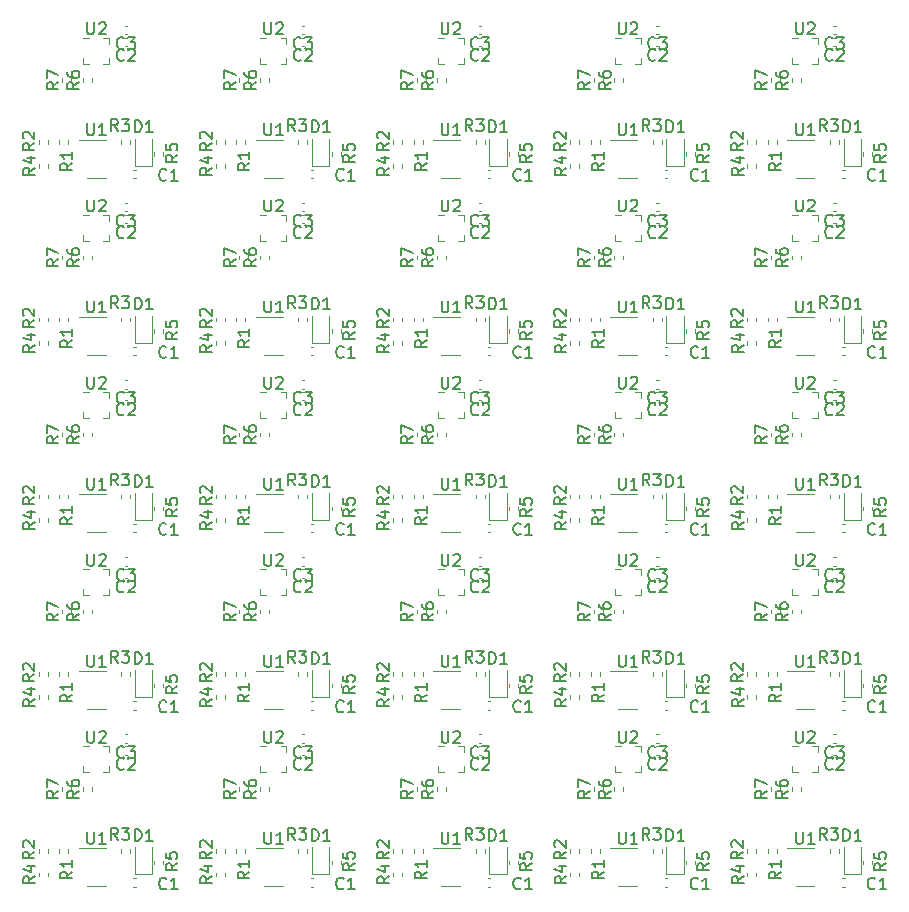
<source format=gbr>
%TF.GenerationSoftware,KiCad,Pcbnew,7.0.1*%
%TF.CreationDate,2025-01-22T12:30:56-05:00*%
%TF.ProjectId,TrackRingA-panel,54726163-6b52-4696-9e67-412d70616e65,rev?*%
%TF.SameCoordinates,Original*%
%TF.FileFunction,Legend,Top*%
%TF.FilePolarity,Positive*%
%FSLAX46Y46*%
G04 Gerber Fmt 4.6, Leading zero omitted, Abs format (unit mm)*
G04 Created by KiCad (PCBNEW 7.0.1) date 2025-01-22 12:30:56*
%MOMM*%
%LPD*%
G01*
G04 APERTURE LIST*
%ADD10C,0.150000*%
%ADD11C,0.120000*%
G04 APERTURE END LIST*
D10*
%TO.C,U2*%
X117738095Y-81362619D02*
X117738095Y-82172142D01*
X117738095Y-82172142D02*
X117785714Y-82267380D01*
X117785714Y-82267380D02*
X117833333Y-82315000D01*
X117833333Y-82315000D02*
X117928571Y-82362619D01*
X117928571Y-82362619D02*
X118119047Y-82362619D01*
X118119047Y-82362619D02*
X118214285Y-82315000D01*
X118214285Y-82315000D02*
X118261904Y-82267380D01*
X118261904Y-82267380D02*
X118309523Y-82172142D01*
X118309523Y-82172142D02*
X118309523Y-81362619D01*
X118738095Y-81457857D02*
X118785714Y-81410238D01*
X118785714Y-81410238D02*
X118880952Y-81362619D01*
X118880952Y-81362619D02*
X119119047Y-81362619D01*
X119119047Y-81362619D02*
X119214285Y-81410238D01*
X119214285Y-81410238D02*
X119261904Y-81457857D01*
X119261904Y-81457857D02*
X119309523Y-81553095D01*
X119309523Y-81553095D02*
X119309523Y-81648333D01*
X119309523Y-81648333D02*
X119261904Y-81791190D01*
X119261904Y-81791190D02*
X118690476Y-82362619D01*
X118690476Y-82362619D02*
X119309523Y-82362619D01*
%TO.C,C2*%
X120833333Y-54527380D02*
X120785714Y-54575000D01*
X120785714Y-54575000D02*
X120642857Y-54622619D01*
X120642857Y-54622619D02*
X120547619Y-54622619D01*
X120547619Y-54622619D02*
X120404762Y-54575000D01*
X120404762Y-54575000D02*
X120309524Y-54479761D01*
X120309524Y-54479761D02*
X120261905Y-54384523D01*
X120261905Y-54384523D02*
X120214286Y-54194047D01*
X120214286Y-54194047D02*
X120214286Y-54051190D01*
X120214286Y-54051190D02*
X120261905Y-53860714D01*
X120261905Y-53860714D02*
X120309524Y-53765476D01*
X120309524Y-53765476D02*
X120404762Y-53670238D01*
X120404762Y-53670238D02*
X120547619Y-53622619D01*
X120547619Y-53622619D02*
X120642857Y-53622619D01*
X120642857Y-53622619D02*
X120785714Y-53670238D01*
X120785714Y-53670238D02*
X120833333Y-53717857D01*
X121214286Y-53717857D02*
X121261905Y-53670238D01*
X121261905Y-53670238D02*
X121357143Y-53622619D01*
X121357143Y-53622619D02*
X121595238Y-53622619D01*
X121595238Y-53622619D02*
X121690476Y-53670238D01*
X121690476Y-53670238D02*
X121738095Y-53717857D01*
X121738095Y-53717857D02*
X121785714Y-53813095D01*
X121785714Y-53813095D02*
X121785714Y-53908333D01*
X121785714Y-53908333D02*
X121738095Y-54051190D01*
X121738095Y-54051190D02*
X121166667Y-54622619D01*
X121166667Y-54622619D02*
X121785714Y-54622619D01*
%TO.C,R5*%
X155362619Y-77566666D02*
X154886428Y-77899999D01*
X155362619Y-78138094D02*
X154362619Y-78138094D01*
X154362619Y-78138094D02*
X154362619Y-77757142D01*
X154362619Y-77757142D02*
X154410238Y-77661904D01*
X154410238Y-77661904D02*
X154457857Y-77614285D01*
X154457857Y-77614285D02*
X154553095Y-77566666D01*
X154553095Y-77566666D02*
X154695952Y-77566666D01*
X154695952Y-77566666D02*
X154791190Y-77614285D01*
X154791190Y-77614285D02*
X154838809Y-77661904D01*
X154838809Y-77661904D02*
X154886428Y-77757142D01*
X154886428Y-77757142D02*
X154886428Y-78138094D01*
X154362619Y-76661904D02*
X154362619Y-77138094D01*
X154362619Y-77138094D02*
X154838809Y-77185713D01*
X154838809Y-77185713D02*
X154791190Y-77138094D01*
X154791190Y-77138094D02*
X154743571Y-77042856D01*
X154743571Y-77042856D02*
X154743571Y-76804761D01*
X154743571Y-76804761D02*
X154791190Y-76709523D01*
X154791190Y-76709523D02*
X154838809Y-76661904D01*
X154838809Y-76661904D02*
X154934047Y-76614285D01*
X154934047Y-76614285D02*
X155172142Y-76614285D01*
X155172142Y-76614285D02*
X155267380Y-76661904D01*
X155267380Y-76661904D02*
X155315000Y-76709523D01*
X155315000Y-76709523D02*
X155362619Y-76804761D01*
X155362619Y-76804761D02*
X155362619Y-77042856D01*
X155362619Y-77042856D02*
X155315000Y-77138094D01*
X155315000Y-77138094D02*
X155267380Y-77185713D01*
%TO.C,R3*%
X150333333Y-75562619D02*
X150000000Y-75086428D01*
X149761905Y-75562619D02*
X149761905Y-74562619D01*
X149761905Y-74562619D02*
X150142857Y-74562619D01*
X150142857Y-74562619D02*
X150238095Y-74610238D01*
X150238095Y-74610238D02*
X150285714Y-74657857D01*
X150285714Y-74657857D02*
X150333333Y-74753095D01*
X150333333Y-74753095D02*
X150333333Y-74895952D01*
X150333333Y-74895952D02*
X150285714Y-74991190D01*
X150285714Y-74991190D02*
X150238095Y-75038809D01*
X150238095Y-75038809D02*
X150142857Y-75086428D01*
X150142857Y-75086428D02*
X149761905Y-75086428D01*
X150666667Y-74562619D02*
X151285714Y-74562619D01*
X151285714Y-74562619D02*
X150952381Y-74943571D01*
X150952381Y-74943571D02*
X151095238Y-74943571D01*
X151095238Y-74943571D02*
X151190476Y-74991190D01*
X151190476Y-74991190D02*
X151238095Y-75038809D01*
X151238095Y-75038809D02*
X151285714Y-75134047D01*
X151285714Y-75134047D02*
X151285714Y-75372142D01*
X151285714Y-75372142D02*
X151238095Y-75467380D01*
X151238095Y-75467380D02*
X151190476Y-75515000D01*
X151190476Y-75515000D02*
X151095238Y-75562619D01*
X151095238Y-75562619D02*
X150809524Y-75562619D01*
X150809524Y-75562619D02*
X150714286Y-75515000D01*
X150714286Y-75515000D02*
X150666667Y-75467380D01*
%TO.C,R4*%
X143302619Y-63666666D02*
X142826428Y-63999999D01*
X143302619Y-64238094D02*
X142302619Y-64238094D01*
X142302619Y-64238094D02*
X142302619Y-63857142D01*
X142302619Y-63857142D02*
X142350238Y-63761904D01*
X142350238Y-63761904D02*
X142397857Y-63714285D01*
X142397857Y-63714285D02*
X142493095Y-63666666D01*
X142493095Y-63666666D02*
X142635952Y-63666666D01*
X142635952Y-63666666D02*
X142731190Y-63714285D01*
X142731190Y-63714285D02*
X142778809Y-63761904D01*
X142778809Y-63761904D02*
X142826428Y-63857142D01*
X142826428Y-63857142D02*
X142826428Y-64238094D01*
X142635952Y-62809523D02*
X143302619Y-62809523D01*
X142255000Y-63047618D02*
X142969285Y-63285713D01*
X142969285Y-63285713D02*
X142969285Y-62666666D01*
%TO.C,R5*%
X185362619Y-32566666D02*
X184886428Y-32899999D01*
X185362619Y-33138094D02*
X184362619Y-33138094D01*
X184362619Y-33138094D02*
X184362619Y-32757142D01*
X184362619Y-32757142D02*
X184410238Y-32661904D01*
X184410238Y-32661904D02*
X184457857Y-32614285D01*
X184457857Y-32614285D02*
X184553095Y-32566666D01*
X184553095Y-32566666D02*
X184695952Y-32566666D01*
X184695952Y-32566666D02*
X184791190Y-32614285D01*
X184791190Y-32614285D02*
X184838809Y-32661904D01*
X184838809Y-32661904D02*
X184886428Y-32757142D01*
X184886428Y-32757142D02*
X184886428Y-33138094D01*
X184362619Y-31661904D02*
X184362619Y-32138094D01*
X184362619Y-32138094D02*
X184838809Y-32185713D01*
X184838809Y-32185713D02*
X184791190Y-32138094D01*
X184791190Y-32138094D02*
X184743571Y-32042856D01*
X184743571Y-32042856D02*
X184743571Y-31804761D01*
X184743571Y-31804761D02*
X184791190Y-31709523D01*
X184791190Y-31709523D02*
X184838809Y-31661904D01*
X184838809Y-31661904D02*
X184934047Y-31614285D01*
X184934047Y-31614285D02*
X185172142Y-31614285D01*
X185172142Y-31614285D02*
X185267380Y-31661904D01*
X185267380Y-31661904D02*
X185315000Y-31709523D01*
X185315000Y-31709523D02*
X185362619Y-31804761D01*
X185362619Y-31804761D02*
X185362619Y-32042856D01*
X185362619Y-32042856D02*
X185315000Y-32138094D01*
X185315000Y-32138094D02*
X185267380Y-32185713D01*
%TO.C,D1*%
X181761905Y-30662619D02*
X181761905Y-29662619D01*
X181761905Y-29662619D02*
X182000000Y-29662619D01*
X182000000Y-29662619D02*
X182142857Y-29710238D01*
X182142857Y-29710238D02*
X182238095Y-29805476D01*
X182238095Y-29805476D02*
X182285714Y-29900714D01*
X182285714Y-29900714D02*
X182333333Y-30091190D01*
X182333333Y-30091190D02*
X182333333Y-30234047D01*
X182333333Y-30234047D02*
X182285714Y-30424523D01*
X182285714Y-30424523D02*
X182238095Y-30519761D01*
X182238095Y-30519761D02*
X182142857Y-30615000D01*
X182142857Y-30615000D02*
X182000000Y-30662619D01*
X182000000Y-30662619D02*
X181761905Y-30662619D01*
X183285714Y-30662619D02*
X182714286Y-30662619D01*
X183000000Y-30662619D02*
X183000000Y-29662619D01*
X183000000Y-29662619D02*
X182904762Y-29805476D01*
X182904762Y-29805476D02*
X182809524Y-29900714D01*
X182809524Y-29900714D02*
X182714286Y-29948333D01*
%TO.C,R1*%
X146462619Y-33266666D02*
X145986428Y-33599999D01*
X146462619Y-33838094D02*
X145462619Y-33838094D01*
X145462619Y-33838094D02*
X145462619Y-33457142D01*
X145462619Y-33457142D02*
X145510238Y-33361904D01*
X145510238Y-33361904D02*
X145557857Y-33314285D01*
X145557857Y-33314285D02*
X145653095Y-33266666D01*
X145653095Y-33266666D02*
X145795952Y-33266666D01*
X145795952Y-33266666D02*
X145891190Y-33314285D01*
X145891190Y-33314285D02*
X145938809Y-33361904D01*
X145938809Y-33361904D02*
X145986428Y-33457142D01*
X145986428Y-33457142D02*
X145986428Y-33838094D01*
X146462619Y-32314285D02*
X146462619Y-32885713D01*
X146462619Y-32599999D02*
X145462619Y-32599999D01*
X145462619Y-32599999D02*
X145605476Y-32695237D01*
X145605476Y-32695237D02*
X145700714Y-32790475D01*
X145700714Y-32790475D02*
X145748333Y-32885713D01*
%TO.C,R7*%
X130292619Y-86416666D02*
X129816428Y-86749999D01*
X130292619Y-86988094D02*
X129292619Y-86988094D01*
X129292619Y-86988094D02*
X129292619Y-86607142D01*
X129292619Y-86607142D02*
X129340238Y-86511904D01*
X129340238Y-86511904D02*
X129387857Y-86464285D01*
X129387857Y-86464285D02*
X129483095Y-86416666D01*
X129483095Y-86416666D02*
X129625952Y-86416666D01*
X129625952Y-86416666D02*
X129721190Y-86464285D01*
X129721190Y-86464285D02*
X129768809Y-86511904D01*
X129768809Y-86511904D02*
X129816428Y-86607142D01*
X129816428Y-86607142D02*
X129816428Y-86988094D01*
X129292619Y-86083332D02*
X129292619Y-85416666D01*
X129292619Y-85416666D02*
X130292619Y-85845237D01*
%TO.C,R2*%
X128262619Y-46566666D02*
X127786428Y-46899999D01*
X128262619Y-47138094D02*
X127262619Y-47138094D01*
X127262619Y-47138094D02*
X127262619Y-46757142D01*
X127262619Y-46757142D02*
X127310238Y-46661904D01*
X127310238Y-46661904D02*
X127357857Y-46614285D01*
X127357857Y-46614285D02*
X127453095Y-46566666D01*
X127453095Y-46566666D02*
X127595952Y-46566666D01*
X127595952Y-46566666D02*
X127691190Y-46614285D01*
X127691190Y-46614285D02*
X127738809Y-46661904D01*
X127738809Y-46661904D02*
X127786428Y-46757142D01*
X127786428Y-46757142D02*
X127786428Y-47138094D01*
X127357857Y-46185713D02*
X127310238Y-46138094D01*
X127310238Y-46138094D02*
X127262619Y-46042856D01*
X127262619Y-46042856D02*
X127262619Y-45804761D01*
X127262619Y-45804761D02*
X127310238Y-45709523D01*
X127310238Y-45709523D02*
X127357857Y-45661904D01*
X127357857Y-45661904D02*
X127453095Y-45614285D01*
X127453095Y-45614285D02*
X127548333Y-45614285D01*
X127548333Y-45614285D02*
X127691190Y-45661904D01*
X127691190Y-45661904D02*
X128262619Y-46233332D01*
X128262619Y-46233332D02*
X128262619Y-45614285D01*
%TO.C,R6*%
X177042619Y-26416666D02*
X176566428Y-26749999D01*
X177042619Y-26988094D02*
X176042619Y-26988094D01*
X176042619Y-26988094D02*
X176042619Y-26607142D01*
X176042619Y-26607142D02*
X176090238Y-26511904D01*
X176090238Y-26511904D02*
X176137857Y-26464285D01*
X176137857Y-26464285D02*
X176233095Y-26416666D01*
X176233095Y-26416666D02*
X176375952Y-26416666D01*
X176375952Y-26416666D02*
X176471190Y-26464285D01*
X176471190Y-26464285D02*
X176518809Y-26511904D01*
X176518809Y-26511904D02*
X176566428Y-26607142D01*
X176566428Y-26607142D02*
X176566428Y-26988094D01*
X176042619Y-25559523D02*
X176042619Y-25749999D01*
X176042619Y-25749999D02*
X176090238Y-25845237D01*
X176090238Y-25845237D02*
X176137857Y-25892856D01*
X176137857Y-25892856D02*
X176280714Y-25988094D01*
X176280714Y-25988094D02*
X176471190Y-26035713D01*
X176471190Y-26035713D02*
X176852142Y-26035713D01*
X176852142Y-26035713D02*
X176947380Y-25988094D01*
X176947380Y-25988094D02*
X176995000Y-25940475D01*
X176995000Y-25940475D02*
X177042619Y-25845237D01*
X177042619Y-25845237D02*
X177042619Y-25654761D01*
X177042619Y-25654761D02*
X176995000Y-25559523D01*
X176995000Y-25559523D02*
X176947380Y-25511904D01*
X176947380Y-25511904D02*
X176852142Y-25464285D01*
X176852142Y-25464285D02*
X176614047Y-25464285D01*
X176614047Y-25464285D02*
X176518809Y-25511904D01*
X176518809Y-25511904D02*
X176471190Y-25559523D01*
X176471190Y-25559523D02*
X176423571Y-25654761D01*
X176423571Y-25654761D02*
X176423571Y-25845237D01*
X176423571Y-25845237D02*
X176471190Y-25940475D01*
X176471190Y-25940475D02*
X176518809Y-25988094D01*
X176518809Y-25988094D02*
X176614047Y-26035713D01*
%TO.C,R2*%
X128262619Y-31566666D02*
X127786428Y-31899999D01*
X128262619Y-32138094D02*
X127262619Y-32138094D01*
X127262619Y-32138094D02*
X127262619Y-31757142D01*
X127262619Y-31757142D02*
X127310238Y-31661904D01*
X127310238Y-31661904D02*
X127357857Y-31614285D01*
X127357857Y-31614285D02*
X127453095Y-31566666D01*
X127453095Y-31566666D02*
X127595952Y-31566666D01*
X127595952Y-31566666D02*
X127691190Y-31614285D01*
X127691190Y-31614285D02*
X127738809Y-31661904D01*
X127738809Y-31661904D02*
X127786428Y-31757142D01*
X127786428Y-31757142D02*
X127786428Y-32138094D01*
X127357857Y-31185713D02*
X127310238Y-31138094D01*
X127310238Y-31138094D02*
X127262619Y-31042856D01*
X127262619Y-31042856D02*
X127262619Y-30804761D01*
X127262619Y-30804761D02*
X127310238Y-30709523D01*
X127310238Y-30709523D02*
X127357857Y-30661904D01*
X127357857Y-30661904D02*
X127453095Y-30614285D01*
X127453095Y-30614285D02*
X127548333Y-30614285D01*
X127548333Y-30614285D02*
X127691190Y-30661904D01*
X127691190Y-30661904D02*
X128262619Y-31233332D01*
X128262619Y-31233332D02*
X128262619Y-30614285D01*
%TO.C,D1*%
X121761905Y-60662619D02*
X121761905Y-59662619D01*
X121761905Y-59662619D02*
X122000000Y-59662619D01*
X122000000Y-59662619D02*
X122142857Y-59710238D01*
X122142857Y-59710238D02*
X122238095Y-59805476D01*
X122238095Y-59805476D02*
X122285714Y-59900714D01*
X122285714Y-59900714D02*
X122333333Y-60091190D01*
X122333333Y-60091190D02*
X122333333Y-60234047D01*
X122333333Y-60234047D02*
X122285714Y-60424523D01*
X122285714Y-60424523D02*
X122238095Y-60519761D01*
X122238095Y-60519761D02*
X122142857Y-60615000D01*
X122142857Y-60615000D02*
X122000000Y-60662619D01*
X122000000Y-60662619D02*
X121761905Y-60662619D01*
X123285714Y-60662619D02*
X122714286Y-60662619D01*
X123000000Y-60662619D02*
X123000000Y-59662619D01*
X123000000Y-59662619D02*
X122904762Y-59805476D01*
X122904762Y-59805476D02*
X122809524Y-59900714D01*
X122809524Y-59900714D02*
X122714286Y-59948333D01*
%TO.C,R3*%
X180333333Y-90562619D02*
X180000000Y-90086428D01*
X179761905Y-90562619D02*
X179761905Y-89562619D01*
X179761905Y-89562619D02*
X180142857Y-89562619D01*
X180142857Y-89562619D02*
X180238095Y-89610238D01*
X180238095Y-89610238D02*
X180285714Y-89657857D01*
X180285714Y-89657857D02*
X180333333Y-89753095D01*
X180333333Y-89753095D02*
X180333333Y-89895952D01*
X180333333Y-89895952D02*
X180285714Y-89991190D01*
X180285714Y-89991190D02*
X180238095Y-90038809D01*
X180238095Y-90038809D02*
X180142857Y-90086428D01*
X180142857Y-90086428D02*
X179761905Y-90086428D01*
X180666667Y-89562619D02*
X181285714Y-89562619D01*
X181285714Y-89562619D02*
X180952381Y-89943571D01*
X180952381Y-89943571D02*
X181095238Y-89943571D01*
X181095238Y-89943571D02*
X181190476Y-89991190D01*
X181190476Y-89991190D02*
X181238095Y-90038809D01*
X181238095Y-90038809D02*
X181285714Y-90134047D01*
X181285714Y-90134047D02*
X181285714Y-90372142D01*
X181285714Y-90372142D02*
X181238095Y-90467380D01*
X181238095Y-90467380D02*
X181190476Y-90515000D01*
X181190476Y-90515000D02*
X181095238Y-90562619D01*
X181095238Y-90562619D02*
X180809524Y-90562619D01*
X180809524Y-90562619D02*
X180714286Y-90515000D01*
X180714286Y-90515000D02*
X180666667Y-90467380D01*
%TO.C,C1*%
X169433333Y-79667380D02*
X169385714Y-79715000D01*
X169385714Y-79715000D02*
X169242857Y-79762619D01*
X169242857Y-79762619D02*
X169147619Y-79762619D01*
X169147619Y-79762619D02*
X169004762Y-79715000D01*
X169004762Y-79715000D02*
X168909524Y-79619761D01*
X168909524Y-79619761D02*
X168861905Y-79524523D01*
X168861905Y-79524523D02*
X168814286Y-79334047D01*
X168814286Y-79334047D02*
X168814286Y-79191190D01*
X168814286Y-79191190D02*
X168861905Y-79000714D01*
X168861905Y-79000714D02*
X168909524Y-78905476D01*
X168909524Y-78905476D02*
X169004762Y-78810238D01*
X169004762Y-78810238D02*
X169147619Y-78762619D01*
X169147619Y-78762619D02*
X169242857Y-78762619D01*
X169242857Y-78762619D02*
X169385714Y-78810238D01*
X169385714Y-78810238D02*
X169433333Y-78857857D01*
X170385714Y-79762619D02*
X169814286Y-79762619D01*
X170100000Y-79762619D02*
X170100000Y-78762619D01*
X170100000Y-78762619D02*
X170004762Y-78905476D01*
X170004762Y-78905476D02*
X169909524Y-79000714D01*
X169909524Y-79000714D02*
X169814286Y-79048333D01*
%TO.C,R2*%
X173262619Y-76566666D02*
X172786428Y-76899999D01*
X173262619Y-77138094D02*
X172262619Y-77138094D01*
X172262619Y-77138094D02*
X172262619Y-76757142D01*
X172262619Y-76757142D02*
X172310238Y-76661904D01*
X172310238Y-76661904D02*
X172357857Y-76614285D01*
X172357857Y-76614285D02*
X172453095Y-76566666D01*
X172453095Y-76566666D02*
X172595952Y-76566666D01*
X172595952Y-76566666D02*
X172691190Y-76614285D01*
X172691190Y-76614285D02*
X172738809Y-76661904D01*
X172738809Y-76661904D02*
X172786428Y-76757142D01*
X172786428Y-76757142D02*
X172786428Y-77138094D01*
X172357857Y-76185713D02*
X172310238Y-76138094D01*
X172310238Y-76138094D02*
X172262619Y-76042856D01*
X172262619Y-76042856D02*
X172262619Y-75804761D01*
X172262619Y-75804761D02*
X172310238Y-75709523D01*
X172310238Y-75709523D02*
X172357857Y-75661904D01*
X172357857Y-75661904D02*
X172453095Y-75614285D01*
X172453095Y-75614285D02*
X172548333Y-75614285D01*
X172548333Y-75614285D02*
X172691190Y-75661904D01*
X172691190Y-75661904D02*
X173262619Y-76233332D01*
X173262619Y-76233332D02*
X173262619Y-75614285D01*
%TO.C,C3*%
X180833333Y-23527380D02*
X180785714Y-23575000D01*
X180785714Y-23575000D02*
X180642857Y-23622619D01*
X180642857Y-23622619D02*
X180547619Y-23622619D01*
X180547619Y-23622619D02*
X180404762Y-23575000D01*
X180404762Y-23575000D02*
X180309524Y-23479761D01*
X180309524Y-23479761D02*
X180261905Y-23384523D01*
X180261905Y-23384523D02*
X180214286Y-23194047D01*
X180214286Y-23194047D02*
X180214286Y-23051190D01*
X180214286Y-23051190D02*
X180261905Y-22860714D01*
X180261905Y-22860714D02*
X180309524Y-22765476D01*
X180309524Y-22765476D02*
X180404762Y-22670238D01*
X180404762Y-22670238D02*
X180547619Y-22622619D01*
X180547619Y-22622619D02*
X180642857Y-22622619D01*
X180642857Y-22622619D02*
X180785714Y-22670238D01*
X180785714Y-22670238D02*
X180833333Y-22717857D01*
X181166667Y-22622619D02*
X181785714Y-22622619D01*
X181785714Y-22622619D02*
X181452381Y-23003571D01*
X181452381Y-23003571D02*
X181595238Y-23003571D01*
X181595238Y-23003571D02*
X181690476Y-23051190D01*
X181690476Y-23051190D02*
X181738095Y-23098809D01*
X181738095Y-23098809D02*
X181785714Y-23194047D01*
X181785714Y-23194047D02*
X181785714Y-23432142D01*
X181785714Y-23432142D02*
X181738095Y-23527380D01*
X181738095Y-23527380D02*
X181690476Y-23575000D01*
X181690476Y-23575000D02*
X181595238Y-23622619D01*
X181595238Y-23622619D02*
X181309524Y-23622619D01*
X181309524Y-23622619D02*
X181214286Y-23575000D01*
X181214286Y-23575000D02*
X181166667Y-23527380D01*
%TO.C,R6*%
X132042619Y-86416666D02*
X131566428Y-86749999D01*
X132042619Y-86988094D02*
X131042619Y-86988094D01*
X131042619Y-86988094D02*
X131042619Y-86607142D01*
X131042619Y-86607142D02*
X131090238Y-86511904D01*
X131090238Y-86511904D02*
X131137857Y-86464285D01*
X131137857Y-86464285D02*
X131233095Y-86416666D01*
X131233095Y-86416666D02*
X131375952Y-86416666D01*
X131375952Y-86416666D02*
X131471190Y-86464285D01*
X131471190Y-86464285D02*
X131518809Y-86511904D01*
X131518809Y-86511904D02*
X131566428Y-86607142D01*
X131566428Y-86607142D02*
X131566428Y-86988094D01*
X131042619Y-85559523D02*
X131042619Y-85749999D01*
X131042619Y-85749999D02*
X131090238Y-85845237D01*
X131090238Y-85845237D02*
X131137857Y-85892856D01*
X131137857Y-85892856D02*
X131280714Y-85988094D01*
X131280714Y-85988094D02*
X131471190Y-86035713D01*
X131471190Y-86035713D02*
X131852142Y-86035713D01*
X131852142Y-86035713D02*
X131947380Y-85988094D01*
X131947380Y-85988094D02*
X131995000Y-85940475D01*
X131995000Y-85940475D02*
X132042619Y-85845237D01*
X132042619Y-85845237D02*
X132042619Y-85654761D01*
X132042619Y-85654761D02*
X131995000Y-85559523D01*
X131995000Y-85559523D02*
X131947380Y-85511904D01*
X131947380Y-85511904D02*
X131852142Y-85464285D01*
X131852142Y-85464285D02*
X131614047Y-85464285D01*
X131614047Y-85464285D02*
X131518809Y-85511904D01*
X131518809Y-85511904D02*
X131471190Y-85559523D01*
X131471190Y-85559523D02*
X131423571Y-85654761D01*
X131423571Y-85654761D02*
X131423571Y-85845237D01*
X131423571Y-85845237D02*
X131471190Y-85940475D01*
X131471190Y-85940475D02*
X131518809Y-85988094D01*
X131518809Y-85988094D02*
X131614047Y-86035713D01*
%TO.C,C3*%
X120833333Y-83527380D02*
X120785714Y-83575000D01*
X120785714Y-83575000D02*
X120642857Y-83622619D01*
X120642857Y-83622619D02*
X120547619Y-83622619D01*
X120547619Y-83622619D02*
X120404762Y-83575000D01*
X120404762Y-83575000D02*
X120309524Y-83479761D01*
X120309524Y-83479761D02*
X120261905Y-83384523D01*
X120261905Y-83384523D02*
X120214286Y-83194047D01*
X120214286Y-83194047D02*
X120214286Y-83051190D01*
X120214286Y-83051190D02*
X120261905Y-82860714D01*
X120261905Y-82860714D02*
X120309524Y-82765476D01*
X120309524Y-82765476D02*
X120404762Y-82670238D01*
X120404762Y-82670238D02*
X120547619Y-82622619D01*
X120547619Y-82622619D02*
X120642857Y-82622619D01*
X120642857Y-82622619D02*
X120785714Y-82670238D01*
X120785714Y-82670238D02*
X120833333Y-82717857D01*
X121166667Y-82622619D02*
X121785714Y-82622619D01*
X121785714Y-82622619D02*
X121452381Y-83003571D01*
X121452381Y-83003571D02*
X121595238Y-83003571D01*
X121595238Y-83003571D02*
X121690476Y-83051190D01*
X121690476Y-83051190D02*
X121738095Y-83098809D01*
X121738095Y-83098809D02*
X121785714Y-83194047D01*
X121785714Y-83194047D02*
X121785714Y-83432142D01*
X121785714Y-83432142D02*
X121738095Y-83527380D01*
X121738095Y-83527380D02*
X121690476Y-83575000D01*
X121690476Y-83575000D02*
X121595238Y-83622619D01*
X121595238Y-83622619D02*
X121309524Y-83622619D01*
X121309524Y-83622619D02*
X121214286Y-83575000D01*
X121214286Y-83575000D02*
X121166667Y-83527380D01*
%TO.C,C1*%
X124433333Y-49667380D02*
X124385714Y-49715000D01*
X124385714Y-49715000D02*
X124242857Y-49762619D01*
X124242857Y-49762619D02*
X124147619Y-49762619D01*
X124147619Y-49762619D02*
X124004762Y-49715000D01*
X124004762Y-49715000D02*
X123909524Y-49619761D01*
X123909524Y-49619761D02*
X123861905Y-49524523D01*
X123861905Y-49524523D02*
X123814286Y-49334047D01*
X123814286Y-49334047D02*
X123814286Y-49191190D01*
X123814286Y-49191190D02*
X123861905Y-49000714D01*
X123861905Y-49000714D02*
X123909524Y-48905476D01*
X123909524Y-48905476D02*
X124004762Y-48810238D01*
X124004762Y-48810238D02*
X124147619Y-48762619D01*
X124147619Y-48762619D02*
X124242857Y-48762619D01*
X124242857Y-48762619D02*
X124385714Y-48810238D01*
X124385714Y-48810238D02*
X124433333Y-48857857D01*
X125385714Y-49762619D02*
X124814286Y-49762619D01*
X125100000Y-49762619D02*
X125100000Y-48762619D01*
X125100000Y-48762619D02*
X125004762Y-48905476D01*
X125004762Y-48905476D02*
X124909524Y-49000714D01*
X124909524Y-49000714D02*
X124814286Y-49048333D01*
%TO.C,R2*%
X158262619Y-46566666D02*
X157786428Y-46899999D01*
X158262619Y-47138094D02*
X157262619Y-47138094D01*
X157262619Y-47138094D02*
X157262619Y-46757142D01*
X157262619Y-46757142D02*
X157310238Y-46661904D01*
X157310238Y-46661904D02*
X157357857Y-46614285D01*
X157357857Y-46614285D02*
X157453095Y-46566666D01*
X157453095Y-46566666D02*
X157595952Y-46566666D01*
X157595952Y-46566666D02*
X157691190Y-46614285D01*
X157691190Y-46614285D02*
X157738809Y-46661904D01*
X157738809Y-46661904D02*
X157786428Y-46757142D01*
X157786428Y-46757142D02*
X157786428Y-47138094D01*
X157357857Y-46185713D02*
X157310238Y-46138094D01*
X157310238Y-46138094D02*
X157262619Y-46042856D01*
X157262619Y-46042856D02*
X157262619Y-45804761D01*
X157262619Y-45804761D02*
X157310238Y-45709523D01*
X157310238Y-45709523D02*
X157357857Y-45661904D01*
X157357857Y-45661904D02*
X157453095Y-45614285D01*
X157453095Y-45614285D02*
X157548333Y-45614285D01*
X157548333Y-45614285D02*
X157691190Y-45661904D01*
X157691190Y-45661904D02*
X158262619Y-46233332D01*
X158262619Y-46233332D02*
X158262619Y-45614285D01*
%TO.C,R7*%
X130292619Y-41416666D02*
X129816428Y-41749999D01*
X130292619Y-41988094D02*
X129292619Y-41988094D01*
X129292619Y-41988094D02*
X129292619Y-41607142D01*
X129292619Y-41607142D02*
X129340238Y-41511904D01*
X129340238Y-41511904D02*
X129387857Y-41464285D01*
X129387857Y-41464285D02*
X129483095Y-41416666D01*
X129483095Y-41416666D02*
X129625952Y-41416666D01*
X129625952Y-41416666D02*
X129721190Y-41464285D01*
X129721190Y-41464285D02*
X129768809Y-41511904D01*
X129768809Y-41511904D02*
X129816428Y-41607142D01*
X129816428Y-41607142D02*
X129816428Y-41988094D01*
X129292619Y-41083332D02*
X129292619Y-40416666D01*
X129292619Y-40416666D02*
X130292619Y-40845237D01*
%TO.C,R6*%
X117042619Y-86416666D02*
X116566428Y-86749999D01*
X117042619Y-86988094D02*
X116042619Y-86988094D01*
X116042619Y-86988094D02*
X116042619Y-86607142D01*
X116042619Y-86607142D02*
X116090238Y-86511904D01*
X116090238Y-86511904D02*
X116137857Y-86464285D01*
X116137857Y-86464285D02*
X116233095Y-86416666D01*
X116233095Y-86416666D02*
X116375952Y-86416666D01*
X116375952Y-86416666D02*
X116471190Y-86464285D01*
X116471190Y-86464285D02*
X116518809Y-86511904D01*
X116518809Y-86511904D02*
X116566428Y-86607142D01*
X116566428Y-86607142D02*
X116566428Y-86988094D01*
X116042619Y-85559523D02*
X116042619Y-85749999D01*
X116042619Y-85749999D02*
X116090238Y-85845237D01*
X116090238Y-85845237D02*
X116137857Y-85892856D01*
X116137857Y-85892856D02*
X116280714Y-85988094D01*
X116280714Y-85988094D02*
X116471190Y-86035713D01*
X116471190Y-86035713D02*
X116852142Y-86035713D01*
X116852142Y-86035713D02*
X116947380Y-85988094D01*
X116947380Y-85988094D02*
X116995000Y-85940475D01*
X116995000Y-85940475D02*
X117042619Y-85845237D01*
X117042619Y-85845237D02*
X117042619Y-85654761D01*
X117042619Y-85654761D02*
X116995000Y-85559523D01*
X116995000Y-85559523D02*
X116947380Y-85511904D01*
X116947380Y-85511904D02*
X116852142Y-85464285D01*
X116852142Y-85464285D02*
X116614047Y-85464285D01*
X116614047Y-85464285D02*
X116518809Y-85511904D01*
X116518809Y-85511904D02*
X116471190Y-85559523D01*
X116471190Y-85559523D02*
X116423571Y-85654761D01*
X116423571Y-85654761D02*
X116423571Y-85845237D01*
X116423571Y-85845237D02*
X116471190Y-85940475D01*
X116471190Y-85940475D02*
X116518809Y-85988094D01*
X116518809Y-85988094D02*
X116614047Y-86035713D01*
%TO.C,U1*%
X177738095Y-89912619D02*
X177738095Y-90722142D01*
X177738095Y-90722142D02*
X177785714Y-90817380D01*
X177785714Y-90817380D02*
X177833333Y-90865000D01*
X177833333Y-90865000D02*
X177928571Y-90912619D01*
X177928571Y-90912619D02*
X178119047Y-90912619D01*
X178119047Y-90912619D02*
X178214285Y-90865000D01*
X178214285Y-90865000D02*
X178261904Y-90817380D01*
X178261904Y-90817380D02*
X178309523Y-90722142D01*
X178309523Y-90722142D02*
X178309523Y-89912619D01*
X179309523Y-90912619D02*
X178738095Y-90912619D01*
X179023809Y-90912619D02*
X179023809Y-89912619D01*
X179023809Y-89912619D02*
X178928571Y-90055476D01*
X178928571Y-90055476D02*
X178833333Y-90150714D01*
X178833333Y-90150714D02*
X178738095Y-90198333D01*
X117738095Y-44912619D02*
X117738095Y-45722142D01*
X117738095Y-45722142D02*
X117785714Y-45817380D01*
X117785714Y-45817380D02*
X117833333Y-45865000D01*
X117833333Y-45865000D02*
X117928571Y-45912619D01*
X117928571Y-45912619D02*
X118119047Y-45912619D01*
X118119047Y-45912619D02*
X118214285Y-45865000D01*
X118214285Y-45865000D02*
X118261904Y-45817380D01*
X118261904Y-45817380D02*
X118309523Y-45722142D01*
X118309523Y-45722142D02*
X118309523Y-44912619D01*
X119309523Y-45912619D02*
X118738095Y-45912619D01*
X119023809Y-45912619D02*
X119023809Y-44912619D01*
X119023809Y-44912619D02*
X118928571Y-45055476D01*
X118928571Y-45055476D02*
X118833333Y-45150714D01*
X118833333Y-45150714D02*
X118738095Y-45198333D01*
%TO.C,R7*%
X145292619Y-41416666D02*
X144816428Y-41749999D01*
X145292619Y-41988094D02*
X144292619Y-41988094D01*
X144292619Y-41988094D02*
X144292619Y-41607142D01*
X144292619Y-41607142D02*
X144340238Y-41511904D01*
X144340238Y-41511904D02*
X144387857Y-41464285D01*
X144387857Y-41464285D02*
X144483095Y-41416666D01*
X144483095Y-41416666D02*
X144625952Y-41416666D01*
X144625952Y-41416666D02*
X144721190Y-41464285D01*
X144721190Y-41464285D02*
X144768809Y-41511904D01*
X144768809Y-41511904D02*
X144816428Y-41607142D01*
X144816428Y-41607142D02*
X144816428Y-41988094D01*
X144292619Y-41083332D02*
X144292619Y-40416666D01*
X144292619Y-40416666D02*
X145292619Y-40845237D01*
%TO.C,R3*%
X180333333Y-75562619D02*
X180000000Y-75086428D01*
X179761905Y-75562619D02*
X179761905Y-74562619D01*
X179761905Y-74562619D02*
X180142857Y-74562619D01*
X180142857Y-74562619D02*
X180238095Y-74610238D01*
X180238095Y-74610238D02*
X180285714Y-74657857D01*
X180285714Y-74657857D02*
X180333333Y-74753095D01*
X180333333Y-74753095D02*
X180333333Y-74895952D01*
X180333333Y-74895952D02*
X180285714Y-74991190D01*
X180285714Y-74991190D02*
X180238095Y-75038809D01*
X180238095Y-75038809D02*
X180142857Y-75086428D01*
X180142857Y-75086428D02*
X179761905Y-75086428D01*
X180666667Y-74562619D02*
X181285714Y-74562619D01*
X181285714Y-74562619D02*
X180952381Y-74943571D01*
X180952381Y-74943571D02*
X181095238Y-74943571D01*
X181095238Y-74943571D02*
X181190476Y-74991190D01*
X181190476Y-74991190D02*
X181238095Y-75038809D01*
X181238095Y-75038809D02*
X181285714Y-75134047D01*
X181285714Y-75134047D02*
X181285714Y-75372142D01*
X181285714Y-75372142D02*
X181238095Y-75467380D01*
X181238095Y-75467380D02*
X181190476Y-75515000D01*
X181190476Y-75515000D02*
X181095238Y-75562619D01*
X181095238Y-75562619D02*
X180809524Y-75562619D01*
X180809524Y-75562619D02*
X180714286Y-75515000D01*
X180714286Y-75515000D02*
X180666667Y-75467380D01*
%TO.C,R7*%
X145292619Y-71416666D02*
X144816428Y-71749999D01*
X145292619Y-71988094D02*
X144292619Y-71988094D01*
X144292619Y-71988094D02*
X144292619Y-71607142D01*
X144292619Y-71607142D02*
X144340238Y-71511904D01*
X144340238Y-71511904D02*
X144387857Y-71464285D01*
X144387857Y-71464285D02*
X144483095Y-71416666D01*
X144483095Y-71416666D02*
X144625952Y-71416666D01*
X144625952Y-71416666D02*
X144721190Y-71464285D01*
X144721190Y-71464285D02*
X144768809Y-71511904D01*
X144768809Y-71511904D02*
X144816428Y-71607142D01*
X144816428Y-71607142D02*
X144816428Y-71988094D01*
X144292619Y-71083332D02*
X144292619Y-70416666D01*
X144292619Y-70416666D02*
X145292619Y-70845237D01*
%TO.C,U2*%
X117738095Y-51362619D02*
X117738095Y-52172142D01*
X117738095Y-52172142D02*
X117785714Y-52267380D01*
X117785714Y-52267380D02*
X117833333Y-52315000D01*
X117833333Y-52315000D02*
X117928571Y-52362619D01*
X117928571Y-52362619D02*
X118119047Y-52362619D01*
X118119047Y-52362619D02*
X118214285Y-52315000D01*
X118214285Y-52315000D02*
X118261904Y-52267380D01*
X118261904Y-52267380D02*
X118309523Y-52172142D01*
X118309523Y-52172142D02*
X118309523Y-51362619D01*
X118738095Y-51457857D02*
X118785714Y-51410238D01*
X118785714Y-51410238D02*
X118880952Y-51362619D01*
X118880952Y-51362619D02*
X119119047Y-51362619D01*
X119119047Y-51362619D02*
X119214285Y-51410238D01*
X119214285Y-51410238D02*
X119261904Y-51457857D01*
X119261904Y-51457857D02*
X119309523Y-51553095D01*
X119309523Y-51553095D02*
X119309523Y-51648333D01*
X119309523Y-51648333D02*
X119261904Y-51791190D01*
X119261904Y-51791190D02*
X118690476Y-52362619D01*
X118690476Y-52362619D02*
X119309523Y-52362619D01*
%TO.C,C2*%
X180833333Y-24527380D02*
X180785714Y-24575000D01*
X180785714Y-24575000D02*
X180642857Y-24622619D01*
X180642857Y-24622619D02*
X180547619Y-24622619D01*
X180547619Y-24622619D02*
X180404762Y-24575000D01*
X180404762Y-24575000D02*
X180309524Y-24479761D01*
X180309524Y-24479761D02*
X180261905Y-24384523D01*
X180261905Y-24384523D02*
X180214286Y-24194047D01*
X180214286Y-24194047D02*
X180214286Y-24051190D01*
X180214286Y-24051190D02*
X180261905Y-23860714D01*
X180261905Y-23860714D02*
X180309524Y-23765476D01*
X180309524Y-23765476D02*
X180404762Y-23670238D01*
X180404762Y-23670238D02*
X180547619Y-23622619D01*
X180547619Y-23622619D02*
X180642857Y-23622619D01*
X180642857Y-23622619D02*
X180785714Y-23670238D01*
X180785714Y-23670238D02*
X180833333Y-23717857D01*
X181214286Y-23717857D02*
X181261905Y-23670238D01*
X181261905Y-23670238D02*
X181357143Y-23622619D01*
X181357143Y-23622619D02*
X181595238Y-23622619D01*
X181595238Y-23622619D02*
X181690476Y-23670238D01*
X181690476Y-23670238D02*
X181738095Y-23717857D01*
X181738095Y-23717857D02*
X181785714Y-23813095D01*
X181785714Y-23813095D02*
X181785714Y-23908333D01*
X181785714Y-23908333D02*
X181738095Y-24051190D01*
X181738095Y-24051190D02*
X181166667Y-24622619D01*
X181166667Y-24622619D02*
X181785714Y-24622619D01*
%TO.C,U2*%
X177738095Y-36362619D02*
X177738095Y-37172142D01*
X177738095Y-37172142D02*
X177785714Y-37267380D01*
X177785714Y-37267380D02*
X177833333Y-37315000D01*
X177833333Y-37315000D02*
X177928571Y-37362619D01*
X177928571Y-37362619D02*
X178119047Y-37362619D01*
X178119047Y-37362619D02*
X178214285Y-37315000D01*
X178214285Y-37315000D02*
X178261904Y-37267380D01*
X178261904Y-37267380D02*
X178309523Y-37172142D01*
X178309523Y-37172142D02*
X178309523Y-36362619D01*
X178738095Y-36457857D02*
X178785714Y-36410238D01*
X178785714Y-36410238D02*
X178880952Y-36362619D01*
X178880952Y-36362619D02*
X179119047Y-36362619D01*
X179119047Y-36362619D02*
X179214285Y-36410238D01*
X179214285Y-36410238D02*
X179261904Y-36457857D01*
X179261904Y-36457857D02*
X179309523Y-36553095D01*
X179309523Y-36553095D02*
X179309523Y-36648333D01*
X179309523Y-36648333D02*
X179261904Y-36791190D01*
X179261904Y-36791190D02*
X178690476Y-37362619D01*
X178690476Y-37362619D02*
X179309523Y-37362619D01*
%TO.C,U1*%
X132738095Y-74912619D02*
X132738095Y-75722142D01*
X132738095Y-75722142D02*
X132785714Y-75817380D01*
X132785714Y-75817380D02*
X132833333Y-75865000D01*
X132833333Y-75865000D02*
X132928571Y-75912619D01*
X132928571Y-75912619D02*
X133119047Y-75912619D01*
X133119047Y-75912619D02*
X133214285Y-75865000D01*
X133214285Y-75865000D02*
X133261904Y-75817380D01*
X133261904Y-75817380D02*
X133309523Y-75722142D01*
X133309523Y-75722142D02*
X133309523Y-74912619D01*
X134309523Y-75912619D02*
X133738095Y-75912619D01*
X134023809Y-75912619D02*
X134023809Y-74912619D01*
X134023809Y-74912619D02*
X133928571Y-75055476D01*
X133928571Y-75055476D02*
X133833333Y-75150714D01*
X133833333Y-75150714D02*
X133738095Y-75198333D01*
%TO.C,U2*%
X147738095Y-66362619D02*
X147738095Y-67172142D01*
X147738095Y-67172142D02*
X147785714Y-67267380D01*
X147785714Y-67267380D02*
X147833333Y-67315000D01*
X147833333Y-67315000D02*
X147928571Y-67362619D01*
X147928571Y-67362619D02*
X148119047Y-67362619D01*
X148119047Y-67362619D02*
X148214285Y-67315000D01*
X148214285Y-67315000D02*
X148261904Y-67267380D01*
X148261904Y-67267380D02*
X148309523Y-67172142D01*
X148309523Y-67172142D02*
X148309523Y-66362619D01*
X148738095Y-66457857D02*
X148785714Y-66410238D01*
X148785714Y-66410238D02*
X148880952Y-66362619D01*
X148880952Y-66362619D02*
X149119047Y-66362619D01*
X149119047Y-66362619D02*
X149214285Y-66410238D01*
X149214285Y-66410238D02*
X149261904Y-66457857D01*
X149261904Y-66457857D02*
X149309523Y-66553095D01*
X149309523Y-66553095D02*
X149309523Y-66648333D01*
X149309523Y-66648333D02*
X149261904Y-66791190D01*
X149261904Y-66791190D02*
X148690476Y-67362619D01*
X148690476Y-67362619D02*
X149309523Y-67362619D01*
%TO.C,C2*%
X165833333Y-24527380D02*
X165785714Y-24575000D01*
X165785714Y-24575000D02*
X165642857Y-24622619D01*
X165642857Y-24622619D02*
X165547619Y-24622619D01*
X165547619Y-24622619D02*
X165404762Y-24575000D01*
X165404762Y-24575000D02*
X165309524Y-24479761D01*
X165309524Y-24479761D02*
X165261905Y-24384523D01*
X165261905Y-24384523D02*
X165214286Y-24194047D01*
X165214286Y-24194047D02*
X165214286Y-24051190D01*
X165214286Y-24051190D02*
X165261905Y-23860714D01*
X165261905Y-23860714D02*
X165309524Y-23765476D01*
X165309524Y-23765476D02*
X165404762Y-23670238D01*
X165404762Y-23670238D02*
X165547619Y-23622619D01*
X165547619Y-23622619D02*
X165642857Y-23622619D01*
X165642857Y-23622619D02*
X165785714Y-23670238D01*
X165785714Y-23670238D02*
X165833333Y-23717857D01*
X166214286Y-23717857D02*
X166261905Y-23670238D01*
X166261905Y-23670238D02*
X166357143Y-23622619D01*
X166357143Y-23622619D02*
X166595238Y-23622619D01*
X166595238Y-23622619D02*
X166690476Y-23670238D01*
X166690476Y-23670238D02*
X166738095Y-23717857D01*
X166738095Y-23717857D02*
X166785714Y-23813095D01*
X166785714Y-23813095D02*
X166785714Y-23908333D01*
X166785714Y-23908333D02*
X166738095Y-24051190D01*
X166738095Y-24051190D02*
X166166667Y-24622619D01*
X166166667Y-24622619D02*
X166785714Y-24622619D01*
X180833333Y-84527380D02*
X180785714Y-84575000D01*
X180785714Y-84575000D02*
X180642857Y-84622619D01*
X180642857Y-84622619D02*
X180547619Y-84622619D01*
X180547619Y-84622619D02*
X180404762Y-84575000D01*
X180404762Y-84575000D02*
X180309524Y-84479761D01*
X180309524Y-84479761D02*
X180261905Y-84384523D01*
X180261905Y-84384523D02*
X180214286Y-84194047D01*
X180214286Y-84194047D02*
X180214286Y-84051190D01*
X180214286Y-84051190D02*
X180261905Y-83860714D01*
X180261905Y-83860714D02*
X180309524Y-83765476D01*
X180309524Y-83765476D02*
X180404762Y-83670238D01*
X180404762Y-83670238D02*
X180547619Y-83622619D01*
X180547619Y-83622619D02*
X180642857Y-83622619D01*
X180642857Y-83622619D02*
X180785714Y-83670238D01*
X180785714Y-83670238D02*
X180833333Y-83717857D01*
X181214286Y-83717857D02*
X181261905Y-83670238D01*
X181261905Y-83670238D02*
X181357143Y-83622619D01*
X181357143Y-83622619D02*
X181595238Y-83622619D01*
X181595238Y-83622619D02*
X181690476Y-83670238D01*
X181690476Y-83670238D02*
X181738095Y-83717857D01*
X181738095Y-83717857D02*
X181785714Y-83813095D01*
X181785714Y-83813095D02*
X181785714Y-83908333D01*
X181785714Y-83908333D02*
X181738095Y-84051190D01*
X181738095Y-84051190D02*
X181166667Y-84622619D01*
X181166667Y-84622619D02*
X181785714Y-84622619D01*
%TO.C,R1*%
X131462619Y-63266666D02*
X130986428Y-63599999D01*
X131462619Y-63838094D02*
X130462619Y-63838094D01*
X130462619Y-63838094D02*
X130462619Y-63457142D01*
X130462619Y-63457142D02*
X130510238Y-63361904D01*
X130510238Y-63361904D02*
X130557857Y-63314285D01*
X130557857Y-63314285D02*
X130653095Y-63266666D01*
X130653095Y-63266666D02*
X130795952Y-63266666D01*
X130795952Y-63266666D02*
X130891190Y-63314285D01*
X130891190Y-63314285D02*
X130938809Y-63361904D01*
X130938809Y-63361904D02*
X130986428Y-63457142D01*
X130986428Y-63457142D02*
X130986428Y-63838094D01*
X131462619Y-62314285D02*
X131462619Y-62885713D01*
X131462619Y-62599999D02*
X130462619Y-62599999D01*
X130462619Y-62599999D02*
X130605476Y-62695237D01*
X130605476Y-62695237D02*
X130700714Y-62790475D01*
X130700714Y-62790475D02*
X130748333Y-62885713D01*
%TO.C,R5*%
X125362619Y-62566666D02*
X124886428Y-62899999D01*
X125362619Y-63138094D02*
X124362619Y-63138094D01*
X124362619Y-63138094D02*
X124362619Y-62757142D01*
X124362619Y-62757142D02*
X124410238Y-62661904D01*
X124410238Y-62661904D02*
X124457857Y-62614285D01*
X124457857Y-62614285D02*
X124553095Y-62566666D01*
X124553095Y-62566666D02*
X124695952Y-62566666D01*
X124695952Y-62566666D02*
X124791190Y-62614285D01*
X124791190Y-62614285D02*
X124838809Y-62661904D01*
X124838809Y-62661904D02*
X124886428Y-62757142D01*
X124886428Y-62757142D02*
X124886428Y-63138094D01*
X124362619Y-61661904D02*
X124362619Y-62138094D01*
X124362619Y-62138094D02*
X124838809Y-62185713D01*
X124838809Y-62185713D02*
X124791190Y-62138094D01*
X124791190Y-62138094D02*
X124743571Y-62042856D01*
X124743571Y-62042856D02*
X124743571Y-61804761D01*
X124743571Y-61804761D02*
X124791190Y-61709523D01*
X124791190Y-61709523D02*
X124838809Y-61661904D01*
X124838809Y-61661904D02*
X124934047Y-61614285D01*
X124934047Y-61614285D02*
X125172142Y-61614285D01*
X125172142Y-61614285D02*
X125267380Y-61661904D01*
X125267380Y-61661904D02*
X125315000Y-61709523D01*
X125315000Y-61709523D02*
X125362619Y-61804761D01*
X125362619Y-61804761D02*
X125362619Y-62042856D01*
X125362619Y-62042856D02*
X125315000Y-62138094D01*
X125315000Y-62138094D02*
X125267380Y-62185713D01*
%TO.C,R3*%
X165333333Y-60562619D02*
X165000000Y-60086428D01*
X164761905Y-60562619D02*
X164761905Y-59562619D01*
X164761905Y-59562619D02*
X165142857Y-59562619D01*
X165142857Y-59562619D02*
X165238095Y-59610238D01*
X165238095Y-59610238D02*
X165285714Y-59657857D01*
X165285714Y-59657857D02*
X165333333Y-59753095D01*
X165333333Y-59753095D02*
X165333333Y-59895952D01*
X165333333Y-59895952D02*
X165285714Y-59991190D01*
X165285714Y-59991190D02*
X165238095Y-60038809D01*
X165238095Y-60038809D02*
X165142857Y-60086428D01*
X165142857Y-60086428D02*
X164761905Y-60086428D01*
X165666667Y-59562619D02*
X166285714Y-59562619D01*
X166285714Y-59562619D02*
X165952381Y-59943571D01*
X165952381Y-59943571D02*
X166095238Y-59943571D01*
X166095238Y-59943571D02*
X166190476Y-59991190D01*
X166190476Y-59991190D02*
X166238095Y-60038809D01*
X166238095Y-60038809D02*
X166285714Y-60134047D01*
X166285714Y-60134047D02*
X166285714Y-60372142D01*
X166285714Y-60372142D02*
X166238095Y-60467380D01*
X166238095Y-60467380D02*
X166190476Y-60515000D01*
X166190476Y-60515000D02*
X166095238Y-60562619D01*
X166095238Y-60562619D02*
X165809524Y-60562619D01*
X165809524Y-60562619D02*
X165714286Y-60515000D01*
X165714286Y-60515000D02*
X165666667Y-60467380D01*
X120333333Y-90562619D02*
X120000000Y-90086428D01*
X119761905Y-90562619D02*
X119761905Y-89562619D01*
X119761905Y-89562619D02*
X120142857Y-89562619D01*
X120142857Y-89562619D02*
X120238095Y-89610238D01*
X120238095Y-89610238D02*
X120285714Y-89657857D01*
X120285714Y-89657857D02*
X120333333Y-89753095D01*
X120333333Y-89753095D02*
X120333333Y-89895952D01*
X120333333Y-89895952D02*
X120285714Y-89991190D01*
X120285714Y-89991190D02*
X120238095Y-90038809D01*
X120238095Y-90038809D02*
X120142857Y-90086428D01*
X120142857Y-90086428D02*
X119761905Y-90086428D01*
X120666667Y-89562619D02*
X121285714Y-89562619D01*
X121285714Y-89562619D02*
X120952381Y-89943571D01*
X120952381Y-89943571D02*
X121095238Y-89943571D01*
X121095238Y-89943571D02*
X121190476Y-89991190D01*
X121190476Y-89991190D02*
X121238095Y-90038809D01*
X121238095Y-90038809D02*
X121285714Y-90134047D01*
X121285714Y-90134047D02*
X121285714Y-90372142D01*
X121285714Y-90372142D02*
X121238095Y-90467380D01*
X121238095Y-90467380D02*
X121190476Y-90515000D01*
X121190476Y-90515000D02*
X121095238Y-90562619D01*
X121095238Y-90562619D02*
X120809524Y-90562619D01*
X120809524Y-90562619D02*
X120714286Y-90515000D01*
X120714286Y-90515000D02*
X120666667Y-90467380D01*
%TO.C,D1*%
X166761905Y-75662619D02*
X166761905Y-74662619D01*
X166761905Y-74662619D02*
X167000000Y-74662619D01*
X167000000Y-74662619D02*
X167142857Y-74710238D01*
X167142857Y-74710238D02*
X167238095Y-74805476D01*
X167238095Y-74805476D02*
X167285714Y-74900714D01*
X167285714Y-74900714D02*
X167333333Y-75091190D01*
X167333333Y-75091190D02*
X167333333Y-75234047D01*
X167333333Y-75234047D02*
X167285714Y-75424523D01*
X167285714Y-75424523D02*
X167238095Y-75519761D01*
X167238095Y-75519761D02*
X167142857Y-75615000D01*
X167142857Y-75615000D02*
X167000000Y-75662619D01*
X167000000Y-75662619D02*
X166761905Y-75662619D01*
X168285714Y-75662619D02*
X167714286Y-75662619D01*
X168000000Y-75662619D02*
X168000000Y-74662619D01*
X168000000Y-74662619D02*
X167904762Y-74805476D01*
X167904762Y-74805476D02*
X167809524Y-74900714D01*
X167809524Y-74900714D02*
X167714286Y-74948333D01*
%TO.C,R1*%
X116462619Y-78266666D02*
X115986428Y-78599999D01*
X116462619Y-78838094D02*
X115462619Y-78838094D01*
X115462619Y-78838094D02*
X115462619Y-78457142D01*
X115462619Y-78457142D02*
X115510238Y-78361904D01*
X115510238Y-78361904D02*
X115557857Y-78314285D01*
X115557857Y-78314285D02*
X115653095Y-78266666D01*
X115653095Y-78266666D02*
X115795952Y-78266666D01*
X115795952Y-78266666D02*
X115891190Y-78314285D01*
X115891190Y-78314285D02*
X115938809Y-78361904D01*
X115938809Y-78361904D02*
X115986428Y-78457142D01*
X115986428Y-78457142D02*
X115986428Y-78838094D01*
X116462619Y-77314285D02*
X116462619Y-77885713D01*
X116462619Y-77599999D02*
X115462619Y-77599999D01*
X115462619Y-77599999D02*
X115605476Y-77695237D01*
X115605476Y-77695237D02*
X115700714Y-77790475D01*
X115700714Y-77790475D02*
X115748333Y-77885713D01*
%TO.C,U1*%
X162738095Y-59912619D02*
X162738095Y-60722142D01*
X162738095Y-60722142D02*
X162785714Y-60817380D01*
X162785714Y-60817380D02*
X162833333Y-60865000D01*
X162833333Y-60865000D02*
X162928571Y-60912619D01*
X162928571Y-60912619D02*
X163119047Y-60912619D01*
X163119047Y-60912619D02*
X163214285Y-60865000D01*
X163214285Y-60865000D02*
X163261904Y-60817380D01*
X163261904Y-60817380D02*
X163309523Y-60722142D01*
X163309523Y-60722142D02*
X163309523Y-59912619D01*
X164309523Y-60912619D02*
X163738095Y-60912619D01*
X164023809Y-60912619D02*
X164023809Y-59912619D01*
X164023809Y-59912619D02*
X163928571Y-60055476D01*
X163928571Y-60055476D02*
X163833333Y-60150714D01*
X163833333Y-60150714D02*
X163738095Y-60198333D01*
%TO.C,R7*%
X115292619Y-41416666D02*
X114816428Y-41749999D01*
X115292619Y-41988094D02*
X114292619Y-41988094D01*
X114292619Y-41988094D02*
X114292619Y-41607142D01*
X114292619Y-41607142D02*
X114340238Y-41511904D01*
X114340238Y-41511904D02*
X114387857Y-41464285D01*
X114387857Y-41464285D02*
X114483095Y-41416666D01*
X114483095Y-41416666D02*
X114625952Y-41416666D01*
X114625952Y-41416666D02*
X114721190Y-41464285D01*
X114721190Y-41464285D02*
X114768809Y-41511904D01*
X114768809Y-41511904D02*
X114816428Y-41607142D01*
X114816428Y-41607142D02*
X114816428Y-41988094D01*
X114292619Y-41083332D02*
X114292619Y-40416666D01*
X114292619Y-40416666D02*
X115292619Y-40845237D01*
%TO.C,U2*%
X177738095Y-81362619D02*
X177738095Y-82172142D01*
X177738095Y-82172142D02*
X177785714Y-82267380D01*
X177785714Y-82267380D02*
X177833333Y-82315000D01*
X177833333Y-82315000D02*
X177928571Y-82362619D01*
X177928571Y-82362619D02*
X178119047Y-82362619D01*
X178119047Y-82362619D02*
X178214285Y-82315000D01*
X178214285Y-82315000D02*
X178261904Y-82267380D01*
X178261904Y-82267380D02*
X178309523Y-82172142D01*
X178309523Y-82172142D02*
X178309523Y-81362619D01*
X178738095Y-81457857D02*
X178785714Y-81410238D01*
X178785714Y-81410238D02*
X178880952Y-81362619D01*
X178880952Y-81362619D02*
X179119047Y-81362619D01*
X179119047Y-81362619D02*
X179214285Y-81410238D01*
X179214285Y-81410238D02*
X179261904Y-81457857D01*
X179261904Y-81457857D02*
X179309523Y-81553095D01*
X179309523Y-81553095D02*
X179309523Y-81648333D01*
X179309523Y-81648333D02*
X179261904Y-81791190D01*
X179261904Y-81791190D02*
X178690476Y-82362619D01*
X178690476Y-82362619D02*
X179309523Y-82362619D01*
%TO.C,R3*%
X135333333Y-60562619D02*
X135000000Y-60086428D01*
X134761905Y-60562619D02*
X134761905Y-59562619D01*
X134761905Y-59562619D02*
X135142857Y-59562619D01*
X135142857Y-59562619D02*
X135238095Y-59610238D01*
X135238095Y-59610238D02*
X135285714Y-59657857D01*
X135285714Y-59657857D02*
X135333333Y-59753095D01*
X135333333Y-59753095D02*
X135333333Y-59895952D01*
X135333333Y-59895952D02*
X135285714Y-59991190D01*
X135285714Y-59991190D02*
X135238095Y-60038809D01*
X135238095Y-60038809D02*
X135142857Y-60086428D01*
X135142857Y-60086428D02*
X134761905Y-60086428D01*
X135666667Y-59562619D02*
X136285714Y-59562619D01*
X136285714Y-59562619D02*
X135952381Y-59943571D01*
X135952381Y-59943571D02*
X136095238Y-59943571D01*
X136095238Y-59943571D02*
X136190476Y-59991190D01*
X136190476Y-59991190D02*
X136238095Y-60038809D01*
X136238095Y-60038809D02*
X136285714Y-60134047D01*
X136285714Y-60134047D02*
X136285714Y-60372142D01*
X136285714Y-60372142D02*
X136238095Y-60467380D01*
X136238095Y-60467380D02*
X136190476Y-60515000D01*
X136190476Y-60515000D02*
X136095238Y-60562619D01*
X136095238Y-60562619D02*
X135809524Y-60562619D01*
X135809524Y-60562619D02*
X135714286Y-60515000D01*
X135714286Y-60515000D02*
X135666667Y-60467380D01*
%TO.C,C1*%
X154433333Y-34667380D02*
X154385714Y-34715000D01*
X154385714Y-34715000D02*
X154242857Y-34762619D01*
X154242857Y-34762619D02*
X154147619Y-34762619D01*
X154147619Y-34762619D02*
X154004762Y-34715000D01*
X154004762Y-34715000D02*
X153909524Y-34619761D01*
X153909524Y-34619761D02*
X153861905Y-34524523D01*
X153861905Y-34524523D02*
X153814286Y-34334047D01*
X153814286Y-34334047D02*
X153814286Y-34191190D01*
X153814286Y-34191190D02*
X153861905Y-34000714D01*
X153861905Y-34000714D02*
X153909524Y-33905476D01*
X153909524Y-33905476D02*
X154004762Y-33810238D01*
X154004762Y-33810238D02*
X154147619Y-33762619D01*
X154147619Y-33762619D02*
X154242857Y-33762619D01*
X154242857Y-33762619D02*
X154385714Y-33810238D01*
X154385714Y-33810238D02*
X154433333Y-33857857D01*
X155385714Y-34762619D02*
X154814286Y-34762619D01*
X155100000Y-34762619D02*
X155100000Y-33762619D01*
X155100000Y-33762619D02*
X155004762Y-33905476D01*
X155004762Y-33905476D02*
X154909524Y-34000714D01*
X154909524Y-34000714D02*
X154814286Y-34048333D01*
%TO.C,R4*%
X113302619Y-33666666D02*
X112826428Y-33999999D01*
X113302619Y-34238094D02*
X112302619Y-34238094D01*
X112302619Y-34238094D02*
X112302619Y-33857142D01*
X112302619Y-33857142D02*
X112350238Y-33761904D01*
X112350238Y-33761904D02*
X112397857Y-33714285D01*
X112397857Y-33714285D02*
X112493095Y-33666666D01*
X112493095Y-33666666D02*
X112635952Y-33666666D01*
X112635952Y-33666666D02*
X112731190Y-33714285D01*
X112731190Y-33714285D02*
X112778809Y-33761904D01*
X112778809Y-33761904D02*
X112826428Y-33857142D01*
X112826428Y-33857142D02*
X112826428Y-34238094D01*
X112635952Y-32809523D02*
X113302619Y-32809523D01*
X112255000Y-33047618D02*
X112969285Y-33285713D01*
X112969285Y-33285713D02*
X112969285Y-32666666D01*
%TO.C,U2*%
X132738095Y-66362619D02*
X132738095Y-67172142D01*
X132738095Y-67172142D02*
X132785714Y-67267380D01*
X132785714Y-67267380D02*
X132833333Y-67315000D01*
X132833333Y-67315000D02*
X132928571Y-67362619D01*
X132928571Y-67362619D02*
X133119047Y-67362619D01*
X133119047Y-67362619D02*
X133214285Y-67315000D01*
X133214285Y-67315000D02*
X133261904Y-67267380D01*
X133261904Y-67267380D02*
X133309523Y-67172142D01*
X133309523Y-67172142D02*
X133309523Y-66362619D01*
X133738095Y-66457857D02*
X133785714Y-66410238D01*
X133785714Y-66410238D02*
X133880952Y-66362619D01*
X133880952Y-66362619D02*
X134119047Y-66362619D01*
X134119047Y-66362619D02*
X134214285Y-66410238D01*
X134214285Y-66410238D02*
X134261904Y-66457857D01*
X134261904Y-66457857D02*
X134309523Y-66553095D01*
X134309523Y-66553095D02*
X134309523Y-66648333D01*
X134309523Y-66648333D02*
X134261904Y-66791190D01*
X134261904Y-66791190D02*
X133690476Y-67362619D01*
X133690476Y-67362619D02*
X134309523Y-67362619D01*
%TO.C,R5*%
X155362619Y-32566666D02*
X154886428Y-32899999D01*
X155362619Y-33138094D02*
X154362619Y-33138094D01*
X154362619Y-33138094D02*
X154362619Y-32757142D01*
X154362619Y-32757142D02*
X154410238Y-32661904D01*
X154410238Y-32661904D02*
X154457857Y-32614285D01*
X154457857Y-32614285D02*
X154553095Y-32566666D01*
X154553095Y-32566666D02*
X154695952Y-32566666D01*
X154695952Y-32566666D02*
X154791190Y-32614285D01*
X154791190Y-32614285D02*
X154838809Y-32661904D01*
X154838809Y-32661904D02*
X154886428Y-32757142D01*
X154886428Y-32757142D02*
X154886428Y-33138094D01*
X154362619Y-31661904D02*
X154362619Y-32138094D01*
X154362619Y-32138094D02*
X154838809Y-32185713D01*
X154838809Y-32185713D02*
X154791190Y-32138094D01*
X154791190Y-32138094D02*
X154743571Y-32042856D01*
X154743571Y-32042856D02*
X154743571Y-31804761D01*
X154743571Y-31804761D02*
X154791190Y-31709523D01*
X154791190Y-31709523D02*
X154838809Y-31661904D01*
X154838809Y-31661904D02*
X154934047Y-31614285D01*
X154934047Y-31614285D02*
X155172142Y-31614285D01*
X155172142Y-31614285D02*
X155267380Y-31661904D01*
X155267380Y-31661904D02*
X155315000Y-31709523D01*
X155315000Y-31709523D02*
X155362619Y-31804761D01*
X155362619Y-31804761D02*
X155362619Y-32042856D01*
X155362619Y-32042856D02*
X155315000Y-32138094D01*
X155315000Y-32138094D02*
X155267380Y-32185713D01*
%TO.C,C1*%
X139433333Y-94667380D02*
X139385714Y-94715000D01*
X139385714Y-94715000D02*
X139242857Y-94762619D01*
X139242857Y-94762619D02*
X139147619Y-94762619D01*
X139147619Y-94762619D02*
X139004762Y-94715000D01*
X139004762Y-94715000D02*
X138909524Y-94619761D01*
X138909524Y-94619761D02*
X138861905Y-94524523D01*
X138861905Y-94524523D02*
X138814286Y-94334047D01*
X138814286Y-94334047D02*
X138814286Y-94191190D01*
X138814286Y-94191190D02*
X138861905Y-94000714D01*
X138861905Y-94000714D02*
X138909524Y-93905476D01*
X138909524Y-93905476D02*
X139004762Y-93810238D01*
X139004762Y-93810238D02*
X139147619Y-93762619D01*
X139147619Y-93762619D02*
X139242857Y-93762619D01*
X139242857Y-93762619D02*
X139385714Y-93810238D01*
X139385714Y-93810238D02*
X139433333Y-93857857D01*
X140385714Y-94762619D02*
X139814286Y-94762619D01*
X140100000Y-94762619D02*
X140100000Y-93762619D01*
X140100000Y-93762619D02*
X140004762Y-93905476D01*
X140004762Y-93905476D02*
X139909524Y-94000714D01*
X139909524Y-94000714D02*
X139814286Y-94048333D01*
%TO.C,R4*%
X158302619Y-78666666D02*
X157826428Y-78999999D01*
X158302619Y-79238094D02*
X157302619Y-79238094D01*
X157302619Y-79238094D02*
X157302619Y-78857142D01*
X157302619Y-78857142D02*
X157350238Y-78761904D01*
X157350238Y-78761904D02*
X157397857Y-78714285D01*
X157397857Y-78714285D02*
X157493095Y-78666666D01*
X157493095Y-78666666D02*
X157635952Y-78666666D01*
X157635952Y-78666666D02*
X157731190Y-78714285D01*
X157731190Y-78714285D02*
X157778809Y-78761904D01*
X157778809Y-78761904D02*
X157826428Y-78857142D01*
X157826428Y-78857142D02*
X157826428Y-79238094D01*
X157635952Y-77809523D02*
X158302619Y-77809523D01*
X157255000Y-78047618D02*
X157969285Y-78285713D01*
X157969285Y-78285713D02*
X157969285Y-77666666D01*
%TO.C,C2*%
X135833333Y-69527380D02*
X135785714Y-69575000D01*
X135785714Y-69575000D02*
X135642857Y-69622619D01*
X135642857Y-69622619D02*
X135547619Y-69622619D01*
X135547619Y-69622619D02*
X135404762Y-69575000D01*
X135404762Y-69575000D02*
X135309524Y-69479761D01*
X135309524Y-69479761D02*
X135261905Y-69384523D01*
X135261905Y-69384523D02*
X135214286Y-69194047D01*
X135214286Y-69194047D02*
X135214286Y-69051190D01*
X135214286Y-69051190D02*
X135261905Y-68860714D01*
X135261905Y-68860714D02*
X135309524Y-68765476D01*
X135309524Y-68765476D02*
X135404762Y-68670238D01*
X135404762Y-68670238D02*
X135547619Y-68622619D01*
X135547619Y-68622619D02*
X135642857Y-68622619D01*
X135642857Y-68622619D02*
X135785714Y-68670238D01*
X135785714Y-68670238D02*
X135833333Y-68717857D01*
X136214286Y-68717857D02*
X136261905Y-68670238D01*
X136261905Y-68670238D02*
X136357143Y-68622619D01*
X136357143Y-68622619D02*
X136595238Y-68622619D01*
X136595238Y-68622619D02*
X136690476Y-68670238D01*
X136690476Y-68670238D02*
X136738095Y-68717857D01*
X136738095Y-68717857D02*
X136785714Y-68813095D01*
X136785714Y-68813095D02*
X136785714Y-68908333D01*
X136785714Y-68908333D02*
X136738095Y-69051190D01*
X136738095Y-69051190D02*
X136166667Y-69622619D01*
X136166667Y-69622619D02*
X136785714Y-69622619D01*
%TO.C,R5*%
X125362619Y-47566666D02*
X124886428Y-47899999D01*
X125362619Y-48138094D02*
X124362619Y-48138094D01*
X124362619Y-48138094D02*
X124362619Y-47757142D01*
X124362619Y-47757142D02*
X124410238Y-47661904D01*
X124410238Y-47661904D02*
X124457857Y-47614285D01*
X124457857Y-47614285D02*
X124553095Y-47566666D01*
X124553095Y-47566666D02*
X124695952Y-47566666D01*
X124695952Y-47566666D02*
X124791190Y-47614285D01*
X124791190Y-47614285D02*
X124838809Y-47661904D01*
X124838809Y-47661904D02*
X124886428Y-47757142D01*
X124886428Y-47757142D02*
X124886428Y-48138094D01*
X124362619Y-46661904D02*
X124362619Y-47138094D01*
X124362619Y-47138094D02*
X124838809Y-47185713D01*
X124838809Y-47185713D02*
X124791190Y-47138094D01*
X124791190Y-47138094D02*
X124743571Y-47042856D01*
X124743571Y-47042856D02*
X124743571Y-46804761D01*
X124743571Y-46804761D02*
X124791190Y-46709523D01*
X124791190Y-46709523D02*
X124838809Y-46661904D01*
X124838809Y-46661904D02*
X124934047Y-46614285D01*
X124934047Y-46614285D02*
X125172142Y-46614285D01*
X125172142Y-46614285D02*
X125267380Y-46661904D01*
X125267380Y-46661904D02*
X125315000Y-46709523D01*
X125315000Y-46709523D02*
X125362619Y-46804761D01*
X125362619Y-46804761D02*
X125362619Y-47042856D01*
X125362619Y-47042856D02*
X125315000Y-47138094D01*
X125315000Y-47138094D02*
X125267380Y-47185713D01*
%TO.C,D1*%
X151761905Y-45662619D02*
X151761905Y-44662619D01*
X151761905Y-44662619D02*
X152000000Y-44662619D01*
X152000000Y-44662619D02*
X152142857Y-44710238D01*
X152142857Y-44710238D02*
X152238095Y-44805476D01*
X152238095Y-44805476D02*
X152285714Y-44900714D01*
X152285714Y-44900714D02*
X152333333Y-45091190D01*
X152333333Y-45091190D02*
X152333333Y-45234047D01*
X152333333Y-45234047D02*
X152285714Y-45424523D01*
X152285714Y-45424523D02*
X152238095Y-45519761D01*
X152238095Y-45519761D02*
X152142857Y-45615000D01*
X152142857Y-45615000D02*
X152000000Y-45662619D01*
X152000000Y-45662619D02*
X151761905Y-45662619D01*
X153285714Y-45662619D02*
X152714286Y-45662619D01*
X153000000Y-45662619D02*
X153000000Y-44662619D01*
X153000000Y-44662619D02*
X152904762Y-44805476D01*
X152904762Y-44805476D02*
X152809524Y-44900714D01*
X152809524Y-44900714D02*
X152714286Y-44948333D01*
%TO.C,C3*%
X180833333Y-38527380D02*
X180785714Y-38575000D01*
X180785714Y-38575000D02*
X180642857Y-38622619D01*
X180642857Y-38622619D02*
X180547619Y-38622619D01*
X180547619Y-38622619D02*
X180404762Y-38575000D01*
X180404762Y-38575000D02*
X180309524Y-38479761D01*
X180309524Y-38479761D02*
X180261905Y-38384523D01*
X180261905Y-38384523D02*
X180214286Y-38194047D01*
X180214286Y-38194047D02*
X180214286Y-38051190D01*
X180214286Y-38051190D02*
X180261905Y-37860714D01*
X180261905Y-37860714D02*
X180309524Y-37765476D01*
X180309524Y-37765476D02*
X180404762Y-37670238D01*
X180404762Y-37670238D02*
X180547619Y-37622619D01*
X180547619Y-37622619D02*
X180642857Y-37622619D01*
X180642857Y-37622619D02*
X180785714Y-37670238D01*
X180785714Y-37670238D02*
X180833333Y-37717857D01*
X181166667Y-37622619D02*
X181785714Y-37622619D01*
X181785714Y-37622619D02*
X181452381Y-38003571D01*
X181452381Y-38003571D02*
X181595238Y-38003571D01*
X181595238Y-38003571D02*
X181690476Y-38051190D01*
X181690476Y-38051190D02*
X181738095Y-38098809D01*
X181738095Y-38098809D02*
X181785714Y-38194047D01*
X181785714Y-38194047D02*
X181785714Y-38432142D01*
X181785714Y-38432142D02*
X181738095Y-38527380D01*
X181738095Y-38527380D02*
X181690476Y-38575000D01*
X181690476Y-38575000D02*
X181595238Y-38622619D01*
X181595238Y-38622619D02*
X181309524Y-38622619D01*
X181309524Y-38622619D02*
X181214286Y-38575000D01*
X181214286Y-38575000D02*
X181166667Y-38527380D01*
%TO.C,R7*%
X115292619Y-56416666D02*
X114816428Y-56749999D01*
X115292619Y-56988094D02*
X114292619Y-56988094D01*
X114292619Y-56988094D02*
X114292619Y-56607142D01*
X114292619Y-56607142D02*
X114340238Y-56511904D01*
X114340238Y-56511904D02*
X114387857Y-56464285D01*
X114387857Y-56464285D02*
X114483095Y-56416666D01*
X114483095Y-56416666D02*
X114625952Y-56416666D01*
X114625952Y-56416666D02*
X114721190Y-56464285D01*
X114721190Y-56464285D02*
X114768809Y-56511904D01*
X114768809Y-56511904D02*
X114816428Y-56607142D01*
X114816428Y-56607142D02*
X114816428Y-56988094D01*
X114292619Y-56083332D02*
X114292619Y-55416666D01*
X114292619Y-55416666D02*
X115292619Y-55845237D01*
%TO.C,U1*%
X162738095Y-44912619D02*
X162738095Y-45722142D01*
X162738095Y-45722142D02*
X162785714Y-45817380D01*
X162785714Y-45817380D02*
X162833333Y-45865000D01*
X162833333Y-45865000D02*
X162928571Y-45912619D01*
X162928571Y-45912619D02*
X163119047Y-45912619D01*
X163119047Y-45912619D02*
X163214285Y-45865000D01*
X163214285Y-45865000D02*
X163261904Y-45817380D01*
X163261904Y-45817380D02*
X163309523Y-45722142D01*
X163309523Y-45722142D02*
X163309523Y-44912619D01*
X164309523Y-45912619D02*
X163738095Y-45912619D01*
X164023809Y-45912619D02*
X164023809Y-44912619D01*
X164023809Y-44912619D02*
X163928571Y-45055476D01*
X163928571Y-45055476D02*
X163833333Y-45150714D01*
X163833333Y-45150714D02*
X163738095Y-45198333D01*
%TO.C,U2*%
X162738095Y-51362619D02*
X162738095Y-52172142D01*
X162738095Y-52172142D02*
X162785714Y-52267380D01*
X162785714Y-52267380D02*
X162833333Y-52315000D01*
X162833333Y-52315000D02*
X162928571Y-52362619D01*
X162928571Y-52362619D02*
X163119047Y-52362619D01*
X163119047Y-52362619D02*
X163214285Y-52315000D01*
X163214285Y-52315000D02*
X163261904Y-52267380D01*
X163261904Y-52267380D02*
X163309523Y-52172142D01*
X163309523Y-52172142D02*
X163309523Y-51362619D01*
X163738095Y-51457857D02*
X163785714Y-51410238D01*
X163785714Y-51410238D02*
X163880952Y-51362619D01*
X163880952Y-51362619D02*
X164119047Y-51362619D01*
X164119047Y-51362619D02*
X164214285Y-51410238D01*
X164214285Y-51410238D02*
X164261904Y-51457857D01*
X164261904Y-51457857D02*
X164309523Y-51553095D01*
X164309523Y-51553095D02*
X164309523Y-51648333D01*
X164309523Y-51648333D02*
X164261904Y-51791190D01*
X164261904Y-51791190D02*
X163690476Y-52362619D01*
X163690476Y-52362619D02*
X164309523Y-52362619D01*
%TO.C,R3*%
X120333333Y-75562619D02*
X120000000Y-75086428D01*
X119761905Y-75562619D02*
X119761905Y-74562619D01*
X119761905Y-74562619D02*
X120142857Y-74562619D01*
X120142857Y-74562619D02*
X120238095Y-74610238D01*
X120238095Y-74610238D02*
X120285714Y-74657857D01*
X120285714Y-74657857D02*
X120333333Y-74753095D01*
X120333333Y-74753095D02*
X120333333Y-74895952D01*
X120333333Y-74895952D02*
X120285714Y-74991190D01*
X120285714Y-74991190D02*
X120238095Y-75038809D01*
X120238095Y-75038809D02*
X120142857Y-75086428D01*
X120142857Y-75086428D02*
X119761905Y-75086428D01*
X120666667Y-74562619D02*
X121285714Y-74562619D01*
X121285714Y-74562619D02*
X120952381Y-74943571D01*
X120952381Y-74943571D02*
X121095238Y-74943571D01*
X121095238Y-74943571D02*
X121190476Y-74991190D01*
X121190476Y-74991190D02*
X121238095Y-75038809D01*
X121238095Y-75038809D02*
X121285714Y-75134047D01*
X121285714Y-75134047D02*
X121285714Y-75372142D01*
X121285714Y-75372142D02*
X121238095Y-75467380D01*
X121238095Y-75467380D02*
X121190476Y-75515000D01*
X121190476Y-75515000D02*
X121095238Y-75562619D01*
X121095238Y-75562619D02*
X120809524Y-75562619D01*
X120809524Y-75562619D02*
X120714286Y-75515000D01*
X120714286Y-75515000D02*
X120666667Y-75467380D01*
%TO.C,R6*%
X177042619Y-41416666D02*
X176566428Y-41749999D01*
X177042619Y-41988094D02*
X176042619Y-41988094D01*
X176042619Y-41988094D02*
X176042619Y-41607142D01*
X176042619Y-41607142D02*
X176090238Y-41511904D01*
X176090238Y-41511904D02*
X176137857Y-41464285D01*
X176137857Y-41464285D02*
X176233095Y-41416666D01*
X176233095Y-41416666D02*
X176375952Y-41416666D01*
X176375952Y-41416666D02*
X176471190Y-41464285D01*
X176471190Y-41464285D02*
X176518809Y-41511904D01*
X176518809Y-41511904D02*
X176566428Y-41607142D01*
X176566428Y-41607142D02*
X176566428Y-41988094D01*
X176042619Y-40559523D02*
X176042619Y-40749999D01*
X176042619Y-40749999D02*
X176090238Y-40845237D01*
X176090238Y-40845237D02*
X176137857Y-40892856D01*
X176137857Y-40892856D02*
X176280714Y-40988094D01*
X176280714Y-40988094D02*
X176471190Y-41035713D01*
X176471190Y-41035713D02*
X176852142Y-41035713D01*
X176852142Y-41035713D02*
X176947380Y-40988094D01*
X176947380Y-40988094D02*
X176995000Y-40940475D01*
X176995000Y-40940475D02*
X177042619Y-40845237D01*
X177042619Y-40845237D02*
X177042619Y-40654761D01*
X177042619Y-40654761D02*
X176995000Y-40559523D01*
X176995000Y-40559523D02*
X176947380Y-40511904D01*
X176947380Y-40511904D02*
X176852142Y-40464285D01*
X176852142Y-40464285D02*
X176614047Y-40464285D01*
X176614047Y-40464285D02*
X176518809Y-40511904D01*
X176518809Y-40511904D02*
X176471190Y-40559523D01*
X176471190Y-40559523D02*
X176423571Y-40654761D01*
X176423571Y-40654761D02*
X176423571Y-40845237D01*
X176423571Y-40845237D02*
X176471190Y-40940475D01*
X176471190Y-40940475D02*
X176518809Y-40988094D01*
X176518809Y-40988094D02*
X176614047Y-41035713D01*
%TO.C,R4*%
X143302619Y-33666666D02*
X142826428Y-33999999D01*
X143302619Y-34238094D02*
X142302619Y-34238094D01*
X142302619Y-34238094D02*
X142302619Y-33857142D01*
X142302619Y-33857142D02*
X142350238Y-33761904D01*
X142350238Y-33761904D02*
X142397857Y-33714285D01*
X142397857Y-33714285D02*
X142493095Y-33666666D01*
X142493095Y-33666666D02*
X142635952Y-33666666D01*
X142635952Y-33666666D02*
X142731190Y-33714285D01*
X142731190Y-33714285D02*
X142778809Y-33761904D01*
X142778809Y-33761904D02*
X142826428Y-33857142D01*
X142826428Y-33857142D02*
X142826428Y-34238094D01*
X142635952Y-32809523D02*
X143302619Y-32809523D01*
X142255000Y-33047618D02*
X142969285Y-33285713D01*
X142969285Y-33285713D02*
X142969285Y-32666666D01*
%TO.C,C1*%
X169433333Y-64667380D02*
X169385714Y-64715000D01*
X169385714Y-64715000D02*
X169242857Y-64762619D01*
X169242857Y-64762619D02*
X169147619Y-64762619D01*
X169147619Y-64762619D02*
X169004762Y-64715000D01*
X169004762Y-64715000D02*
X168909524Y-64619761D01*
X168909524Y-64619761D02*
X168861905Y-64524523D01*
X168861905Y-64524523D02*
X168814286Y-64334047D01*
X168814286Y-64334047D02*
X168814286Y-64191190D01*
X168814286Y-64191190D02*
X168861905Y-64000714D01*
X168861905Y-64000714D02*
X168909524Y-63905476D01*
X168909524Y-63905476D02*
X169004762Y-63810238D01*
X169004762Y-63810238D02*
X169147619Y-63762619D01*
X169147619Y-63762619D02*
X169242857Y-63762619D01*
X169242857Y-63762619D02*
X169385714Y-63810238D01*
X169385714Y-63810238D02*
X169433333Y-63857857D01*
X170385714Y-64762619D02*
X169814286Y-64762619D01*
X170100000Y-64762619D02*
X170100000Y-63762619D01*
X170100000Y-63762619D02*
X170004762Y-63905476D01*
X170004762Y-63905476D02*
X169909524Y-64000714D01*
X169909524Y-64000714D02*
X169814286Y-64048333D01*
%TO.C,C2*%
X150833333Y-39527380D02*
X150785714Y-39575000D01*
X150785714Y-39575000D02*
X150642857Y-39622619D01*
X150642857Y-39622619D02*
X150547619Y-39622619D01*
X150547619Y-39622619D02*
X150404762Y-39575000D01*
X150404762Y-39575000D02*
X150309524Y-39479761D01*
X150309524Y-39479761D02*
X150261905Y-39384523D01*
X150261905Y-39384523D02*
X150214286Y-39194047D01*
X150214286Y-39194047D02*
X150214286Y-39051190D01*
X150214286Y-39051190D02*
X150261905Y-38860714D01*
X150261905Y-38860714D02*
X150309524Y-38765476D01*
X150309524Y-38765476D02*
X150404762Y-38670238D01*
X150404762Y-38670238D02*
X150547619Y-38622619D01*
X150547619Y-38622619D02*
X150642857Y-38622619D01*
X150642857Y-38622619D02*
X150785714Y-38670238D01*
X150785714Y-38670238D02*
X150833333Y-38717857D01*
X151214286Y-38717857D02*
X151261905Y-38670238D01*
X151261905Y-38670238D02*
X151357143Y-38622619D01*
X151357143Y-38622619D02*
X151595238Y-38622619D01*
X151595238Y-38622619D02*
X151690476Y-38670238D01*
X151690476Y-38670238D02*
X151738095Y-38717857D01*
X151738095Y-38717857D02*
X151785714Y-38813095D01*
X151785714Y-38813095D02*
X151785714Y-38908333D01*
X151785714Y-38908333D02*
X151738095Y-39051190D01*
X151738095Y-39051190D02*
X151166667Y-39622619D01*
X151166667Y-39622619D02*
X151785714Y-39622619D01*
X120833333Y-84527380D02*
X120785714Y-84575000D01*
X120785714Y-84575000D02*
X120642857Y-84622619D01*
X120642857Y-84622619D02*
X120547619Y-84622619D01*
X120547619Y-84622619D02*
X120404762Y-84575000D01*
X120404762Y-84575000D02*
X120309524Y-84479761D01*
X120309524Y-84479761D02*
X120261905Y-84384523D01*
X120261905Y-84384523D02*
X120214286Y-84194047D01*
X120214286Y-84194047D02*
X120214286Y-84051190D01*
X120214286Y-84051190D02*
X120261905Y-83860714D01*
X120261905Y-83860714D02*
X120309524Y-83765476D01*
X120309524Y-83765476D02*
X120404762Y-83670238D01*
X120404762Y-83670238D02*
X120547619Y-83622619D01*
X120547619Y-83622619D02*
X120642857Y-83622619D01*
X120642857Y-83622619D02*
X120785714Y-83670238D01*
X120785714Y-83670238D02*
X120833333Y-83717857D01*
X121214286Y-83717857D02*
X121261905Y-83670238D01*
X121261905Y-83670238D02*
X121357143Y-83622619D01*
X121357143Y-83622619D02*
X121595238Y-83622619D01*
X121595238Y-83622619D02*
X121690476Y-83670238D01*
X121690476Y-83670238D02*
X121738095Y-83717857D01*
X121738095Y-83717857D02*
X121785714Y-83813095D01*
X121785714Y-83813095D02*
X121785714Y-83908333D01*
X121785714Y-83908333D02*
X121738095Y-84051190D01*
X121738095Y-84051190D02*
X121166667Y-84622619D01*
X121166667Y-84622619D02*
X121785714Y-84622619D01*
%TO.C,R3*%
X180333333Y-60562619D02*
X180000000Y-60086428D01*
X179761905Y-60562619D02*
X179761905Y-59562619D01*
X179761905Y-59562619D02*
X180142857Y-59562619D01*
X180142857Y-59562619D02*
X180238095Y-59610238D01*
X180238095Y-59610238D02*
X180285714Y-59657857D01*
X180285714Y-59657857D02*
X180333333Y-59753095D01*
X180333333Y-59753095D02*
X180333333Y-59895952D01*
X180333333Y-59895952D02*
X180285714Y-59991190D01*
X180285714Y-59991190D02*
X180238095Y-60038809D01*
X180238095Y-60038809D02*
X180142857Y-60086428D01*
X180142857Y-60086428D02*
X179761905Y-60086428D01*
X180666667Y-59562619D02*
X181285714Y-59562619D01*
X181285714Y-59562619D02*
X180952381Y-59943571D01*
X180952381Y-59943571D02*
X181095238Y-59943571D01*
X181095238Y-59943571D02*
X181190476Y-59991190D01*
X181190476Y-59991190D02*
X181238095Y-60038809D01*
X181238095Y-60038809D02*
X181285714Y-60134047D01*
X181285714Y-60134047D02*
X181285714Y-60372142D01*
X181285714Y-60372142D02*
X181238095Y-60467380D01*
X181238095Y-60467380D02*
X181190476Y-60515000D01*
X181190476Y-60515000D02*
X181095238Y-60562619D01*
X181095238Y-60562619D02*
X180809524Y-60562619D01*
X180809524Y-60562619D02*
X180714286Y-60515000D01*
X180714286Y-60515000D02*
X180666667Y-60467380D01*
%TO.C,C3*%
X150833333Y-53527380D02*
X150785714Y-53575000D01*
X150785714Y-53575000D02*
X150642857Y-53622619D01*
X150642857Y-53622619D02*
X150547619Y-53622619D01*
X150547619Y-53622619D02*
X150404762Y-53575000D01*
X150404762Y-53575000D02*
X150309524Y-53479761D01*
X150309524Y-53479761D02*
X150261905Y-53384523D01*
X150261905Y-53384523D02*
X150214286Y-53194047D01*
X150214286Y-53194047D02*
X150214286Y-53051190D01*
X150214286Y-53051190D02*
X150261905Y-52860714D01*
X150261905Y-52860714D02*
X150309524Y-52765476D01*
X150309524Y-52765476D02*
X150404762Y-52670238D01*
X150404762Y-52670238D02*
X150547619Y-52622619D01*
X150547619Y-52622619D02*
X150642857Y-52622619D01*
X150642857Y-52622619D02*
X150785714Y-52670238D01*
X150785714Y-52670238D02*
X150833333Y-52717857D01*
X151166667Y-52622619D02*
X151785714Y-52622619D01*
X151785714Y-52622619D02*
X151452381Y-53003571D01*
X151452381Y-53003571D02*
X151595238Y-53003571D01*
X151595238Y-53003571D02*
X151690476Y-53051190D01*
X151690476Y-53051190D02*
X151738095Y-53098809D01*
X151738095Y-53098809D02*
X151785714Y-53194047D01*
X151785714Y-53194047D02*
X151785714Y-53432142D01*
X151785714Y-53432142D02*
X151738095Y-53527380D01*
X151738095Y-53527380D02*
X151690476Y-53575000D01*
X151690476Y-53575000D02*
X151595238Y-53622619D01*
X151595238Y-53622619D02*
X151309524Y-53622619D01*
X151309524Y-53622619D02*
X151214286Y-53575000D01*
X151214286Y-53575000D02*
X151166667Y-53527380D01*
%TO.C,C1*%
X139433333Y-34667380D02*
X139385714Y-34715000D01*
X139385714Y-34715000D02*
X139242857Y-34762619D01*
X139242857Y-34762619D02*
X139147619Y-34762619D01*
X139147619Y-34762619D02*
X139004762Y-34715000D01*
X139004762Y-34715000D02*
X138909524Y-34619761D01*
X138909524Y-34619761D02*
X138861905Y-34524523D01*
X138861905Y-34524523D02*
X138814286Y-34334047D01*
X138814286Y-34334047D02*
X138814286Y-34191190D01*
X138814286Y-34191190D02*
X138861905Y-34000714D01*
X138861905Y-34000714D02*
X138909524Y-33905476D01*
X138909524Y-33905476D02*
X139004762Y-33810238D01*
X139004762Y-33810238D02*
X139147619Y-33762619D01*
X139147619Y-33762619D02*
X139242857Y-33762619D01*
X139242857Y-33762619D02*
X139385714Y-33810238D01*
X139385714Y-33810238D02*
X139433333Y-33857857D01*
X140385714Y-34762619D02*
X139814286Y-34762619D01*
X140100000Y-34762619D02*
X140100000Y-33762619D01*
X140100000Y-33762619D02*
X140004762Y-33905476D01*
X140004762Y-33905476D02*
X139909524Y-34000714D01*
X139909524Y-34000714D02*
X139814286Y-34048333D01*
%TO.C,R2*%
X113262619Y-31566666D02*
X112786428Y-31899999D01*
X113262619Y-32138094D02*
X112262619Y-32138094D01*
X112262619Y-32138094D02*
X112262619Y-31757142D01*
X112262619Y-31757142D02*
X112310238Y-31661904D01*
X112310238Y-31661904D02*
X112357857Y-31614285D01*
X112357857Y-31614285D02*
X112453095Y-31566666D01*
X112453095Y-31566666D02*
X112595952Y-31566666D01*
X112595952Y-31566666D02*
X112691190Y-31614285D01*
X112691190Y-31614285D02*
X112738809Y-31661904D01*
X112738809Y-31661904D02*
X112786428Y-31757142D01*
X112786428Y-31757142D02*
X112786428Y-32138094D01*
X112357857Y-31185713D02*
X112310238Y-31138094D01*
X112310238Y-31138094D02*
X112262619Y-31042856D01*
X112262619Y-31042856D02*
X112262619Y-30804761D01*
X112262619Y-30804761D02*
X112310238Y-30709523D01*
X112310238Y-30709523D02*
X112357857Y-30661904D01*
X112357857Y-30661904D02*
X112453095Y-30614285D01*
X112453095Y-30614285D02*
X112548333Y-30614285D01*
X112548333Y-30614285D02*
X112691190Y-30661904D01*
X112691190Y-30661904D02*
X113262619Y-31233332D01*
X113262619Y-31233332D02*
X113262619Y-30614285D01*
%TO.C,R6*%
X147042619Y-41416666D02*
X146566428Y-41749999D01*
X147042619Y-41988094D02*
X146042619Y-41988094D01*
X146042619Y-41988094D02*
X146042619Y-41607142D01*
X146042619Y-41607142D02*
X146090238Y-41511904D01*
X146090238Y-41511904D02*
X146137857Y-41464285D01*
X146137857Y-41464285D02*
X146233095Y-41416666D01*
X146233095Y-41416666D02*
X146375952Y-41416666D01*
X146375952Y-41416666D02*
X146471190Y-41464285D01*
X146471190Y-41464285D02*
X146518809Y-41511904D01*
X146518809Y-41511904D02*
X146566428Y-41607142D01*
X146566428Y-41607142D02*
X146566428Y-41988094D01*
X146042619Y-40559523D02*
X146042619Y-40749999D01*
X146042619Y-40749999D02*
X146090238Y-40845237D01*
X146090238Y-40845237D02*
X146137857Y-40892856D01*
X146137857Y-40892856D02*
X146280714Y-40988094D01*
X146280714Y-40988094D02*
X146471190Y-41035713D01*
X146471190Y-41035713D02*
X146852142Y-41035713D01*
X146852142Y-41035713D02*
X146947380Y-40988094D01*
X146947380Y-40988094D02*
X146995000Y-40940475D01*
X146995000Y-40940475D02*
X147042619Y-40845237D01*
X147042619Y-40845237D02*
X147042619Y-40654761D01*
X147042619Y-40654761D02*
X146995000Y-40559523D01*
X146995000Y-40559523D02*
X146947380Y-40511904D01*
X146947380Y-40511904D02*
X146852142Y-40464285D01*
X146852142Y-40464285D02*
X146614047Y-40464285D01*
X146614047Y-40464285D02*
X146518809Y-40511904D01*
X146518809Y-40511904D02*
X146471190Y-40559523D01*
X146471190Y-40559523D02*
X146423571Y-40654761D01*
X146423571Y-40654761D02*
X146423571Y-40845237D01*
X146423571Y-40845237D02*
X146471190Y-40940475D01*
X146471190Y-40940475D02*
X146518809Y-40988094D01*
X146518809Y-40988094D02*
X146614047Y-41035713D01*
%TO.C,R2*%
X128262619Y-91566666D02*
X127786428Y-91899999D01*
X128262619Y-92138094D02*
X127262619Y-92138094D01*
X127262619Y-92138094D02*
X127262619Y-91757142D01*
X127262619Y-91757142D02*
X127310238Y-91661904D01*
X127310238Y-91661904D02*
X127357857Y-91614285D01*
X127357857Y-91614285D02*
X127453095Y-91566666D01*
X127453095Y-91566666D02*
X127595952Y-91566666D01*
X127595952Y-91566666D02*
X127691190Y-91614285D01*
X127691190Y-91614285D02*
X127738809Y-91661904D01*
X127738809Y-91661904D02*
X127786428Y-91757142D01*
X127786428Y-91757142D02*
X127786428Y-92138094D01*
X127357857Y-91185713D02*
X127310238Y-91138094D01*
X127310238Y-91138094D02*
X127262619Y-91042856D01*
X127262619Y-91042856D02*
X127262619Y-90804761D01*
X127262619Y-90804761D02*
X127310238Y-90709523D01*
X127310238Y-90709523D02*
X127357857Y-90661904D01*
X127357857Y-90661904D02*
X127453095Y-90614285D01*
X127453095Y-90614285D02*
X127548333Y-90614285D01*
X127548333Y-90614285D02*
X127691190Y-90661904D01*
X127691190Y-90661904D02*
X128262619Y-91233332D01*
X128262619Y-91233332D02*
X128262619Y-90614285D01*
%TO.C,R7*%
X145292619Y-26416666D02*
X144816428Y-26749999D01*
X145292619Y-26988094D02*
X144292619Y-26988094D01*
X144292619Y-26988094D02*
X144292619Y-26607142D01*
X144292619Y-26607142D02*
X144340238Y-26511904D01*
X144340238Y-26511904D02*
X144387857Y-26464285D01*
X144387857Y-26464285D02*
X144483095Y-26416666D01*
X144483095Y-26416666D02*
X144625952Y-26416666D01*
X144625952Y-26416666D02*
X144721190Y-26464285D01*
X144721190Y-26464285D02*
X144768809Y-26511904D01*
X144768809Y-26511904D02*
X144816428Y-26607142D01*
X144816428Y-26607142D02*
X144816428Y-26988094D01*
X144292619Y-26083332D02*
X144292619Y-25416666D01*
X144292619Y-25416666D02*
X145292619Y-25845237D01*
%TO.C,R1*%
X116462619Y-48266666D02*
X115986428Y-48599999D01*
X116462619Y-48838094D02*
X115462619Y-48838094D01*
X115462619Y-48838094D02*
X115462619Y-48457142D01*
X115462619Y-48457142D02*
X115510238Y-48361904D01*
X115510238Y-48361904D02*
X115557857Y-48314285D01*
X115557857Y-48314285D02*
X115653095Y-48266666D01*
X115653095Y-48266666D02*
X115795952Y-48266666D01*
X115795952Y-48266666D02*
X115891190Y-48314285D01*
X115891190Y-48314285D02*
X115938809Y-48361904D01*
X115938809Y-48361904D02*
X115986428Y-48457142D01*
X115986428Y-48457142D02*
X115986428Y-48838094D01*
X116462619Y-47314285D02*
X116462619Y-47885713D01*
X116462619Y-47599999D02*
X115462619Y-47599999D01*
X115462619Y-47599999D02*
X115605476Y-47695237D01*
X115605476Y-47695237D02*
X115700714Y-47790475D01*
X115700714Y-47790475D02*
X115748333Y-47885713D01*
%TO.C,U2*%
X177738095Y-51362619D02*
X177738095Y-52172142D01*
X177738095Y-52172142D02*
X177785714Y-52267380D01*
X177785714Y-52267380D02*
X177833333Y-52315000D01*
X177833333Y-52315000D02*
X177928571Y-52362619D01*
X177928571Y-52362619D02*
X178119047Y-52362619D01*
X178119047Y-52362619D02*
X178214285Y-52315000D01*
X178214285Y-52315000D02*
X178261904Y-52267380D01*
X178261904Y-52267380D02*
X178309523Y-52172142D01*
X178309523Y-52172142D02*
X178309523Y-51362619D01*
X178738095Y-51457857D02*
X178785714Y-51410238D01*
X178785714Y-51410238D02*
X178880952Y-51362619D01*
X178880952Y-51362619D02*
X179119047Y-51362619D01*
X179119047Y-51362619D02*
X179214285Y-51410238D01*
X179214285Y-51410238D02*
X179261904Y-51457857D01*
X179261904Y-51457857D02*
X179309523Y-51553095D01*
X179309523Y-51553095D02*
X179309523Y-51648333D01*
X179309523Y-51648333D02*
X179261904Y-51791190D01*
X179261904Y-51791190D02*
X178690476Y-52362619D01*
X178690476Y-52362619D02*
X179309523Y-52362619D01*
%TO.C,D1*%
X136761905Y-60662619D02*
X136761905Y-59662619D01*
X136761905Y-59662619D02*
X137000000Y-59662619D01*
X137000000Y-59662619D02*
X137142857Y-59710238D01*
X137142857Y-59710238D02*
X137238095Y-59805476D01*
X137238095Y-59805476D02*
X137285714Y-59900714D01*
X137285714Y-59900714D02*
X137333333Y-60091190D01*
X137333333Y-60091190D02*
X137333333Y-60234047D01*
X137333333Y-60234047D02*
X137285714Y-60424523D01*
X137285714Y-60424523D02*
X137238095Y-60519761D01*
X137238095Y-60519761D02*
X137142857Y-60615000D01*
X137142857Y-60615000D02*
X137000000Y-60662619D01*
X137000000Y-60662619D02*
X136761905Y-60662619D01*
X138285714Y-60662619D02*
X137714286Y-60662619D01*
X138000000Y-60662619D02*
X138000000Y-59662619D01*
X138000000Y-59662619D02*
X137904762Y-59805476D01*
X137904762Y-59805476D02*
X137809524Y-59900714D01*
X137809524Y-59900714D02*
X137714286Y-59948333D01*
%TO.C,C3*%
X180833333Y-53527380D02*
X180785714Y-53575000D01*
X180785714Y-53575000D02*
X180642857Y-53622619D01*
X180642857Y-53622619D02*
X180547619Y-53622619D01*
X180547619Y-53622619D02*
X180404762Y-53575000D01*
X180404762Y-53575000D02*
X180309524Y-53479761D01*
X180309524Y-53479761D02*
X180261905Y-53384523D01*
X180261905Y-53384523D02*
X180214286Y-53194047D01*
X180214286Y-53194047D02*
X180214286Y-53051190D01*
X180214286Y-53051190D02*
X180261905Y-52860714D01*
X180261905Y-52860714D02*
X180309524Y-52765476D01*
X180309524Y-52765476D02*
X180404762Y-52670238D01*
X180404762Y-52670238D02*
X180547619Y-52622619D01*
X180547619Y-52622619D02*
X180642857Y-52622619D01*
X180642857Y-52622619D02*
X180785714Y-52670238D01*
X180785714Y-52670238D02*
X180833333Y-52717857D01*
X181166667Y-52622619D02*
X181785714Y-52622619D01*
X181785714Y-52622619D02*
X181452381Y-53003571D01*
X181452381Y-53003571D02*
X181595238Y-53003571D01*
X181595238Y-53003571D02*
X181690476Y-53051190D01*
X181690476Y-53051190D02*
X181738095Y-53098809D01*
X181738095Y-53098809D02*
X181785714Y-53194047D01*
X181785714Y-53194047D02*
X181785714Y-53432142D01*
X181785714Y-53432142D02*
X181738095Y-53527380D01*
X181738095Y-53527380D02*
X181690476Y-53575000D01*
X181690476Y-53575000D02*
X181595238Y-53622619D01*
X181595238Y-53622619D02*
X181309524Y-53622619D01*
X181309524Y-53622619D02*
X181214286Y-53575000D01*
X181214286Y-53575000D02*
X181166667Y-53527380D01*
%TO.C,C1*%
X124433333Y-64667380D02*
X124385714Y-64715000D01*
X124385714Y-64715000D02*
X124242857Y-64762619D01*
X124242857Y-64762619D02*
X124147619Y-64762619D01*
X124147619Y-64762619D02*
X124004762Y-64715000D01*
X124004762Y-64715000D02*
X123909524Y-64619761D01*
X123909524Y-64619761D02*
X123861905Y-64524523D01*
X123861905Y-64524523D02*
X123814286Y-64334047D01*
X123814286Y-64334047D02*
X123814286Y-64191190D01*
X123814286Y-64191190D02*
X123861905Y-64000714D01*
X123861905Y-64000714D02*
X123909524Y-63905476D01*
X123909524Y-63905476D02*
X124004762Y-63810238D01*
X124004762Y-63810238D02*
X124147619Y-63762619D01*
X124147619Y-63762619D02*
X124242857Y-63762619D01*
X124242857Y-63762619D02*
X124385714Y-63810238D01*
X124385714Y-63810238D02*
X124433333Y-63857857D01*
X125385714Y-64762619D02*
X124814286Y-64762619D01*
X125100000Y-64762619D02*
X125100000Y-63762619D01*
X125100000Y-63762619D02*
X125004762Y-63905476D01*
X125004762Y-63905476D02*
X124909524Y-64000714D01*
X124909524Y-64000714D02*
X124814286Y-64048333D01*
%TO.C,R7*%
X160292619Y-71416666D02*
X159816428Y-71749999D01*
X160292619Y-71988094D02*
X159292619Y-71988094D01*
X159292619Y-71988094D02*
X159292619Y-71607142D01*
X159292619Y-71607142D02*
X159340238Y-71511904D01*
X159340238Y-71511904D02*
X159387857Y-71464285D01*
X159387857Y-71464285D02*
X159483095Y-71416666D01*
X159483095Y-71416666D02*
X159625952Y-71416666D01*
X159625952Y-71416666D02*
X159721190Y-71464285D01*
X159721190Y-71464285D02*
X159768809Y-71511904D01*
X159768809Y-71511904D02*
X159816428Y-71607142D01*
X159816428Y-71607142D02*
X159816428Y-71988094D01*
X159292619Y-71083332D02*
X159292619Y-70416666D01*
X159292619Y-70416666D02*
X160292619Y-70845237D01*
%TO.C,U2*%
X132738095Y-21362619D02*
X132738095Y-22172142D01*
X132738095Y-22172142D02*
X132785714Y-22267380D01*
X132785714Y-22267380D02*
X132833333Y-22315000D01*
X132833333Y-22315000D02*
X132928571Y-22362619D01*
X132928571Y-22362619D02*
X133119047Y-22362619D01*
X133119047Y-22362619D02*
X133214285Y-22315000D01*
X133214285Y-22315000D02*
X133261904Y-22267380D01*
X133261904Y-22267380D02*
X133309523Y-22172142D01*
X133309523Y-22172142D02*
X133309523Y-21362619D01*
X133738095Y-21457857D02*
X133785714Y-21410238D01*
X133785714Y-21410238D02*
X133880952Y-21362619D01*
X133880952Y-21362619D02*
X134119047Y-21362619D01*
X134119047Y-21362619D02*
X134214285Y-21410238D01*
X134214285Y-21410238D02*
X134261904Y-21457857D01*
X134261904Y-21457857D02*
X134309523Y-21553095D01*
X134309523Y-21553095D02*
X134309523Y-21648333D01*
X134309523Y-21648333D02*
X134261904Y-21791190D01*
X134261904Y-21791190D02*
X133690476Y-22362619D01*
X133690476Y-22362619D02*
X134309523Y-22362619D01*
%TO.C,C2*%
X120833333Y-24527380D02*
X120785714Y-24575000D01*
X120785714Y-24575000D02*
X120642857Y-24622619D01*
X120642857Y-24622619D02*
X120547619Y-24622619D01*
X120547619Y-24622619D02*
X120404762Y-24575000D01*
X120404762Y-24575000D02*
X120309524Y-24479761D01*
X120309524Y-24479761D02*
X120261905Y-24384523D01*
X120261905Y-24384523D02*
X120214286Y-24194047D01*
X120214286Y-24194047D02*
X120214286Y-24051190D01*
X120214286Y-24051190D02*
X120261905Y-23860714D01*
X120261905Y-23860714D02*
X120309524Y-23765476D01*
X120309524Y-23765476D02*
X120404762Y-23670238D01*
X120404762Y-23670238D02*
X120547619Y-23622619D01*
X120547619Y-23622619D02*
X120642857Y-23622619D01*
X120642857Y-23622619D02*
X120785714Y-23670238D01*
X120785714Y-23670238D02*
X120833333Y-23717857D01*
X121214286Y-23717857D02*
X121261905Y-23670238D01*
X121261905Y-23670238D02*
X121357143Y-23622619D01*
X121357143Y-23622619D02*
X121595238Y-23622619D01*
X121595238Y-23622619D02*
X121690476Y-23670238D01*
X121690476Y-23670238D02*
X121738095Y-23717857D01*
X121738095Y-23717857D02*
X121785714Y-23813095D01*
X121785714Y-23813095D02*
X121785714Y-23908333D01*
X121785714Y-23908333D02*
X121738095Y-24051190D01*
X121738095Y-24051190D02*
X121166667Y-24622619D01*
X121166667Y-24622619D02*
X121785714Y-24622619D01*
%TO.C,R6*%
X117042619Y-26416666D02*
X116566428Y-26749999D01*
X117042619Y-26988094D02*
X116042619Y-26988094D01*
X116042619Y-26988094D02*
X116042619Y-26607142D01*
X116042619Y-26607142D02*
X116090238Y-26511904D01*
X116090238Y-26511904D02*
X116137857Y-26464285D01*
X116137857Y-26464285D02*
X116233095Y-26416666D01*
X116233095Y-26416666D02*
X116375952Y-26416666D01*
X116375952Y-26416666D02*
X116471190Y-26464285D01*
X116471190Y-26464285D02*
X116518809Y-26511904D01*
X116518809Y-26511904D02*
X116566428Y-26607142D01*
X116566428Y-26607142D02*
X116566428Y-26988094D01*
X116042619Y-25559523D02*
X116042619Y-25749999D01*
X116042619Y-25749999D02*
X116090238Y-25845237D01*
X116090238Y-25845237D02*
X116137857Y-25892856D01*
X116137857Y-25892856D02*
X116280714Y-25988094D01*
X116280714Y-25988094D02*
X116471190Y-26035713D01*
X116471190Y-26035713D02*
X116852142Y-26035713D01*
X116852142Y-26035713D02*
X116947380Y-25988094D01*
X116947380Y-25988094D02*
X116995000Y-25940475D01*
X116995000Y-25940475D02*
X117042619Y-25845237D01*
X117042619Y-25845237D02*
X117042619Y-25654761D01*
X117042619Y-25654761D02*
X116995000Y-25559523D01*
X116995000Y-25559523D02*
X116947380Y-25511904D01*
X116947380Y-25511904D02*
X116852142Y-25464285D01*
X116852142Y-25464285D02*
X116614047Y-25464285D01*
X116614047Y-25464285D02*
X116518809Y-25511904D01*
X116518809Y-25511904D02*
X116471190Y-25559523D01*
X116471190Y-25559523D02*
X116423571Y-25654761D01*
X116423571Y-25654761D02*
X116423571Y-25845237D01*
X116423571Y-25845237D02*
X116471190Y-25940475D01*
X116471190Y-25940475D02*
X116518809Y-25988094D01*
X116518809Y-25988094D02*
X116614047Y-26035713D01*
%TO.C,U1*%
X177738095Y-29912619D02*
X177738095Y-30722142D01*
X177738095Y-30722142D02*
X177785714Y-30817380D01*
X177785714Y-30817380D02*
X177833333Y-30865000D01*
X177833333Y-30865000D02*
X177928571Y-30912619D01*
X177928571Y-30912619D02*
X178119047Y-30912619D01*
X178119047Y-30912619D02*
X178214285Y-30865000D01*
X178214285Y-30865000D02*
X178261904Y-30817380D01*
X178261904Y-30817380D02*
X178309523Y-30722142D01*
X178309523Y-30722142D02*
X178309523Y-29912619D01*
X179309523Y-30912619D02*
X178738095Y-30912619D01*
X179023809Y-30912619D02*
X179023809Y-29912619D01*
X179023809Y-29912619D02*
X178928571Y-30055476D01*
X178928571Y-30055476D02*
X178833333Y-30150714D01*
X178833333Y-30150714D02*
X178738095Y-30198333D01*
%TO.C,R4*%
X113302619Y-78666666D02*
X112826428Y-78999999D01*
X113302619Y-79238094D02*
X112302619Y-79238094D01*
X112302619Y-79238094D02*
X112302619Y-78857142D01*
X112302619Y-78857142D02*
X112350238Y-78761904D01*
X112350238Y-78761904D02*
X112397857Y-78714285D01*
X112397857Y-78714285D02*
X112493095Y-78666666D01*
X112493095Y-78666666D02*
X112635952Y-78666666D01*
X112635952Y-78666666D02*
X112731190Y-78714285D01*
X112731190Y-78714285D02*
X112778809Y-78761904D01*
X112778809Y-78761904D02*
X112826428Y-78857142D01*
X112826428Y-78857142D02*
X112826428Y-79238094D01*
X112635952Y-77809523D02*
X113302619Y-77809523D01*
X112255000Y-78047618D02*
X112969285Y-78285713D01*
X112969285Y-78285713D02*
X112969285Y-77666666D01*
X128302619Y-48666666D02*
X127826428Y-48999999D01*
X128302619Y-49238094D02*
X127302619Y-49238094D01*
X127302619Y-49238094D02*
X127302619Y-48857142D01*
X127302619Y-48857142D02*
X127350238Y-48761904D01*
X127350238Y-48761904D02*
X127397857Y-48714285D01*
X127397857Y-48714285D02*
X127493095Y-48666666D01*
X127493095Y-48666666D02*
X127635952Y-48666666D01*
X127635952Y-48666666D02*
X127731190Y-48714285D01*
X127731190Y-48714285D02*
X127778809Y-48761904D01*
X127778809Y-48761904D02*
X127826428Y-48857142D01*
X127826428Y-48857142D02*
X127826428Y-49238094D01*
X127635952Y-47809523D02*
X128302619Y-47809523D01*
X127255000Y-48047618D02*
X127969285Y-48285713D01*
X127969285Y-48285713D02*
X127969285Y-47666666D01*
%TO.C,R5*%
X185362619Y-92566666D02*
X184886428Y-92899999D01*
X185362619Y-93138094D02*
X184362619Y-93138094D01*
X184362619Y-93138094D02*
X184362619Y-92757142D01*
X184362619Y-92757142D02*
X184410238Y-92661904D01*
X184410238Y-92661904D02*
X184457857Y-92614285D01*
X184457857Y-92614285D02*
X184553095Y-92566666D01*
X184553095Y-92566666D02*
X184695952Y-92566666D01*
X184695952Y-92566666D02*
X184791190Y-92614285D01*
X184791190Y-92614285D02*
X184838809Y-92661904D01*
X184838809Y-92661904D02*
X184886428Y-92757142D01*
X184886428Y-92757142D02*
X184886428Y-93138094D01*
X184362619Y-91661904D02*
X184362619Y-92138094D01*
X184362619Y-92138094D02*
X184838809Y-92185713D01*
X184838809Y-92185713D02*
X184791190Y-92138094D01*
X184791190Y-92138094D02*
X184743571Y-92042856D01*
X184743571Y-92042856D02*
X184743571Y-91804761D01*
X184743571Y-91804761D02*
X184791190Y-91709523D01*
X184791190Y-91709523D02*
X184838809Y-91661904D01*
X184838809Y-91661904D02*
X184934047Y-91614285D01*
X184934047Y-91614285D02*
X185172142Y-91614285D01*
X185172142Y-91614285D02*
X185267380Y-91661904D01*
X185267380Y-91661904D02*
X185315000Y-91709523D01*
X185315000Y-91709523D02*
X185362619Y-91804761D01*
X185362619Y-91804761D02*
X185362619Y-92042856D01*
X185362619Y-92042856D02*
X185315000Y-92138094D01*
X185315000Y-92138094D02*
X185267380Y-92185713D01*
%TO.C,R4*%
X113302619Y-63666666D02*
X112826428Y-63999999D01*
X113302619Y-64238094D02*
X112302619Y-64238094D01*
X112302619Y-64238094D02*
X112302619Y-63857142D01*
X112302619Y-63857142D02*
X112350238Y-63761904D01*
X112350238Y-63761904D02*
X112397857Y-63714285D01*
X112397857Y-63714285D02*
X112493095Y-63666666D01*
X112493095Y-63666666D02*
X112635952Y-63666666D01*
X112635952Y-63666666D02*
X112731190Y-63714285D01*
X112731190Y-63714285D02*
X112778809Y-63761904D01*
X112778809Y-63761904D02*
X112826428Y-63857142D01*
X112826428Y-63857142D02*
X112826428Y-64238094D01*
X112635952Y-62809523D02*
X113302619Y-62809523D01*
X112255000Y-63047618D02*
X112969285Y-63285713D01*
X112969285Y-63285713D02*
X112969285Y-62666666D01*
%TO.C,R2*%
X143262619Y-61566666D02*
X142786428Y-61899999D01*
X143262619Y-62138094D02*
X142262619Y-62138094D01*
X142262619Y-62138094D02*
X142262619Y-61757142D01*
X142262619Y-61757142D02*
X142310238Y-61661904D01*
X142310238Y-61661904D02*
X142357857Y-61614285D01*
X142357857Y-61614285D02*
X142453095Y-61566666D01*
X142453095Y-61566666D02*
X142595952Y-61566666D01*
X142595952Y-61566666D02*
X142691190Y-61614285D01*
X142691190Y-61614285D02*
X142738809Y-61661904D01*
X142738809Y-61661904D02*
X142786428Y-61757142D01*
X142786428Y-61757142D02*
X142786428Y-62138094D01*
X142357857Y-61185713D02*
X142310238Y-61138094D01*
X142310238Y-61138094D02*
X142262619Y-61042856D01*
X142262619Y-61042856D02*
X142262619Y-60804761D01*
X142262619Y-60804761D02*
X142310238Y-60709523D01*
X142310238Y-60709523D02*
X142357857Y-60661904D01*
X142357857Y-60661904D02*
X142453095Y-60614285D01*
X142453095Y-60614285D02*
X142548333Y-60614285D01*
X142548333Y-60614285D02*
X142691190Y-60661904D01*
X142691190Y-60661904D02*
X143262619Y-61233332D01*
X143262619Y-61233332D02*
X143262619Y-60614285D01*
%TO.C,D1*%
X151761905Y-30662619D02*
X151761905Y-29662619D01*
X151761905Y-29662619D02*
X152000000Y-29662619D01*
X152000000Y-29662619D02*
X152142857Y-29710238D01*
X152142857Y-29710238D02*
X152238095Y-29805476D01*
X152238095Y-29805476D02*
X152285714Y-29900714D01*
X152285714Y-29900714D02*
X152333333Y-30091190D01*
X152333333Y-30091190D02*
X152333333Y-30234047D01*
X152333333Y-30234047D02*
X152285714Y-30424523D01*
X152285714Y-30424523D02*
X152238095Y-30519761D01*
X152238095Y-30519761D02*
X152142857Y-30615000D01*
X152142857Y-30615000D02*
X152000000Y-30662619D01*
X152000000Y-30662619D02*
X151761905Y-30662619D01*
X153285714Y-30662619D02*
X152714286Y-30662619D01*
X153000000Y-30662619D02*
X153000000Y-29662619D01*
X153000000Y-29662619D02*
X152904762Y-29805476D01*
X152904762Y-29805476D02*
X152809524Y-29900714D01*
X152809524Y-29900714D02*
X152714286Y-29948333D01*
%TO.C,R1*%
X161462619Y-93266666D02*
X160986428Y-93599999D01*
X161462619Y-93838094D02*
X160462619Y-93838094D01*
X160462619Y-93838094D02*
X160462619Y-93457142D01*
X160462619Y-93457142D02*
X160510238Y-93361904D01*
X160510238Y-93361904D02*
X160557857Y-93314285D01*
X160557857Y-93314285D02*
X160653095Y-93266666D01*
X160653095Y-93266666D02*
X160795952Y-93266666D01*
X160795952Y-93266666D02*
X160891190Y-93314285D01*
X160891190Y-93314285D02*
X160938809Y-93361904D01*
X160938809Y-93361904D02*
X160986428Y-93457142D01*
X160986428Y-93457142D02*
X160986428Y-93838094D01*
X161462619Y-92314285D02*
X161462619Y-92885713D01*
X161462619Y-92599999D02*
X160462619Y-92599999D01*
X160462619Y-92599999D02*
X160605476Y-92695237D01*
X160605476Y-92695237D02*
X160700714Y-92790475D01*
X160700714Y-92790475D02*
X160748333Y-92885713D01*
%TO.C,R7*%
X175292619Y-26416666D02*
X174816428Y-26749999D01*
X175292619Y-26988094D02*
X174292619Y-26988094D01*
X174292619Y-26988094D02*
X174292619Y-26607142D01*
X174292619Y-26607142D02*
X174340238Y-26511904D01*
X174340238Y-26511904D02*
X174387857Y-26464285D01*
X174387857Y-26464285D02*
X174483095Y-26416666D01*
X174483095Y-26416666D02*
X174625952Y-26416666D01*
X174625952Y-26416666D02*
X174721190Y-26464285D01*
X174721190Y-26464285D02*
X174768809Y-26511904D01*
X174768809Y-26511904D02*
X174816428Y-26607142D01*
X174816428Y-26607142D02*
X174816428Y-26988094D01*
X174292619Y-26083332D02*
X174292619Y-25416666D01*
X174292619Y-25416666D02*
X175292619Y-25845237D01*
%TO.C,C3*%
X165833333Y-68527380D02*
X165785714Y-68575000D01*
X165785714Y-68575000D02*
X165642857Y-68622619D01*
X165642857Y-68622619D02*
X165547619Y-68622619D01*
X165547619Y-68622619D02*
X165404762Y-68575000D01*
X165404762Y-68575000D02*
X165309524Y-68479761D01*
X165309524Y-68479761D02*
X165261905Y-68384523D01*
X165261905Y-68384523D02*
X165214286Y-68194047D01*
X165214286Y-68194047D02*
X165214286Y-68051190D01*
X165214286Y-68051190D02*
X165261905Y-67860714D01*
X165261905Y-67860714D02*
X165309524Y-67765476D01*
X165309524Y-67765476D02*
X165404762Y-67670238D01*
X165404762Y-67670238D02*
X165547619Y-67622619D01*
X165547619Y-67622619D02*
X165642857Y-67622619D01*
X165642857Y-67622619D02*
X165785714Y-67670238D01*
X165785714Y-67670238D02*
X165833333Y-67717857D01*
X166166667Y-67622619D02*
X166785714Y-67622619D01*
X166785714Y-67622619D02*
X166452381Y-68003571D01*
X166452381Y-68003571D02*
X166595238Y-68003571D01*
X166595238Y-68003571D02*
X166690476Y-68051190D01*
X166690476Y-68051190D02*
X166738095Y-68098809D01*
X166738095Y-68098809D02*
X166785714Y-68194047D01*
X166785714Y-68194047D02*
X166785714Y-68432142D01*
X166785714Y-68432142D02*
X166738095Y-68527380D01*
X166738095Y-68527380D02*
X166690476Y-68575000D01*
X166690476Y-68575000D02*
X166595238Y-68622619D01*
X166595238Y-68622619D02*
X166309524Y-68622619D01*
X166309524Y-68622619D02*
X166214286Y-68575000D01*
X166214286Y-68575000D02*
X166166667Y-68527380D01*
%TO.C,D1*%
X181761905Y-45662619D02*
X181761905Y-44662619D01*
X181761905Y-44662619D02*
X182000000Y-44662619D01*
X182000000Y-44662619D02*
X182142857Y-44710238D01*
X182142857Y-44710238D02*
X182238095Y-44805476D01*
X182238095Y-44805476D02*
X182285714Y-44900714D01*
X182285714Y-44900714D02*
X182333333Y-45091190D01*
X182333333Y-45091190D02*
X182333333Y-45234047D01*
X182333333Y-45234047D02*
X182285714Y-45424523D01*
X182285714Y-45424523D02*
X182238095Y-45519761D01*
X182238095Y-45519761D02*
X182142857Y-45615000D01*
X182142857Y-45615000D02*
X182000000Y-45662619D01*
X182000000Y-45662619D02*
X181761905Y-45662619D01*
X183285714Y-45662619D02*
X182714286Y-45662619D01*
X183000000Y-45662619D02*
X183000000Y-44662619D01*
X183000000Y-44662619D02*
X182904762Y-44805476D01*
X182904762Y-44805476D02*
X182809524Y-44900714D01*
X182809524Y-44900714D02*
X182714286Y-44948333D01*
%TO.C,U1*%
X147738095Y-44912619D02*
X147738095Y-45722142D01*
X147738095Y-45722142D02*
X147785714Y-45817380D01*
X147785714Y-45817380D02*
X147833333Y-45865000D01*
X147833333Y-45865000D02*
X147928571Y-45912619D01*
X147928571Y-45912619D02*
X148119047Y-45912619D01*
X148119047Y-45912619D02*
X148214285Y-45865000D01*
X148214285Y-45865000D02*
X148261904Y-45817380D01*
X148261904Y-45817380D02*
X148309523Y-45722142D01*
X148309523Y-45722142D02*
X148309523Y-44912619D01*
X149309523Y-45912619D02*
X148738095Y-45912619D01*
X149023809Y-45912619D02*
X149023809Y-44912619D01*
X149023809Y-44912619D02*
X148928571Y-45055476D01*
X148928571Y-45055476D02*
X148833333Y-45150714D01*
X148833333Y-45150714D02*
X148738095Y-45198333D01*
%TO.C,R2*%
X128262619Y-61566666D02*
X127786428Y-61899999D01*
X128262619Y-62138094D02*
X127262619Y-62138094D01*
X127262619Y-62138094D02*
X127262619Y-61757142D01*
X127262619Y-61757142D02*
X127310238Y-61661904D01*
X127310238Y-61661904D02*
X127357857Y-61614285D01*
X127357857Y-61614285D02*
X127453095Y-61566666D01*
X127453095Y-61566666D02*
X127595952Y-61566666D01*
X127595952Y-61566666D02*
X127691190Y-61614285D01*
X127691190Y-61614285D02*
X127738809Y-61661904D01*
X127738809Y-61661904D02*
X127786428Y-61757142D01*
X127786428Y-61757142D02*
X127786428Y-62138094D01*
X127357857Y-61185713D02*
X127310238Y-61138094D01*
X127310238Y-61138094D02*
X127262619Y-61042856D01*
X127262619Y-61042856D02*
X127262619Y-60804761D01*
X127262619Y-60804761D02*
X127310238Y-60709523D01*
X127310238Y-60709523D02*
X127357857Y-60661904D01*
X127357857Y-60661904D02*
X127453095Y-60614285D01*
X127453095Y-60614285D02*
X127548333Y-60614285D01*
X127548333Y-60614285D02*
X127691190Y-60661904D01*
X127691190Y-60661904D02*
X128262619Y-61233332D01*
X128262619Y-61233332D02*
X128262619Y-60614285D01*
%TO.C,R5*%
X125362619Y-77566666D02*
X124886428Y-77899999D01*
X125362619Y-78138094D02*
X124362619Y-78138094D01*
X124362619Y-78138094D02*
X124362619Y-77757142D01*
X124362619Y-77757142D02*
X124410238Y-77661904D01*
X124410238Y-77661904D02*
X124457857Y-77614285D01*
X124457857Y-77614285D02*
X124553095Y-77566666D01*
X124553095Y-77566666D02*
X124695952Y-77566666D01*
X124695952Y-77566666D02*
X124791190Y-77614285D01*
X124791190Y-77614285D02*
X124838809Y-77661904D01*
X124838809Y-77661904D02*
X124886428Y-77757142D01*
X124886428Y-77757142D02*
X124886428Y-78138094D01*
X124362619Y-76661904D02*
X124362619Y-77138094D01*
X124362619Y-77138094D02*
X124838809Y-77185713D01*
X124838809Y-77185713D02*
X124791190Y-77138094D01*
X124791190Y-77138094D02*
X124743571Y-77042856D01*
X124743571Y-77042856D02*
X124743571Y-76804761D01*
X124743571Y-76804761D02*
X124791190Y-76709523D01*
X124791190Y-76709523D02*
X124838809Y-76661904D01*
X124838809Y-76661904D02*
X124934047Y-76614285D01*
X124934047Y-76614285D02*
X125172142Y-76614285D01*
X125172142Y-76614285D02*
X125267380Y-76661904D01*
X125267380Y-76661904D02*
X125315000Y-76709523D01*
X125315000Y-76709523D02*
X125362619Y-76804761D01*
X125362619Y-76804761D02*
X125362619Y-77042856D01*
X125362619Y-77042856D02*
X125315000Y-77138094D01*
X125315000Y-77138094D02*
X125267380Y-77185713D01*
%TO.C,C1*%
X154433333Y-64667380D02*
X154385714Y-64715000D01*
X154385714Y-64715000D02*
X154242857Y-64762619D01*
X154242857Y-64762619D02*
X154147619Y-64762619D01*
X154147619Y-64762619D02*
X154004762Y-64715000D01*
X154004762Y-64715000D02*
X153909524Y-64619761D01*
X153909524Y-64619761D02*
X153861905Y-64524523D01*
X153861905Y-64524523D02*
X153814286Y-64334047D01*
X153814286Y-64334047D02*
X153814286Y-64191190D01*
X153814286Y-64191190D02*
X153861905Y-64000714D01*
X153861905Y-64000714D02*
X153909524Y-63905476D01*
X153909524Y-63905476D02*
X154004762Y-63810238D01*
X154004762Y-63810238D02*
X154147619Y-63762619D01*
X154147619Y-63762619D02*
X154242857Y-63762619D01*
X154242857Y-63762619D02*
X154385714Y-63810238D01*
X154385714Y-63810238D02*
X154433333Y-63857857D01*
X155385714Y-64762619D02*
X154814286Y-64762619D01*
X155100000Y-64762619D02*
X155100000Y-63762619D01*
X155100000Y-63762619D02*
X155004762Y-63905476D01*
X155004762Y-63905476D02*
X154909524Y-64000714D01*
X154909524Y-64000714D02*
X154814286Y-64048333D01*
%TO.C,U1*%
X177738095Y-74912619D02*
X177738095Y-75722142D01*
X177738095Y-75722142D02*
X177785714Y-75817380D01*
X177785714Y-75817380D02*
X177833333Y-75865000D01*
X177833333Y-75865000D02*
X177928571Y-75912619D01*
X177928571Y-75912619D02*
X178119047Y-75912619D01*
X178119047Y-75912619D02*
X178214285Y-75865000D01*
X178214285Y-75865000D02*
X178261904Y-75817380D01*
X178261904Y-75817380D02*
X178309523Y-75722142D01*
X178309523Y-75722142D02*
X178309523Y-74912619D01*
X179309523Y-75912619D02*
X178738095Y-75912619D01*
X179023809Y-75912619D02*
X179023809Y-74912619D01*
X179023809Y-74912619D02*
X178928571Y-75055476D01*
X178928571Y-75055476D02*
X178833333Y-75150714D01*
X178833333Y-75150714D02*
X178738095Y-75198333D01*
%TO.C,R7*%
X175292619Y-71416666D02*
X174816428Y-71749999D01*
X175292619Y-71988094D02*
X174292619Y-71988094D01*
X174292619Y-71988094D02*
X174292619Y-71607142D01*
X174292619Y-71607142D02*
X174340238Y-71511904D01*
X174340238Y-71511904D02*
X174387857Y-71464285D01*
X174387857Y-71464285D02*
X174483095Y-71416666D01*
X174483095Y-71416666D02*
X174625952Y-71416666D01*
X174625952Y-71416666D02*
X174721190Y-71464285D01*
X174721190Y-71464285D02*
X174768809Y-71511904D01*
X174768809Y-71511904D02*
X174816428Y-71607142D01*
X174816428Y-71607142D02*
X174816428Y-71988094D01*
X174292619Y-71083332D02*
X174292619Y-70416666D01*
X174292619Y-70416666D02*
X175292619Y-70845237D01*
%TO.C,U1*%
X177738095Y-44912619D02*
X177738095Y-45722142D01*
X177738095Y-45722142D02*
X177785714Y-45817380D01*
X177785714Y-45817380D02*
X177833333Y-45865000D01*
X177833333Y-45865000D02*
X177928571Y-45912619D01*
X177928571Y-45912619D02*
X178119047Y-45912619D01*
X178119047Y-45912619D02*
X178214285Y-45865000D01*
X178214285Y-45865000D02*
X178261904Y-45817380D01*
X178261904Y-45817380D02*
X178309523Y-45722142D01*
X178309523Y-45722142D02*
X178309523Y-44912619D01*
X179309523Y-45912619D02*
X178738095Y-45912619D01*
X179023809Y-45912619D02*
X179023809Y-44912619D01*
X179023809Y-44912619D02*
X178928571Y-45055476D01*
X178928571Y-45055476D02*
X178833333Y-45150714D01*
X178833333Y-45150714D02*
X178738095Y-45198333D01*
%TO.C,D1*%
X136761905Y-75662619D02*
X136761905Y-74662619D01*
X136761905Y-74662619D02*
X137000000Y-74662619D01*
X137000000Y-74662619D02*
X137142857Y-74710238D01*
X137142857Y-74710238D02*
X137238095Y-74805476D01*
X137238095Y-74805476D02*
X137285714Y-74900714D01*
X137285714Y-74900714D02*
X137333333Y-75091190D01*
X137333333Y-75091190D02*
X137333333Y-75234047D01*
X137333333Y-75234047D02*
X137285714Y-75424523D01*
X137285714Y-75424523D02*
X137238095Y-75519761D01*
X137238095Y-75519761D02*
X137142857Y-75615000D01*
X137142857Y-75615000D02*
X137000000Y-75662619D01*
X137000000Y-75662619D02*
X136761905Y-75662619D01*
X138285714Y-75662619D02*
X137714286Y-75662619D01*
X138000000Y-75662619D02*
X138000000Y-74662619D01*
X138000000Y-74662619D02*
X137904762Y-74805476D01*
X137904762Y-74805476D02*
X137809524Y-74900714D01*
X137809524Y-74900714D02*
X137714286Y-74948333D01*
%TO.C,R6*%
X177042619Y-56416666D02*
X176566428Y-56749999D01*
X177042619Y-56988094D02*
X176042619Y-56988094D01*
X176042619Y-56988094D02*
X176042619Y-56607142D01*
X176042619Y-56607142D02*
X176090238Y-56511904D01*
X176090238Y-56511904D02*
X176137857Y-56464285D01*
X176137857Y-56464285D02*
X176233095Y-56416666D01*
X176233095Y-56416666D02*
X176375952Y-56416666D01*
X176375952Y-56416666D02*
X176471190Y-56464285D01*
X176471190Y-56464285D02*
X176518809Y-56511904D01*
X176518809Y-56511904D02*
X176566428Y-56607142D01*
X176566428Y-56607142D02*
X176566428Y-56988094D01*
X176042619Y-55559523D02*
X176042619Y-55749999D01*
X176042619Y-55749999D02*
X176090238Y-55845237D01*
X176090238Y-55845237D02*
X176137857Y-55892856D01*
X176137857Y-55892856D02*
X176280714Y-55988094D01*
X176280714Y-55988094D02*
X176471190Y-56035713D01*
X176471190Y-56035713D02*
X176852142Y-56035713D01*
X176852142Y-56035713D02*
X176947380Y-55988094D01*
X176947380Y-55988094D02*
X176995000Y-55940475D01*
X176995000Y-55940475D02*
X177042619Y-55845237D01*
X177042619Y-55845237D02*
X177042619Y-55654761D01*
X177042619Y-55654761D02*
X176995000Y-55559523D01*
X176995000Y-55559523D02*
X176947380Y-55511904D01*
X176947380Y-55511904D02*
X176852142Y-55464285D01*
X176852142Y-55464285D02*
X176614047Y-55464285D01*
X176614047Y-55464285D02*
X176518809Y-55511904D01*
X176518809Y-55511904D02*
X176471190Y-55559523D01*
X176471190Y-55559523D02*
X176423571Y-55654761D01*
X176423571Y-55654761D02*
X176423571Y-55845237D01*
X176423571Y-55845237D02*
X176471190Y-55940475D01*
X176471190Y-55940475D02*
X176518809Y-55988094D01*
X176518809Y-55988094D02*
X176614047Y-56035713D01*
%TO.C,R5*%
X185362619Y-62566666D02*
X184886428Y-62899999D01*
X185362619Y-63138094D02*
X184362619Y-63138094D01*
X184362619Y-63138094D02*
X184362619Y-62757142D01*
X184362619Y-62757142D02*
X184410238Y-62661904D01*
X184410238Y-62661904D02*
X184457857Y-62614285D01*
X184457857Y-62614285D02*
X184553095Y-62566666D01*
X184553095Y-62566666D02*
X184695952Y-62566666D01*
X184695952Y-62566666D02*
X184791190Y-62614285D01*
X184791190Y-62614285D02*
X184838809Y-62661904D01*
X184838809Y-62661904D02*
X184886428Y-62757142D01*
X184886428Y-62757142D02*
X184886428Y-63138094D01*
X184362619Y-61661904D02*
X184362619Y-62138094D01*
X184362619Y-62138094D02*
X184838809Y-62185713D01*
X184838809Y-62185713D02*
X184791190Y-62138094D01*
X184791190Y-62138094D02*
X184743571Y-62042856D01*
X184743571Y-62042856D02*
X184743571Y-61804761D01*
X184743571Y-61804761D02*
X184791190Y-61709523D01*
X184791190Y-61709523D02*
X184838809Y-61661904D01*
X184838809Y-61661904D02*
X184934047Y-61614285D01*
X184934047Y-61614285D02*
X185172142Y-61614285D01*
X185172142Y-61614285D02*
X185267380Y-61661904D01*
X185267380Y-61661904D02*
X185315000Y-61709523D01*
X185315000Y-61709523D02*
X185362619Y-61804761D01*
X185362619Y-61804761D02*
X185362619Y-62042856D01*
X185362619Y-62042856D02*
X185315000Y-62138094D01*
X185315000Y-62138094D02*
X185267380Y-62185713D01*
%TO.C,R6*%
X117042619Y-41416666D02*
X116566428Y-41749999D01*
X117042619Y-41988094D02*
X116042619Y-41988094D01*
X116042619Y-41988094D02*
X116042619Y-41607142D01*
X116042619Y-41607142D02*
X116090238Y-41511904D01*
X116090238Y-41511904D02*
X116137857Y-41464285D01*
X116137857Y-41464285D02*
X116233095Y-41416666D01*
X116233095Y-41416666D02*
X116375952Y-41416666D01*
X116375952Y-41416666D02*
X116471190Y-41464285D01*
X116471190Y-41464285D02*
X116518809Y-41511904D01*
X116518809Y-41511904D02*
X116566428Y-41607142D01*
X116566428Y-41607142D02*
X116566428Y-41988094D01*
X116042619Y-40559523D02*
X116042619Y-40749999D01*
X116042619Y-40749999D02*
X116090238Y-40845237D01*
X116090238Y-40845237D02*
X116137857Y-40892856D01*
X116137857Y-40892856D02*
X116280714Y-40988094D01*
X116280714Y-40988094D02*
X116471190Y-41035713D01*
X116471190Y-41035713D02*
X116852142Y-41035713D01*
X116852142Y-41035713D02*
X116947380Y-40988094D01*
X116947380Y-40988094D02*
X116995000Y-40940475D01*
X116995000Y-40940475D02*
X117042619Y-40845237D01*
X117042619Y-40845237D02*
X117042619Y-40654761D01*
X117042619Y-40654761D02*
X116995000Y-40559523D01*
X116995000Y-40559523D02*
X116947380Y-40511904D01*
X116947380Y-40511904D02*
X116852142Y-40464285D01*
X116852142Y-40464285D02*
X116614047Y-40464285D01*
X116614047Y-40464285D02*
X116518809Y-40511904D01*
X116518809Y-40511904D02*
X116471190Y-40559523D01*
X116471190Y-40559523D02*
X116423571Y-40654761D01*
X116423571Y-40654761D02*
X116423571Y-40845237D01*
X116423571Y-40845237D02*
X116471190Y-40940475D01*
X116471190Y-40940475D02*
X116518809Y-40988094D01*
X116518809Y-40988094D02*
X116614047Y-41035713D01*
%TO.C,R1*%
X116462619Y-63266666D02*
X115986428Y-63599999D01*
X116462619Y-63838094D02*
X115462619Y-63838094D01*
X115462619Y-63838094D02*
X115462619Y-63457142D01*
X115462619Y-63457142D02*
X115510238Y-63361904D01*
X115510238Y-63361904D02*
X115557857Y-63314285D01*
X115557857Y-63314285D02*
X115653095Y-63266666D01*
X115653095Y-63266666D02*
X115795952Y-63266666D01*
X115795952Y-63266666D02*
X115891190Y-63314285D01*
X115891190Y-63314285D02*
X115938809Y-63361904D01*
X115938809Y-63361904D02*
X115986428Y-63457142D01*
X115986428Y-63457142D02*
X115986428Y-63838094D01*
X116462619Y-62314285D02*
X116462619Y-62885713D01*
X116462619Y-62599999D02*
X115462619Y-62599999D01*
X115462619Y-62599999D02*
X115605476Y-62695237D01*
X115605476Y-62695237D02*
X115700714Y-62790475D01*
X115700714Y-62790475D02*
X115748333Y-62885713D01*
%TO.C,C3*%
X135833333Y-38527380D02*
X135785714Y-38575000D01*
X135785714Y-38575000D02*
X135642857Y-38622619D01*
X135642857Y-38622619D02*
X135547619Y-38622619D01*
X135547619Y-38622619D02*
X135404762Y-38575000D01*
X135404762Y-38575000D02*
X135309524Y-38479761D01*
X135309524Y-38479761D02*
X135261905Y-38384523D01*
X135261905Y-38384523D02*
X135214286Y-38194047D01*
X135214286Y-38194047D02*
X135214286Y-38051190D01*
X135214286Y-38051190D02*
X135261905Y-37860714D01*
X135261905Y-37860714D02*
X135309524Y-37765476D01*
X135309524Y-37765476D02*
X135404762Y-37670238D01*
X135404762Y-37670238D02*
X135547619Y-37622619D01*
X135547619Y-37622619D02*
X135642857Y-37622619D01*
X135642857Y-37622619D02*
X135785714Y-37670238D01*
X135785714Y-37670238D02*
X135833333Y-37717857D01*
X136166667Y-37622619D02*
X136785714Y-37622619D01*
X136785714Y-37622619D02*
X136452381Y-38003571D01*
X136452381Y-38003571D02*
X136595238Y-38003571D01*
X136595238Y-38003571D02*
X136690476Y-38051190D01*
X136690476Y-38051190D02*
X136738095Y-38098809D01*
X136738095Y-38098809D02*
X136785714Y-38194047D01*
X136785714Y-38194047D02*
X136785714Y-38432142D01*
X136785714Y-38432142D02*
X136738095Y-38527380D01*
X136738095Y-38527380D02*
X136690476Y-38575000D01*
X136690476Y-38575000D02*
X136595238Y-38622619D01*
X136595238Y-38622619D02*
X136309524Y-38622619D01*
X136309524Y-38622619D02*
X136214286Y-38575000D01*
X136214286Y-38575000D02*
X136166667Y-38527380D01*
%TO.C,R1*%
X161462619Y-63266666D02*
X160986428Y-63599999D01*
X161462619Y-63838094D02*
X160462619Y-63838094D01*
X160462619Y-63838094D02*
X160462619Y-63457142D01*
X160462619Y-63457142D02*
X160510238Y-63361904D01*
X160510238Y-63361904D02*
X160557857Y-63314285D01*
X160557857Y-63314285D02*
X160653095Y-63266666D01*
X160653095Y-63266666D02*
X160795952Y-63266666D01*
X160795952Y-63266666D02*
X160891190Y-63314285D01*
X160891190Y-63314285D02*
X160938809Y-63361904D01*
X160938809Y-63361904D02*
X160986428Y-63457142D01*
X160986428Y-63457142D02*
X160986428Y-63838094D01*
X161462619Y-62314285D02*
X161462619Y-62885713D01*
X161462619Y-62599999D02*
X160462619Y-62599999D01*
X160462619Y-62599999D02*
X160605476Y-62695237D01*
X160605476Y-62695237D02*
X160700714Y-62790475D01*
X160700714Y-62790475D02*
X160748333Y-62885713D01*
%TO.C,R2*%
X113262619Y-46566666D02*
X112786428Y-46899999D01*
X113262619Y-47138094D02*
X112262619Y-47138094D01*
X112262619Y-47138094D02*
X112262619Y-46757142D01*
X112262619Y-46757142D02*
X112310238Y-46661904D01*
X112310238Y-46661904D02*
X112357857Y-46614285D01*
X112357857Y-46614285D02*
X112453095Y-46566666D01*
X112453095Y-46566666D02*
X112595952Y-46566666D01*
X112595952Y-46566666D02*
X112691190Y-46614285D01*
X112691190Y-46614285D02*
X112738809Y-46661904D01*
X112738809Y-46661904D02*
X112786428Y-46757142D01*
X112786428Y-46757142D02*
X112786428Y-47138094D01*
X112357857Y-46185713D02*
X112310238Y-46138094D01*
X112310238Y-46138094D02*
X112262619Y-46042856D01*
X112262619Y-46042856D02*
X112262619Y-45804761D01*
X112262619Y-45804761D02*
X112310238Y-45709523D01*
X112310238Y-45709523D02*
X112357857Y-45661904D01*
X112357857Y-45661904D02*
X112453095Y-45614285D01*
X112453095Y-45614285D02*
X112548333Y-45614285D01*
X112548333Y-45614285D02*
X112691190Y-45661904D01*
X112691190Y-45661904D02*
X113262619Y-46233332D01*
X113262619Y-46233332D02*
X113262619Y-45614285D01*
%TO.C,R4*%
X128302619Y-33666666D02*
X127826428Y-33999999D01*
X128302619Y-34238094D02*
X127302619Y-34238094D01*
X127302619Y-34238094D02*
X127302619Y-33857142D01*
X127302619Y-33857142D02*
X127350238Y-33761904D01*
X127350238Y-33761904D02*
X127397857Y-33714285D01*
X127397857Y-33714285D02*
X127493095Y-33666666D01*
X127493095Y-33666666D02*
X127635952Y-33666666D01*
X127635952Y-33666666D02*
X127731190Y-33714285D01*
X127731190Y-33714285D02*
X127778809Y-33761904D01*
X127778809Y-33761904D02*
X127826428Y-33857142D01*
X127826428Y-33857142D02*
X127826428Y-34238094D01*
X127635952Y-32809523D02*
X128302619Y-32809523D01*
X127255000Y-33047618D02*
X127969285Y-33285713D01*
X127969285Y-33285713D02*
X127969285Y-32666666D01*
%TO.C,R5*%
X170362619Y-47566666D02*
X169886428Y-47899999D01*
X170362619Y-48138094D02*
X169362619Y-48138094D01*
X169362619Y-48138094D02*
X169362619Y-47757142D01*
X169362619Y-47757142D02*
X169410238Y-47661904D01*
X169410238Y-47661904D02*
X169457857Y-47614285D01*
X169457857Y-47614285D02*
X169553095Y-47566666D01*
X169553095Y-47566666D02*
X169695952Y-47566666D01*
X169695952Y-47566666D02*
X169791190Y-47614285D01*
X169791190Y-47614285D02*
X169838809Y-47661904D01*
X169838809Y-47661904D02*
X169886428Y-47757142D01*
X169886428Y-47757142D02*
X169886428Y-48138094D01*
X169362619Y-46661904D02*
X169362619Y-47138094D01*
X169362619Y-47138094D02*
X169838809Y-47185713D01*
X169838809Y-47185713D02*
X169791190Y-47138094D01*
X169791190Y-47138094D02*
X169743571Y-47042856D01*
X169743571Y-47042856D02*
X169743571Y-46804761D01*
X169743571Y-46804761D02*
X169791190Y-46709523D01*
X169791190Y-46709523D02*
X169838809Y-46661904D01*
X169838809Y-46661904D02*
X169934047Y-46614285D01*
X169934047Y-46614285D02*
X170172142Y-46614285D01*
X170172142Y-46614285D02*
X170267380Y-46661904D01*
X170267380Y-46661904D02*
X170315000Y-46709523D01*
X170315000Y-46709523D02*
X170362619Y-46804761D01*
X170362619Y-46804761D02*
X170362619Y-47042856D01*
X170362619Y-47042856D02*
X170315000Y-47138094D01*
X170315000Y-47138094D02*
X170267380Y-47185713D01*
%TO.C,R6*%
X162042619Y-41416666D02*
X161566428Y-41749999D01*
X162042619Y-41988094D02*
X161042619Y-41988094D01*
X161042619Y-41988094D02*
X161042619Y-41607142D01*
X161042619Y-41607142D02*
X161090238Y-41511904D01*
X161090238Y-41511904D02*
X161137857Y-41464285D01*
X161137857Y-41464285D02*
X161233095Y-41416666D01*
X161233095Y-41416666D02*
X161375952Y-41416666D01*
X161375952Y-41416666D02*
X161471190Y-41464285D01*
X161471190Y-41464285D02*
X161518809Y-41511904D01*
X161518809Y-41511904D02*
X161566428Y-41607142D01*
X161566428Y-41607142D02*
X161566428Y-41988094D01*
X161042619Y-40559523D02*
X161042619Y-40749999D01*
X161042619Y-40749999D02*
X161090238Y-40845237D01*
X161090238Y-40845237D02*
X161137857Y-40892856D01*
X161137857Y-40892856D02*
X161280714Y-40988094D01*
X161280714Y-40988094D02*
X161471190Y-41035713D01*
X161471190Y-41035713D02*
X161852142Y-41035713D01*
X161852142Y-41035713D02*
X161947380Y-40988094D01*
X161947380Y-40988094D02*
X161995000Y-40940475D01*
X161995000Y-40940475D02*
X162042619Y-40845237D01*
X162042619Y-40845237D02*
X162042619Y-40654761D01*
X162042619Y-40654761D02*
X161995000Y-40559523D01*
X161995000Y-40559523D02*
X161947380Y-40511904D01*
X161947380Y-40511904D02*
X161852142Y-40464285D01*
X161852142Y-40464285D02*
X161614047Y-40464285D01*
X161614047Y-40464285D02*
X161518809Y-40511904D01*
X161518809Y-40511904D02*
X161471190Y-40559523D01*
X161471190Y-40559523D02*
X161423571Y-40654761D01*
X161423571Y-40654761D02*
X161423571Y-40845237D01*
X161423571Y-40845237D02*
X161471190Y-40940475D01*
X161471190Y-40940475D02*
X161518809Y-40988094D01*
X161518809Y-40988094D02*
X161614047Y-41035713D01*
%TO.C,C3*%
X150833333Y-68527380D02*
X150785714Y-68575000D01*
X150785714Y-68575000D02*
X150642857Y-68622619D01*
X150642857Y-68622619D02*
X150547619Y-68622619D01*
X150547619Y-68622619D02*
X150404762Y-68575000D01*
X150404762Y-68575000D02*
X150309524Y-68479761D01*
X150309524Y-68479761D02*
X150261905Y-68384523D01*
X150261905Y-68384523D02*
X150214286Y-68194047D01*
X150214286Y-68194047D02*
X150214286Y-68051190D01*
X150214286Y-68051190D02*
X150261905Y-67860714D01*
X150261905Y-67860714D02*
X150309524Y-67765476D01*
X150309524Y-67765476D02*
X150404762Y-67670238D01*
X150404762Y-67670238D02*
X150547619Y-67622619D01*
X150547619Y-67622619D02*
X150642857Y-67622619D01*
X150642857Y-67622619D02*
X150785714Y-67670238D01*
X150785714Y-67670238D02*
X150833333Y-67717857D01*
X151166667Y-67622619D02*
X151785714Y-67622619D01*
X151785714Y-67622619D02*
X151452381Y-68003571D01*
X151452381Y-68003571D02*
X151595238Y-68003571D01*
X151595238Y-68003571D02*
X151690476Y-68051190D01*
X151690476Y-68051190D02*
X151738095Y-68098809D01*
X151738095Y-68098809D02*
X151785714Y-68194047D01*
X151785714Y-68194047D02*
X151785714Y-68432142D01*
X151785714Y-68432142D02*
X151738095Y-68527380D01*
X151738095Y-68527380D02*
X151690476Y-68575000D01*
X151690476Y-68575000D02*
X151595238Y-68622619D01*
X151595238Y-68622619D02*
X151309524Y-68622619D01*
X151309524Y-68622619D02*
X151214286Y-68575000D01*
X151214286Y-68575000D02*
X151166667Y-68527380D01*
%TO.C,R2*%
X143262619Y-76566666D02*
X142786428Y-76899999D01*
X143262619Y-77138094D02*
X142262619Y-77138094D01*
X142262619Y-77138094D02*
X142262619Y-76757142D01*
X142262619Y-76757142D02*
X142310238Y-76661904D01*
X142310238Y-76661904D02*
X142357857Y-76614285D01*
X142357857Y-76614285D02*
X142453095Y-76566666D01*
X142453095Y-76566666D02*
X142595952Y-76566666D01*
X142595952Y-76566666D02*
X142691190Y-76614285D01*
X142691190Y-76614285D02*
X142738809Y-76661904D01*
X142738809Y-76661904D02*
X142786428Y-76757142D01*
X142786428Y-76757142D02*
X142786428Y-77138094D01*
X142357857Y-76185713D02*
X142310238Y-76138094D01*
X142310238Y-76138094D02*
X142262619Y-76042856D01*
X142262619Y-76042856D02*
X142262619Y-75804761D01*
X142262619Y-75804761D02*
X142310238Y-75709523D01*
X142310238Y-75709523D02*
X142357857Y-75661904D01*
X142357857Y-75661904D02*
X142453095Y-75614285D01*
X142453095Y-75614285D02*
X142548333Y-75614285D01*
X142548333Y-75614285D02*
X142691190Y-75661904D01*
X142691190Y-75661904D02*
X143262619Y-76233332D01*
X143262619Y-76233332D02*
X143262619Y-75614285D01*
%TO.C,D1*%
X136761905Y-30662619D02*
X136761905Y-29662619D01*
X136761905Y-29662619D02*
X137000000Y-29662619D01*
X137000000Y-29662619D02*
X137142857Y-29710238D01*
X137142857Y-29710238D02*
X137238095Y-29805476D01*
X137238095Y-29805476D02*
X137285714Y-29900714D01*
X137285714Y-29900714D02*
X137333333Y-30091190D01*
X137333333Y-30091190D02*
X137333333Y-30234047D01*
X137333333Y-30234047D02*
X137285714Y-30424523D01*
X137285714Y-30424523D02*
X137238095Y-30519761D01*
X137238095Y-30519761D02*
X137142857Y-30615000D01*
X137142857Y-30615000D02*
X137000000Y-30662619D01*
X137000000Y-30662619D02*
X136761905Y-30662619D01*
X138285714Y-30662619D02*
X137714286Y-30662619D01*
X138000000Y-30662619D02*
X138000000Y-29662619D01*
X138000000Y-29662619D02*
X137904762Y-29805476D01*
X137904762Y-29805476D02*
X137809524Y-29900714D01*
X137809524Y-29900714D02*
X137714286Y-29948333D01*
%TO.C,R5*%
X170362619Y-32566666D02*
X169886428Y-32899999D01*
X170362619Y-33138094D02*
X169362619Y-33138094D01*
X169362619Y-33138094D02*
X169362619Y-32757142D01*
X169362619Y-32757142D02*
X169410238Y-32661904D01*
X169410238Y-32661904D02*
X169457857Y-32614285D01*
X169457857Y-32614285D02*
X169553095Y-32566666D01*
X169553095Y-32566666D02*
X169695952Y-32566666D01*
X169695952Y-32566666D02*
X169791190Y-32614285D01*
X169791190Y-32614285D02*
X169838809Y-32661904D01*
X169838809Y-32661904D02*
X169886428Y-32757142D01*
X169886428Y-32757142D02*
X169886428Y-33138094D01*
X169362619Y-31661904D02*
X169362619Y-32138094D01*
X169362619Y-32138094D02*
X169838809Y-32185713D01*
X169838809Y-32185713D02*
X169791190Y-32138094D01*
X169791190Y-32138094D02*
X169743571Y-32042856D01*
X169743571Y-32042856D02*
X169743571Y-31804761D01*
X169743571Y-31804761D02*
X169791190Y-31709523D01*
X169791190Y-31709523D02*
X169838809Y-31661904D01*
X169838809Y-31661904D02*
X169934047Y-31614285D01*
X169934047Y-31614285D02*
X170172142Y-31614285D01*
X170172142Y-31614285D02*
X170267380Y-31661904D01*
X170267380Y-31661904D02*
X170315000Y-31709523D01*
X170315000Y-31709523D02*
X170362619Y-31804761D01*
X170362619Y-31804761D02*
X170362619Y-32042856D01*
X170362619Y-32042856D02*
X170315000Y-32138094D01*
X170315000Y-32138094D02*
X170267380Y-32185713D01*
%TO.C,R4*%
X128302619Y-93666666D02*
X127826428Y-93999999D01*
X128302619Y-94238094D02*
X127302619Y-94238094D01*
X127302619Y-94238094D02*
X127302619Y-93857142D01*
X127302619Y-93857142D02*
X127350238Y-93761904D01*
X127350238Y-93761904D02*
X127397857Y-93714285D01*
X127397857Y-93714285D02*
X127493095Y-93666666D01*
X127493095Y-93666666D02*
X127635952Y-93666666D01*
X127635952Y-93666666D02*
X127731190Y-93714285D01*
X127731190Y-93714285D02*
X127778809Y-93761904D01*
X127778809Y-93761904D02*
X127826428Y-93857142D01*
X127826428Y-93857142D02*
X127826428Y-94238094D01*
X127635952Y-92809523D02*
X128302619Y-92809523D01*
X127255000Y-93047618D02*
X127969285Y-93285713D01*
X127969285Y-93285713D02*
X127969285Y-92666666D01*
%TO.C,U2*%
X117738095Y-21362619D02*
X117738095Y-22172142D01*
X117738095Y-22172142D02*
X117785714Y-22267380D01*
X117785714Y-22267380D02*
X117833333Y-22315000D01*
X117833333Y-22315000D02*
X117928571Y-22362619D01*
X117928571Y-22362619D02*
X118119047Y-22362619D01*
X118119047Y-22362619D02*
X118214285Y-22315000D01*
X118214285Y-22315000D02*
X118261904Y-22267380D01*
X118261904Y-22267380D02*
X118309523Y-22172142D01*
X118309523Y-22172142D02*
X118309523Y-21362619D01*
X118738095Y-21457857D02*
X118785714Y-21410238D01*
X118785714Y-21410238D02*
X118880952Y-21362619D01*
X118880952Y-21362619D02*
X119119047Y-21362619D01*
X119119047Y-21362619D02*
X119214285Y-21410238D01*
X119214285Y-21410238D02*
X119261904Y-21457857D01*
X119261904Y-21457857D02*
X119309523Y-21553095D01*
X119309523Y-21553095D02*
X119309523Y-21648333D01*
X119309523Y-21648333D02*
X119261904Y-21791190D01*
X119261904Y-21791190D02*
X118690476Y-22362619D01*
X118690476Y-22362619D02*
X119309523Y-22362619D01*
%TO.C,R4*%
X173302619Y-78666666D02*
X172826428Y-78999999D01*
X173302619Y-79238094D02*
X172302619Y-79238094D01*
X172302619Y-79238094D02*
X172302619Y-78857142D01*
X172302619Y-78857142D02*
X172350238Y-78761904D01*
X172350238Y-78761904D02*
X172397857Y-78714285D01*
X172397857Y-78714285D02*
X172493095Y-78666666D01*
X172493095Y-78666666D02*
X172635952Y-78666666D01*
X172635952Y-78666666D02*
X172731190Y-78714285D01*
X172731190Y-78714285D02*
X172778809Y-78761904D01*
X172778809Y-78761904D02*
X172826428Y-78857142D01*
X172826428Y-78857142D02*
X172826428Y-79238094D01*
X172635952Y-77809523D02*
X173302619Y-77809523D01*
X172255000Y-78047618D02*
X172969285Y-78285713D01*
X172969285Y-78285713D02*
X172969285Y-77666666D01*
X128302619Y-63666666D02*
X127826428Y-63999999D01*
X128302619Y-64238094D02*
X127302619Y-64238094D01*
X127302619Y-64238094D02*
X127302619Y-63857142D01*
X127302619Y-63857142D02*
X127350238Y-63761904D01*
X127350238Y-63761904D02*
X127397857Y-63714285D01*
X127397857Y-63714285D02*
X127493095Y-63666666D01*
X127493095Y-63666666D02*
X127635952Y-63666666D01*
X127635952Y-63666666D02*
X127731190Y-63714285D01*
X127731190Y-63714285D02*
X127778809Y-63761904D01*
X127778809Y-63761904D02*
X127826428Y-63857142D01*
X127826428Y-63857142D02*
X127826428Y-64238094D01*
X127635952Y-62809523D02*
X128302619Y-62809523D01*
X127255000Y-63047618D02*
X127969285Y-63285713D01*
X127969285Y-63285713D02*
X127969285Y-62666666D01*
%TO.C,R1*%
X146462619Y-78266666D02*
X145986428Y-78599999D01*
X146462619Y-78838094D02*
X145462619Y-78838094D01*
X145462619Y-78838094D02*
X145462619Y-78457142D01*
X145462619Y-78457142D02*
X145510238Y-78361904D01*
X145510238Y-78361904D02*
X145557857Y-78314285D01*
X145557857Y-78314285D02*
X145653095Y-78266666D01*
X145653095Y-78266666D02*
X145795952Y-78266666D01*
X145795952Y-78266666D02*
X145891190Y-78314285D01*
X145891190Y-78314285D02*
X145938809Y-78361904D01*
X145938809Y-78361904D02*
X145986428Y-78457142D01*
X145986428Y-78457142D02*
X145986428Y-78838094D01*
X146462619Y-77314285D02*
X146462619Y-77885713D01*
X146462619Y-77599999D02*
X145462619Y-77599999D01*
X145462619Y-77599999D02*
X145605476Y-77695237D01*
X145605476Y-77695237D02*
X145700714Y-77790475D01*
X145700714Y-77790475D02*
X145748333Y-77885713D01*
%TO.C,D1*%
X121761905Y-75662619D02*
X121761905Y-74662619D01*
X121761905Y-74662619D02*
X122000000Y-74662619D01*
X122000000Y-74662619D02*
X122142857Y-74710238D01*
X122142857Y-74710238D02*
X122238095Y-74805476D01*
X122238095Y-74805476D02*
X122285714Y-74900714D01*
X122285714Y-74900714D02*
X122333333Y-75091190D01*
X122333333Y-75091190D02*
X122333333Y-75234047D01*
X122333333Y-75234047D02*
X122285714Y-75424523D01*
X122285714Y-75424523D02*
X122238095Y-75519761D01*
X122238095Y-75519761D02*
X122142857Y-75615000D01*
X122142857Y-75615000D02*
X122000000Y-75662619D01*
X122000000Y-75662619D02*
X121761905Y-75662619D01*
X123285714Y-75662619D02*
X122714286Y-75662619D01*
X123000000Y-75662619D02*
X123000000Y-74662619D01*
X123000000Y-74662619D02*
X122904762Y-74805476D01*
X122904762Y-74805476D02*
X122809524Y-74900714D01*
X122809524Y-74900714D02*
X122714286Y-74948333D01*
%TO.C,U1*%
X162738095Y-74912619D02*
X162738095Y-75722142D01*
X162738095Y-75722142D02*
X162785714Y-75817380D01*
X162785714Y-75817380D02*
X162833333Y-75865000D01*
X162833333Y-75865000D02*
X162928571Y-75912619D01*
X162928571Y-75912619D02*
X163119047Y-75912619D01*
X163119047Y-75912619D02*
X163214285Y-75865000D01*
X163214285Y-75865000D02*
X163261904Y-75817380D01*
X163261904Y-75817380D02*
X163309523Y-75722142D01*
X163309523Y-75722142D02*
X163309523Y-74912619D01*
X164309523Y-75912619D02*
X163738095Y-75912619D01*
X164023809Y-75912619D02*
X164023809Y-74912619D01*
X164023809Y-74912619D02*
X163928571Y-75055476D01*
X163928571Y-75055476D02*
X163833333Y-75150714D01*
X163833333Y-75150714D02*
X163738095Y-75198333D01*
%TO.C,R2*%
X158262619Y-31566666D02*
X157786428Y-31899999D01*
X158262619Y-32138094D02*
X157262619Y-32138094D01*
X157262619Y-32138094D02*
X157262619Y-31757142D01*
X157262619Y-31757142D02*
X157310238Y-31661904D01*
X157310238Y-31661904D02*
X157357857Y-31614285D01*
X157357857Y-31614285D02*
X157453095Y-31566666D01*
X157453095Y-31566666D02*
X157595952Y-31566666D01*
X157595952Y-31566666D02*
X157691190Y-31614285D01*
X157691190Y-31614285D02*
X157738809Y-31661904D01*
X157738809Y-31661904D02*
X157786428Y-31757142D01*
X157786428Y-31757142D02*
X157786428Y-32138094D01*
X157357857Y-31185713D02*
X157310238Y-31138094D01*
X157310238Y-31138094D02*
X157262619Y-31042856D01*
X157262619Y-31042856D02*
X157262619Y-30804761D01*
X157262619Y-30804761D02*
X157310238Y-30709523D01*
X157310238Y-30709523D02*
X157357857Y-30661904D01*
X157357857Y-30661904D02*
X157453095Y-30614285D01*
X157453095Y-30614285D02*
X157548333Y-30614285D01*
X157548333Y-30614285D02*
X157691190Y-30661904D01*
X157691190Y-30661904D02*
X158262619Y-31233332D01*
X158262619Y-31233332D02*
X158262619Y-30614285D01*
%TO.C,C1*%
X154433333Y-94667380D02*
X154385714Y-94715000D01*
X154385714Y-94715000D02*
X154242857Y-94762619D01*
X154242857Y-94762619D02*
X154147619Y-94762619D01*
X154147619Y-94762619D02*
X154004762Y-94715000D01*
X154004762Y-94715000D02*
X153909524Y-94619761D01*
X153909524Y-94619761D02*
X153861905Y-94524523D01*
X153861905Y-94524523D02*
X153814286Y-94334047D01*
X153814286Y-94334047D02*
X153814286Y-94191190D01*
X153814286Y-94191190D02*
X153861905Y-94000714D01*
X153861905Y-94000714D02*
X153909524Y-93905476D01*
X153909524Y-93905476D02*
X154004762Y-93810238D01*
X154004762Y-93810238D02*
X154147619Y-93762619D01*
X154147619Y-93762619D02*
X154242857Y-93762619D01*
X154242857Y-93762619D02*
X154385714Y-93810238D01*
X154385714Y-93810238D02*
X154433333Y-93857857D01*
X155385714Y-94762619D02*
X154814286Y-94762619D01*
X155100000Y-94762619D02*
X155100000Y-93762619D01*
X155100000Y-93762619D02*
X155004762Y-93905476D01*
X155004762Y-93905476D02*
X154909524Y-94000714D01*
X154909524Y-94000714D02*
X154814286Y-94048333D01*
%TO.C,U2*%
X162738095Y-66362619D02*
X162738095Y-67172142D01*
X162738095Y-67172142D02*
X162785714Y-67267380D01*
X162785714Y-67267380D02*
X162833333Y-67315000D01*
X162833333Y-67315000D02*
X162928571Y-67362619D01*
X162928571Y-67362619D02*
X163119047Y-67362619D01*
X163119047Y-67362619D02*
X163214285Y-67315000D01*
X163214285Y-67315000D02*
X163261904Y-67267380D01*
X163261904Y-67267380D02*
X163309523Y-67172142D01*
X163309523Y-67172142D02*
X163309523Y-66362619D01*
X163738095Y-66457857D02*
X163785714Y-66410238D01*
X163785714Y-66410238D02*
X163880952Y-66362619D01*
X163880952Y-66362619D02*
X164119047Y-66362619D01*
X164119047Y-66362619D02*
X164214285Y-66410238D01*
X164214285Y-66410238D02*
X164261904Y-66457857D01*
X164261904Y-66457857D02*
X164309523Y-66553095D01*
X164309523Y-66553095D02*
X164309523Y-66648333D01*
X164309523Y-66648333D02*
X164261904Y-66791190D01*
X164261904Y-66791190D02*
X163690476Y-67362619D01*
X163690476Y-67362619D02*
X164309523Y-67362619D01*
%TO.C,R4*%
X173302619Y-63666666D02*
X172826428Y-63999999D01*
X173302619Y-64238094D02*
X172302619Y-64238094D01*
X172302619Y-64238094D02*
X172302619Y-63857142D01*
X172302619Y-63857142D02*
X172350238Y-63761904D01*
X172350238Y-63761904D02*
X172397857Y-63714285D01*
X172397857Y-63714285D02*
X172493095Y-63666666D01*
X172493095Y-63666666D02*
X172635952Y-63666666D01*
X172635952Y-63666666D02*
X172731190Y-63714285D01*
X172731190Y-63714285D02*
X172778809Y-63761904D01*
X172778809Y-63761904D02*
X172826428Y-63857142D01*
X172826428Y-63857142D02*
X172826428Y-64238094D01*
X172635952Y-62809523D02*
X173302619Y-62809523D01*
X172255000Y-63047618D02*
X172969285Y-63285713D01*
X172969285Y-63285713D02*
X172969285Y-62666666D01*
%TO.C,C2*%
X180833333Y-54527380D02*
X180785714Y-54575000D01*
X180785714Y-54575000D02*
X180642857Y-54622619D01*
X180642857Y-54622619D02*
X180547619Y-54622619D01*
X180547619Y-54622619D02*
X180404762Y-54575000D01*
X180404762Y-54575000D02*
X180309524Y-54479761D01*
X180309524Y-54479761D02*
X180261905Y-54384523D01*
X180261905Y-54384523D02*
X180214286Y-54194047D01*
X180214286Y-54194047D02*
X180214286Y-54051190D01*
X180214286Y-54051190D02*
X180261905Y-53860714D01*
X180261905Y-53860714D02*
X180309524Y-53765476D01*
X180309524Y-53765476D02*
X180404762Y-53670238D01*
X180404762Y-53670238D02*
X180547619Y-53622619D01*
X180547619Y-53622619D02*
X180642857Y-53622619D01*
X180642857Y-53622619D02*
X180785714Y-53670238D01*
X180785714Y-53670238D02*
X180833333Y-53717857D01*
X181214286Y-53717857D02*
X181261905Y-53670238D01*
X181261905Y-53670238D02*
X181357143Y-53622619D01*
X181357143Y-53622619D02*
X181595238Y-53622619D01*
X181595238Y-53622619D02*
X181690476Y-53670238D01*
X181690476Y-53670238D02*
X181738095Y-53717857D01*
X181738095Y-53717857D02*
X181785714Y-53813095D01*
X181785714Y-53813095D02*
X181785714Y-53908333D01*
X181785714Y-53908333D02*
X181738095Y-54051190D01*
X181738095Y-54051190D02*
X181166667Y-54622619D01*
X181166667Y-54622619D02*
X181785714Y-54622619D01*
%TO.C,U1*%
X117738095Y-59912619D02*
X117738095Y-60722142D01*
X117738095Y-60722142D02*
X117785714Y-60817380D01*
X117785714Y-60817380D02*
X117833333Y-60865000D01*
X117833333Y-60865000D02*
X117928571Y-60912619D01*
X117928571Y-60912619D02*
X118119047Y-60912619D01*
X118119047Y-60912619D02*
X118214285Y-60865000D01*
X118214285Y-60865000D02*
X118261904Y-60817380D01*
X118261904Y-60817380D02*
X118309523Y-60722142D01*
X118309523Y-60722142D02*
X118309523Y-59912619D01*
X119309523Y-60912619D02*
X118738095Y-60912619D01*
X119023809Y-60912619D02*
X119023809Y-59912619D01*
X119023809Y-59912619D02*
X118928571Y-60055476D01*
X118928571Y-60055476D02*
X118833333Y-60150714D01*
X118833333Y-60150714D02*
X118738095Y-60198333D01*
X117738095Y-89912619D02*
X117738095Y-90722142D01*
X117738095Y-90722142D02*
X117785714Y-90817380D01*
X117785714Y-90817380D02*
X117833333Y-90865000D01*
X117833333Y-90865000D02*
X117928571Y-90912619D01*
X117928571Y-90912619D02*
X118119047Y-90912619D01*
X118119047Y-90912619D02*
X118214285Y-90865000D01*
X118214285Y-90865000D02*
X118261904Y-90817380D01*
X118261904Y-90817380D02*
X118309523Y-90722142D01*
X118309523Y-90722142D02*
X118309523Y-89912619D01*
X119309523Y-90912619D02*
X118738095Y-90912619D01*
X119023809Y-90912619D02*
X119023809Y-89912619D01*
X119023809Y-89912619D02*
X118928571Y-90055476D01*
X118928571Y-90055476D02*
X118833333Y-90150714D01*
X118833333Y-90150714D02*
X118738095Y-90198333D01*
%TO.C,R2*%
X158262619Y-91566666D02*
X157786428Y-91899999D01*
X158262619Y-92138094D02*
X157262619Y-92138094D01*
X157262619Y-92138094D02*
X157262619Y-91757142D01*
X157262619Y-91757142D02*
X157310238Y-91661904D01*
X157310238Y-91661904D02*
X157357857Y-91614285D01*
X157357857Y-91614285D02*
X157453095Y-91566666D01*
X157453095Y-91566666D02*
X157595952Y-91566666D01*
X157595952Y-91566666D02*
X157691190Y-91614285D01*
X157691190Y-91614285D02*
X157738809Y-91661904D01*
X157738809Y-91661904D02*
X157786428Y-91757142D01*
X157786428Y-91757142D02*
X157786428Y-92138094D01*
X157357857Y-91185713D02*
X157310238Y-91138094D01*
X157310238Y-91138094D02*
X157262619Y-91042856D01*
X157262619Y-91042856D02*
X157262619Y-90804761D01*
X157262619Y-90804761D02*
X157310238Y-90709523D01*
X157310238Y-90709523D02*
X157357857Y-90661904D01*
X157357857Y-90661904D02*
X157453095Y-90614285D01*
X157453095Y-90614285D02*
X157548333Y-90614285D01*
X157548333Y-90614285D02*
X157691190Y-90661904D01*
X157691190Y-90661904D02*
X158262619Y-91233332D01*
X158262619Y-91233332D02*
X158262619Y-90614285D01*
%TO.C,U1*%
X147738095Y-29912619D02*
X147738095Y-30722142D01*
X147738095Y-30722142D02*
X147785714Y-30817380D01*
X147785714Y-30817380D02*
X147833333Y-30865000D01*
X147833333Y-30865000D02*
X147928571Y-30912619D01*
X147928571Y-30912619D02*
X148119047Y-30912619D01*
X148119047Y-30912619D02*
X148214285Y-30865000D01*
X148214285Y-30865000D02*
X148261904Y-30817380D01*
X148261904Y-30817380D02*
X148309523Y-30722142D01*
X148309523Y-30722142D02*
X148309523Y-29912619D01*
X149309523Y-30912619D02*
X148738095Y-30912619D01*
X149023809Y-30912619D02*
X149023809Y-29912619D01*
X149023809Y-29912619D02*
X148928571Y-30055476D01*
X148928571Y-30055476D02*
X148833333Y-30150714D01*
X148833333Y-30150714D02*
X148738095Y-30198333D01*
%TO.C,R2*%
X173262619Y-61566666D02*
X172786428Y-61899999D01*
X173262619Y-62138094D02*
X172262619Y-62138094D01*
X172262619Y-62138094D02*
X172262619Y-61757142D01*
X172262619Y-61757142D02*
X172310238Y-61661904D01*
X172310238Y-61661904D02*
X172357857Y-61614285D01*
X172357857Y-61614285D02*
X172453095Y-61566666D01*
X172453095Y-61566666D02*
X172595952Y-61566666D01*
X172595952Y-61566666D02*
X172691190Y-61614285D01*
X172691190Y-61614285D02*
X172738809Y-61661904D01*
X172738809Y-61661904D02*
X172786428Y-61757142D01*
X172786428Y-61757142D02*
X172786428Y-62138094D01*
X172357857Y-61185713D02*
X172310238Y-61138094D01*
X172310238Y-61138094D02*
X172262619Y-61042856D01*
X172262619Y-61042856D02*
X172262619Y-60804761D01*
X172262619Y-60804761D02*
X172310238Y-60709523D01*
X172310238Y-60709523D02*
X172357857Y-60661904D01*
X172357857Y-60661904D02*
X172453095Y-60614285D01*
X172453095Y-60614285D02*
X172548333Y-60614285D01*
X172548333Y-60614285D02*
X172691190Y-60661904D01*
X172691190Y-60661904D02*
X173262619Y-61233332D01*
X173262619Y-61233332D02*
X173262619Y-60614285D01*
%TO.C,C2*%
X165833333Y-54527380D02*
X165785714Y-54575000D01*
X165785714Y-54575000D02*
X165642857Y-54622619D01*
X165642857Y-54622619D02*
X165547619Y-54622619D01*
X165547619Y-54622619D02*
X165404762Y-54575000D01*
X165404762Y-54575000D02*
X165309524Y-54479761D01*
X165309524Y-54479761D02*
X165261905Y-54384523D01*
X165261905Y-54384523D02*
X165214286Y-54194047D01*
X165214286Y-54194047D02*
X165214286Y-54051190D01*
X165214286Y-54051190D02*
X165261905Y-53860714D01*
X165261905Y-53860714D02*
X165309524Y-53765476D01*
X165309524Y-53765476D02*
X165404762Y-53670238D01*
X165404762Y-53670238D02*
X165547619Y-53622619D01*
X165547619Y-53622619D02*
X165642857Y-53622619D01*
X165642857Y-53622619D02*
X165785714Y-53670238D01*
X165785714Y-53670238D02*
X165833333Y-53717857D01*
X166214286Y-53717857D02*
X166261905Y-53670238D01*
X166261905Y-53670238D02*
X166357143Y-53622619D01*
X166357143Y-53622619D02*
X166595238Y-53622619D01*
X166595238Y-53622619D02*
X166690476Y-53670238D01*
X166690476Y-53670238D02*
X166738095Y-53717857D01*
X166738095Y-53717857D02*
X166785714Y-53813095D01*
X166785714Y-53813095D02*
X166785714Y-53908333D01*
X166785714Y-53908333D02*
X166738095Y-54051190D01*
X166738095Y-54051190D02*
X166166667Y-54622619D01*
X166166667Y-54622619D02*
X166785714Y-54622619D01*
%TO.C,R2*%
X173262619Y-46566666D02*
X172786428Y-46899999D01*
X173262619Y-47138094D02*
X172262619Y-47138094D01*
X172262619Y-47138094D02*
X172262619Y-46757142D01*
X172262619Y-46757142D02*
X172310238Y-46661904D01*
X172310238Y-46661904D02*
X172357857Y-46614285D01*
X172357857Y-46614285D02*
X172453095Y-46566666D01*
X172453095Y-46566666D02*
X172595952Y-46566666D01*
X172595952Y-46566666D02*
X172691190Y-46614285D01*
X172691190Y-46614285D02*
X172738809Y-46661904D01*
X172738809Y-46661904D02*
X172786428Y-46757142D01*
X172786428Y-46757142D02*
X172786428Y-47138094D01*
X172357857Y-46185713D02*
X172310238Y-46138094D01*
X172310238Y-46138094D02*
X172262619Y-46042856D01*
X172262619Y-46042856D02*
X172262619Y-45804761D01*
X172262619Y-45804761D02*
X172310238Y-45709523D01*
X172310238Y-45709523D02*
X172357857Y-45661904D01*
X172357857Y-45661904D02*
X172453095Y-45614285D01*
X172453095Y-45614285D02*
X172548333Y-45614285D01*
X172548333Y-45614285D02*
X172691190Y-45661904D01*
X172691190Y-45661904D02*
X173262619Y-46233332D01*
X173262619Y-46233332D02*
X173262619Y-45614285D01*
%TO.C,U1*%
X132738095Y-89912619D02*
X132738095Y-90722142D01*
X132738095Y-90722142D02*
X132785714Y-90817380D01*
X132785714Y-90817380D02*
X132833333Y-90865000D01*
X132833333Y-90865000D02*
X132928571Y-90912619D01*
X132928571Y-90912619D02*
X133119047Y-90912619D01*
X133119047Y-90912619D02*
X133214285Y-90865000D01*
X133214285Y-90865000D02*
X133261904Y-90817380D01*
X133261904Y-90817380D02*
X133309523Y-90722142D01*
X133309523Y-90722142D02*
X133309523Y-89912619D01*
X134309523Y-90912619D02*
X133738095Y-90912619D01*
X134023809Y-90912619D02*
X134023809Y-89912619D01*
X134023809Y-89912619D02*
X133928571Y-90055476D01*
X133928571Y-90055476D02*
X133833333Y-90150714D01*
X133833333Y-90150714D02*
X133738095Y-90198333D01*
%TO.C,C1*%
X124433333Y-94667380D02*
X124385714Y-94715000D01*
X124385714Y-94715000D02*
X124242857Y-94762619D01*
X124242857Y-94762619D02*
X124147619Y-94762619D01*
X124147619Y-94762619D02*
X124004762Y-94715000D01*
X124004762Y-94715000D02*
X123909524Y-94619761D01*
X123909524Y-94619761D02*
X123861905Y-94524523D01*
X123861905Y-94524523D02*
X123814286Y-94334047D01*
X123814286Y-94334047D02*
X123814286Y-94191190D01*
X123814286Y-94191190D02*
X123861905Y-94000714D01*
X123861905Y-94000714D02*
X123909524Y-93905476D01*
X123909524Y-93905476D02*
X124004762Y-93810238D01*
X124004762Y-93810238D02*
X124147619Y-93762619D01*
X124147619Y-93762619D02*
X124242857Y-93762619D01*
X124242857Y-93762619D02*
X124385714Y-93810238D01*
X124385714Y-93810238D02*
X124433333Y-93857857D01*
X125385714Y-94762619D02*
X124814286Y-94762619D01*
X125100000Y-94762619D02*
X125100000Y-93762619D01*
X125100000Y-93762619D02*
X125004762Y-93905476D01*
X125004762Y-93905476D02*
X124909524Y-94000714D01*
X124909524Y-94000714D02*
X124814286Y-94048333D01*
%TO.C,U1*%
X117738095Y-74912619D02*
X117738095Y-75722142D01*
X117738095Y-75722142D02*
X117785714Y-75817380D01*
X117785714Y-75817380D02*
X117833333Y-75865000D01*
X117833333Y-75865000D02*
X117928571Y-75912619D01*
X117928571Y-75912619D02*
X118119047Y-75912619D01*
X118119047Y-75912619D02*
X118214285Y-75865000D01*
X118214285Y-75865000D02*
X118261904Y-75817380D01*
X118261904Y-75817380D02*
X118309523Y-75722142D01*
X118309523Y-75722142D02*
X118309523Y-74912619D01*
X119309523Y-75912619D02*
X118738095Y-75912619D01*
X119023809Y-75912619D02*
X119023809Y-74912619D01*
X119023809Y-74912619D02*
X118928571Y-75055476D01*
X118928571Y-75055476D02*
X118833333Y-75150714D01*
X118833333Y-75150714D02*
X118738095Y-75198333D01*
%TO.C,R5*%
X125362619Y-92566666D02*
X124886428Y-92899999D01*
X125362619Y-93138094D02*
X124362619Y-93138094D01*
X124362619Y-93138094D02*
X124362619Y-92757142D01*
X124362619Y-92757142D02*
X124410238Y-92661904D01*
X124410238Y-92661904D02*
X124457857Y-92614285D01*
X124457857Y-92614285D02*
X124553095Y-92566666D01*
X124553095Y-92566666D02*
X124695952Y-92566666D01*
X124695952Y-92566666D02*
X124791190Y-92614285D01*
X124791190Y-92614285D02*
X124838809Y-92661904D01*
X124838809Y-92661904D02*
X124886428Y-92757142D01*
X124886428Y-92757142D02*
X124886428Y-93138094D01*
X124362619Y-91661904D02*
X124362619Y-92138094D01*
X124362619Y-92138094D02*
X124838809Y-92185713D01*
X124838809Y-92185713D02*
X124791190Y-92138094D01*
X124791190Y-92138094D02*
X124743571Y-92042856D01*
X124743571Y-92042856D02*
X124743571Y-91804761D01*
X124743571Y-91804761D02*
X124791190Y-91709523D01*
X124791190Y-91709523D02*
X124838809Y-91661904D01*
X124838809Y-91661904D02*
X124934047Y-91614285D01*
X124934047Y-91614285D02*
X125172142Y-91614285D01*
X125172142Y-91614285D02*
X125267380Y-91661904D01*
X125267380Y-91661904D02*
X125315000Y-91709523D01*
X125315000Y-91709523D02*
X125362619Y-91804761D01*
X125362619Y-91804761D02*
X125362619Y-92042856D01*
X125362619Y-92042856D02*
X125315000Y-92138094D01*
X125315000Y-92138094D02*
X125267380Y-92185713D01*
%TO.C,R1*%
X146462619Y-93266666D02*
X145986428Y-93599999D01*
X146462619Y-93838094D02*
X145462619Y-93838094D01*
X145462619Y-93838094D02*
X145462619Y-93457142D01*
X145462619Y-93457142D02*
X145510238Y-93361904D01*
X145510238Y-93361904D02*
X145557857Y-93314285D01*
X145557857Y-93314285D02*
X145653095Y-93266666D01*
X145653095Y-93266666D02*
X145795952Y-93266666D01*
X145795952Y-93266666D02*
X145891190Y-93314285D01*
X145891190Y-93314285D02*
X145938809Y-93361904D01*
X145938809Y-93361904D02*
X145986428Y-93457142D01*
X145986428Y-93457142D02*
X145986428Y-93838094D01*
X146462619Y-92314285D02*
X146462619Y-92885713D01*
X146462619Y-92599999D02*
X145462619Y-92599999D01*
X145462619Y-92599999D02*
X145605476Y-92695237D01*
X145605476Y-92695237D02*
X145700714Y-92790475D01*
X145700714Y-92790475D02*
X145748333Y-92885713D01*
X131462619Y-48266666D02*
X130986428Y-48599999D01*
X131462619Y-48838094D02*
X130462619Y-48838094D01*
X130462619Y-48838094D02*
X130462619Y-48457142D01*
X130462619Y-48457142D02*
X130510238Y-48361904D01*
X130510238Y-48361904D02*
X130557857Y-48314285D01*
X130557857Y-48314285D02*
X130653095Y-48266666D01*
X130653095Y-48266666D02*
X130795952Y-48266666D01*
X130795952Y-48266666D02*
X130891190Y-48314285D01*
X130891190Y-48314285D02*
X130938809Y-48361904D01*
X130938809Y-48361904D02*
X130986428Y-48457142D01*
X130986428Y-48457142D02*
X130986428Y-48838094D01*
X131462619Y-47314285D02*
X131462619Y-47885713D01*
X131462619Y-47599999D02*
X130462619Y-47599999D01*
X130462619Y-47599999D02*
X130605476Y-47695237D01*
X130605476Y-47695237D02*
X130700714Y-47790475D01*
X130700714Y-47790475D02*
X130748333Y-47885713D01*
X131462619Y-93266666D02*
X130986428Y-93599999D01*
X131462619Y-93838094D02*
X130462619Y-93838094D01*
X130462619Y-93838094D02*
X130462619Y-93457142D01*
X130462619Y-93457142D02*
X130510238Y-93361904D01*
X130510238Y-93361904D02*
X130557857Y-93314285D01*
X130557857Y-93314285D02*
X130653095Y-93266666D01*
X130653095Y-93266666D02*
X130795952Y-93266666D01*
X130795952Y-93266666D02*
X130891190Y-93314285D01*
X130891190Y-93314285D02*
X130938809Y-93361904D01*
X130938809Y-93361904D02*
X130986428Y-93457142D01*
X130986428Y-93457142D02*
X130986428Y-93838094D01*
X131462619Y-92314285D02*
X131462619Y-92885713D01*
X131462619Y-92599999D02*
X130462619Y-92599999D01*
X130462619Y-92599999D02*
X130605476Y-92695237D01*
X130605476Y-92695237D02*
X130700714Y-92790475D01*
X130700714Y-92790475D02*
X130748333Y-92885713D01*
%TO.C,C3*%
X135833333Y-23527380D02*
X135785714Y-23575000D01*
X135785714Y-23575000D02*
X135642857Y-23622619D01*
X135642857Y-23622619D02*
X135547619Y-23622619D01*
X135547619Y-23622619D02*
X135404762Y-23575000D01*
X135404762Y-23575000D02*
X135309524Y-23479761D01*
X135309524Y-23479761D02*
X135261905Y-23384523D01*
X135261905Y-23384523D02*
X135214286Y-23194047D01*
X135214286Y-23194047D02*
X135214286Y-23051190D01*
X135214286Y-23051190D02*
X135261905Y-22860714D01*
X135261905Y-22860714D02*
X135309524Y-22765476D01*
X135309524Y-22765476D02*
X135404762Y-22670238D01*
X135404762Y-22670238D02*
X135547619Y-22622619D01*
X135547619Y-22622619D02*
X135642857Y-22622619D01*
X135642857Y-22622619D02*
X135785714Y-22670238D01*
X135785714Y-22670238D02*
X135833333Y-22717857D01*
X136166667Y-22622619D02*
X136785714Y-22622619D01*
X136785714Y-22622619D02*
X136452381Y-23003571D01*
X136452381Y-23003571D02*
X136595238Y-23003571D01*
X136595238Y-23003571D02*
X136690476Y-23051190D01*
X136690476Y-23051190D02*
X136738095Y-23098809D01*
X136738095Y-23098809D02*
X136785714Y-23194047D01*
X136785714Y-23194047D02*
X136785714Y-23432142D01*
X136785714Y-23432142D02*
X136738095Y-23527380D01*
X136738095Y-23527380D02*
X136690476Y-23575000D01*
X136690476Y-23575000D02*
X136595238Y-23622619D01*
X136595238Y-23622619D02*
X136309524Y-23622619D01*
X136309524Y-23622619D02*
X136214286Y-23575000D01*
X136214286Y-23575000D02*
X136166667Y-23527380D01*
%TO.C,R3*%
X150333333Y-45562619D02*
X150000000Y-45086428D01*
X149761905Y-45562619D02*
X149761905Y-44562619D01*
X149761905Y-44562619D02*
X150142857Y-44562619D01*
X150142857Y-44562619D02*
X150238095Y-44610238D01*
X150238095Y-44610238D02*
X150285714Y-44657857D01*
X150285714Y-44657857D02*
X150333333Y-44753095D01*
X150333333Y-44753095D02*
X150333333Y-44895952D01*
X150333333Y-44895952D02*
X150285714Y-44991190D01*
X150285714Y-44991190D02*
X150238095Y-45038809D01*
X150238095Y-45038809D02*
X150142857Y-45086428D01*
X150142857Y-45086428D02*
X149761905Y-45086428D01*
X150666667Y-44562619D02*
X151285714Y-44562619D01*
X151285714Y-44562619D02*
X150952381Y-44943571D01*
X150952381Y-44943571D02*
X151095238Y-44943571D01*
X151095238Y-44943571D02*
X151190476Y-44991190D01*
X151190476Y-44991190D02*
X151238095Y-45038809D01*
X151238095Y-45038809D02*
X151285714Y-45134047D01*
X151285714Y-45134047D02*
X151285714Y-45372142D01*
X151285714Y-45372142D02*
X151238095Y-45467380D01*
X151238095Y-45467380D02*
X151190476Y-45515000D01*
X151190476Y-45515000D02*
X151095238Y-45562619D01*
X151095238Y-45562619D02*
X150809524Y-45562619D01*
X150809524Y-45562619D02*
X150714286Y-45515000D01*
X150714286Y-45515000D02*
X150666667Y-45467380D01*
%TO.C,D1*%
X151761905Y-60662619D02*
X151761905Y-59662619D01*
X151761905Y-59662619D02*
X152000000Y-59662619D01*
X152000000Y-59662619D02*
X152142857Y-59710238D01*
X152142857Y-59710238D02*
X152238095Y-59805476D01*
X152238095Y-59805476D02*
X152285714Y-59900714D01*
X152285714Y-59900714D02*
X152333333Y-60091190D01*
X152333333Y-60091190D02*
X152333333Y-60234047D01*
X152333333Y-60234047D02*
X152285714Y-60424523D01*
X152285714Y-60424523D02*
X152238095Y-60519761D01*
X152238095Y-60519761D02*
X152142857Y-60615000D01*
X152142857Y-60615000D02*
X152000000Y-60662619D01*
X152000000Y-60662619D02*
X151761905Y-60662619D01*
X153285714Y-60662619D02*
X152714286Y-60662619D01*
X153000000Y-60662619D02*
X153000000Y-59662619D01*
X153000000Y-59662619D02*
X152904762Y-59805476D01*
X152904762Y-59805476D02*
X152809524Y-59900714D01*
X152809524Y-59900714D02*
X152714286Y-59948333D01*
%TO.C,U2*%
X132738095Y-81362619D02*
X132738095Y-82172142D01*
X132738095Y-82172142D02*
X132785714Y-82267380D01*
X132785714Y-82267380D02*
X132833333Y-82315000D01*
X132833333Y-82315000D02*
X132928571Y-82362619D01*
X132928571Y-82362619D02*
X133119047Y-82362619D01*
X133119047Y-82362619D02*
X133214285Y-82315000D01*
X133214285Y-82315000D02*
X133261904Y-82267380D01*
X133261904Y-82267380D02*
X133309523Y-82172142D01*
X133309523Y-82172142D02*
X133309523Y-81362619D01*
X133738095Y-81457857D02*
X133785714Y-81410238D01*
X133785714Y-81410238D02*
X133880952Y-81362619D01*
X133880952Y-81362619D02*
X134119047Y-81362619D01*
X134119047Y-81362619D02*
X134214285Y-81410238D01*
X134214285Y-81410238D02*
X134261904Y-81457857D01*
X134261904Y-81457857D02*
X134309523Y-81553095D01*
X134309523Y-81553095D02*
X134309523Y-81648333D01*
X134309523Y-81648333D02*
X134261904Y-81791190D01*
X134261904Y-81791190D02*
X133690476Y-82362619D01*
X133690476Y-82362619D02*
X134309523Y-82362619D01*
%TO.C,R4*%
X158302619Y-48666666D02*
X157826428Y-48999999D01*
X158302619Y-49238094D02*
X157302619Y-49238094D01*
X157302619Y-49238094D02*
X157302619Y-48857142D01*
X157302619Y-48857142D02*
X157350238Y-48761904D01*
X157350238Y-48761904D02*
X157397857Y-48714285D01*
X157397857Y-48714285D02*
X157493095Y-48666666D01*
X157493095Y-48666666D02*
X157635952Y-48666666D01*
X157635952Y-48666666D02*
X157731190Y-48714285D01*
X157731190Y-48714285D02*
X157778809Y-48761904D01*
X157778809Y-48761904D02*
X157826428Y-48857142D01*
X157826428Y-48857142D02*
X157826428Y-49238094D01*
X157635952Y-47809523D02*
X158302619Y-47809523D01*
X157255000Y-48047618D02*
X157969285Y-48285713D01*
X157969285Y-48285713D02*
X157969285Y-47666666D01*
%TO.C,D1*%
X136761905Y-90662619D02*
X136761905Y-89662619D01*
X136761905Y-89662619D02*
X137000000Y-89662619D01*
X137000000Y-89662619D02*
X137142857Y-89710238D01*
X137142857Y-89710238D02*
X137238095Y-89805476D01*
X137238095Y-89805476D02*
X137285714Y-89900714D01*
X137285714Y-89900714D02*
X137333333Y-90091190D01*
X137333333Y-90091190D02*
X137333333Y-90234047D01*
X137333333Y-90234047D02*
X137285714Y-90424523D01*
X137285714Y-90424523D02*
X137238095Y-90519761D01*
X137238095Y-90519761D02*
X137142857Y-90615000D01*
X137142857Y-90615000D02*
X137000000Y-90662619D01*
X137000000Y-90662619D02*
X136761905Y-90662619D01*
X138285714Y-90662619D02*
X137714286Y-90662619D01*
X138000000Y-90662619D02*
X138000000Y-89662619D01*
X138000000Y-89662619D02*
X137904762Y-89805476D01*
X137904762Y-89805476D02*
X137809524Y-89900714D01*
X137809524Y-89900714D02*
X137714286Y-89948333D01*
%TO.C,C3*%
X165833333Y-38527380D02*
X165785714Y-38575000D01*
X165785714Y-38575000D02*
X165642857Y-38622619D01*
X165642857Y-38622619D02*
X165547619Y-38622619D01*
X165547619Y-38622619D02*
X165404762Y-38575000D01*
X165404762Y-38575000D02*
X165309524Y-38479761D01*
X165309524Y-38479761D02*
X165261905Y-38384523D01*
X165261905Y-38384523D02*
X165214286Y-38194047D01*
X165214286Y-38194047D02*
X165214286Y-38051190D01*
X165214286Y-38051190D02*
X165261905Y-37860714D01*
X165261905Y-37860714D02*
X165309524Y-37765476D01*
X165309524Y-37765476D02*
X165404762Y-37670238D01*
X165404762Y-37670238D02*
X165547619Y-37622619D01*
X165547619Y-37622619D02*
X165642857Y-37622619D01*
X165642857Y-37622619D02*
X165785714Y-37670238D01*
X165785714Y-37670238D02*
X165833333Y-37717857D01*
X166166667Y-37622619D02*
X166785714Y-37622619D01*
X166785714Y-37622619D02*
X166452381Y-38003571D01*
X166452381Y-38003571D02*
X166595238Y-38003571D01*
X166595238Y-38003571D02*
X166690476Y-38051190D01*
X166690476Y-38051190D02*
X166738095Y-38098809D01*
X166738095Y-38098809D02*
X166785714Y-38194047D01*
X166785714Y-38194047D02*
X166785714Y-38432142D01*
X166785714Y-38432142D02*
X166738095Y-38527380D01*
X166738095Y-38527380D02*
X166690476Y-38575000D01*
X166690476Y-38575000D02*
X166595238Y-38622619D01*
X166595238Y-38622619D02*
X166309524Y-38622619D01*
X166309524Y-38622619D02*
X166214286Y-38575000D01*
X166214286Y-38575000D02*
X166166667Y-38527380D01*
%TO.C,R6*%
X162042619Y-86416666D02*
X161566428Y-86749999D01*
X162042619Y-86988094D02*
X161042619Y-86988094D01*
X161042619Y-86988094D02*
X161042619Y-86607142D01*
X161042619Y-86607142D02*
X161090238Y-86511904D01*
X161090238Y-86511904D02*
X161137857Y-86464285D01*
X161137857Y-86464285D02*
X161233095Y-86416666D01*
X161233095Y-86416666D02*
X161375952Y-86416666D01*
X161375952Y-86416666D02*
X161471190Y-86464285D01*
X161471190Y-86464285D02*
X161518809Y-86511904D01*
X161518809Y-86511904D02*
X161566428Y-86607142D01*
X161566428Y-86607142D02*
X161566428Y-86988094D01*
X161042619Y-85559523D02*
X161042619Y-85749999D01*
X161042619Y-85749999D02*
X161090238Y-85845237D01*
X161090238Y-85845237D02*
X161137857Y-85892856D01*
X161137857Y-85892856D02*
X161280714Y-85988094D01*
X161280714Y-85988094D02*
X161471190Y-86035713D01*
X161471190Y-86035713D02*
X161852142Y-86035713D01*
X161852142Y-86035713D02*
X161947380Y-85988094D01*
X161947380Y-85988094D02*
X161995000Y-85940475D01*
X161995000Y-85940475D02*
X162042619Y-85845237D01*
X162042619Y-85845237D02*
X162042619Y-85654761D01*
X162042619Y-85654761D02*
X161995000Y-85559523D01*
X161995000Y-85559523D02*
X161947380Y-85511904D01*
X161947380Y-85511904D02*
X161852142Y-85464285D01*
X161852142Y-85464285D02*
X161614047Y-85464285D01*
X161614047Y-85464285D02*
X161518809Y-85511904D01*
X161518809Y-85511904D02*
X161471190Y-85559523D01*
X161471190Y-85559523D02*
X161423571Y-85654761D01*
X161423571Y-85654761D02*
X161423571Y-85845237D01*
X161423571Y-85845237D02*
X161471190Y-85940475D01*
X161471190Y-85940475D02*
X161518809Y-85988094D01*
X161518809Y-85988094D02*
X161614047Y-86035713D01*
%TO.C,R5*%
X185362619Y-77566666D02*
X184886428Y-77899999D01*
X185362619Y-78138094D02*
X184362619Y-78138094D01*
X184362619Y-78138094D02*
X184362619Y-77757142D01*
X184362619Y-77757142D02*
X184410238Y-77661904D01*
X184410238Y-77661904D02*
X184457857Y-77614285D01*
X184457857Y-77614285D02*
X184553095Y-77566666D01*
X184553095Y-77566666D02*
X184695952Y-77566666D01*
X184695952Y-77566666D02*
X184791190Y-77614285D01*
X184791190Y-77614285D02*
X184838809Y-77661904D01*
X184838809Y-77661904D02*
X184886428Y-77757142D01*
X184886428Y-77757142D02*
X184886428Y-78138094D01*
X184362619Y-76661904D02*
X184362619Y-77138094D01*
X184362619Y-77138094D02*
X184838809Y-77185713D01*
X184838809Y-77185713D02*
X184791190Y-77138094D01*
X184791190Y-77138094D02*
X184743571Y-77042856D01*
X184743571Y-77042856D02*
X184743571Y-76804761D01*
X184743571Y-76804761D02*
X184791190Y-76709523D01*
X184791190Y-76709523D02*
X184838809Y-76661904D01*
X184838809Y-76661904D02*
X184934047Y-76614285D01*
X184934047Y-76614285D02*
X185172142Y-76614285D01*
X185172142Y-76614285D02*
X185267380Y-76661904D01*
X185267380Y-76661904D02*
X185315000Y-76709523D01*
X185315000Y-76709523D02*
X185362619Y-76804761D01*
X185362619Y-76804761D02*
X185362619Y-77042856D01*
X185362619Y-77042856D02*
X185315000Y-77138094D01*
X185315000Y-77138094D02*
X185267380Y-77185713D01*
%TO.C,R4*%
X113302619Y-93666666D02*
X112826428Y-93999999D01*
X113302619Y-94238094D02*
X112302619Y-94238094D01*
X112302619Y-94238094D02*
X112302619Y-93857142D01*
X112302619Y-93857142D02*
X112350238Y-93761904D01*
X112350238Y-93761904D02*
X112397857Y-93714285D01*
X112397857Y-93714285D02*
X112493095Y-93666666D01*
X112493095Y-93666666D02*
X112635952Y-93666666D01*
X112635952Y-93666666D02*
X112731190Y-93714285D01*
X112731190Y-93714285D02*
X112778809Y-93761904D01*
X112778809Y-93761904D02*
X112826428Y-93857142D01*
X112826428Y-93857142D02*
X112826428Y-94238094D01*
X112635952Y-92809523D02*
X113302619Y-92809523D01*
X112255000Y-93047618D02*
X112969285Y-93285713D01*
X112969285Y-93285713D02*
X112969285Y-92666666D01*
%TO.C,R7*%
X175292619Y-41416666D02*
X174816428Y-41749999D01*
X175292619Y-41988094D02*
X174292619Y-41988094D01*
X174292619Y-41988094D02*
X174292619Y-41607142D01*
X174292619Y-41607142D02*
X174340238Y-41511904D01*
X174340238Y-41511904D02*
X174387857Y-41464285D01*
X174387857Y-41464285D02*
X174483095Y-41416666D01*
X174483095Y-41416666D02*
X174625952Y-41416666D01*
X174625952Y-41416666D02*
X174721190Y-41464285D01*
X174721190Y-41464285D02*
X174768809Y-41511904D01*
X174768809Y-41511904D02*
X174816428Y-41607142D01*
X174816428Y-41607142D02*
X174816428Y-41988094D01*
X174292619Y-41083332D02*
X174292619Y-40416666D01*
X174292619Y-40416666D02*
X175292619Y-40845237D01*
%TO.C,C1*%
X184433333Y-79667380D02*
X184385714Y-79715000D01*
X184385714Y-79715000D02*
X184242857Y-79762619D01*
X184242857Y-79762619D02*
X184147619Y-79762619D01*
X184147619Y-79762619D02*
X184004762Y-79715000D01*
X184004762Y-79715000D02*
X183909524Y-79619761D01*
X183909524Y-79619761D02*
X183861905Y-79524523D01*
X183861905Y-79524523D02*
X183814286Y-79334047D01*
X183814286Y-79334047D02*
X183814286Y-79191190D01*
X183814286Y-79191190D02*
X183861905Y-79000714D01*
X183861905Y-79000714D02*
X183909524Y-78905476D01*
X183909524Y-78905476D02*
X184004762Y-78810238D01*
X184004762Y-78810238D02*
X184147619Y-78762619D01*
X184147619Y-78762619D02*
X184242857Y-78762619D01*
X184242857Y-78762619D02*
X184385714Y-78810238D01*
X184385714Y-78810238D02*
X184433333Y-78857857D01*
X185385714Y-79762619D02*
X184814286Y-79762619D01*
X185100000Y-79762619D02*
X185100000Y-78762619D01*
X185100000Y-78762619D02*
X185004762Y-78905476D01*
X185004762Y-78905476D02*
X184909524Y-79000714D01*
X184909524Y-79000714D02*
X184814286Y-79048333D01*
%TO.C,R7*%
X130292619Y-71416666D02*
X129816428Y-71749999D01*
X130292619Y-71988094D02*
X129292619Y-71988094D01*
X129292619Y-71988094D02*
X129292619Y-71607142D01*
X129292619Y-71607142D02*
X129340238Y-71511904D01*
X129340238Y-71511904D02*
X129387857Y-71464285D01*
X129387857Y-71464285D02*
X129483095Y-71416666D01*
X129483095Y-71416666D02*
X129625952Y-71416666D01*
X129625952Y-71416666D02*
X129721190Y-71464285D01*
X129721190Y-71464285D02*
X129768809Y-71511904D01*
X129768809Y-71511904D02*
X129816428Y-71607142D01*
X129816428Y-71607142D02*
X129816428Y-71988094D01*
X129292619Y-71083332D02*
X129292619Y-70416666D01*
X129292619Y-70416666D02*
X130292619Y-70845237D01*
%TO.C,R6*%
X117042619Y-71416666D02*
X116566428Y-71749999D01*
X117042619Y-71988094D02*
X116042619Y-71988094D01*
X116042619Y-71988094D02*
X116042619Y-71607142D01*
X116042619Y-71607142D02*
X116090238Y-71511904D01*
X116090238Y-71511904D02*
X116137857Y-71464285D01*
X116137857Y-71464285D02*
X116233095Y-71416666D01*
X116233095Y-71416666D02*
X116375952Y-71416666D01*
X116375952Y-71416666D02*
X116471190Y-71464285D01*
X116471190Y-71464285D02*
X116518809Y-71511904D01*
X116518809Y-71511904D02*
X116566428Y-71607142D01*
X116566428Y-71607142D02*
X116566428Y-71988094D01*
X116042619Y-70559523D02*
X116042619Y-70749999D01*
X116042619Y-70749999D02*
X116090238Y-70845237D01*
X116090238Y-70845237D02*
X116137857Y-70892856D01*
X116137857Y-70892856D02*
X116280714Y-70988094D01*
X116280714Y-70988094D02*
X116471190Y-71035713D01*
X116471190Y-71035713D02*
X116852142Y-71035713D01*
X116852142Y-71035713D02*
X116947380Y-70988094D01*
X116947380Y-70988094D02*
X116995000Y-70940475D01*
X116995000Y-70940475D02*
X117042619Y-70845237D01*
X117042619Y-70845237D02*
X117042619Y-70654761D01*
X117042619Y-70654761D02*
X116995000Y-70559523D01*
X116995000Y-70559523D02*
X116947380Y-70511904D01*
X116947380Y-70511904D02*
X116852142Y-70464285D01*
X116852142Y-70464285D02*
X116614047Y-70464285D01*
X116614047Y-70464285D02*
X116518809Y-70511904D01*
X116518809Y-70511904D02*
X116471190Y-70559523D01*
X116471190Y-70559523D02*
X116423571Y-70654761D01*
X116423571Y-70654761D02*
X116423571Y-70845237D01*
X116423571Y-70845237D02*
X116471190Y-70940475D01*
X116471190Y-70940475D02*
X116518809Y-70988094D01*
X116518809Y-70988094D02*
X116614047Y-71035713D01*
%TO.C,R2*%
X113262619Y-61566666D02*
X112786428Y-61899999D01*
X113262619Y-62138094D02*
X112262619Y-62138094D01*
X112262619Y-62138094D02*
X112262619Y-61757142D01*
X112262619Y-61757142D02*
X112310238Y-61661904D01*
X112310238Y-61661904D02*
X112357857Y-61614285D01*
X112357857Y-61614285D02*
X112453095Y-61566666D01*
X112453095Y-61566666D02*
X112595952Y-61566666D01*
X112595952Y-61566666D02*
X112691190Y-61614285D01*
X112691190Y-61614285D02*
X112738809Y-61661904D01*
X112738809Y-61661904D02*
X112786428Y-61757142D01*
X112786428Y-61757142D02*
X112786428Y-62138094D01*
X112357857Y-61185713D02*
X112310238Y-61138094D01*
X112310238Y-61138094D02*
X112262619Y-61042856D01*
X112262619Y-61042856D02*
X112262619Y-60804761D01*
X112262619Y-60804761D02*
X112310238Y-60709523D01*
X112310238Y-60709523D02*
X112357857Y-60661904D01*
X112357857Y-60661904D02*
X112453095Y-60614285D01*
X112453095Y-60614285D02*
X112548333Y-60614285D01*
X112548333Y-60614285D02*
X112691190Y-60661904D01*
X112691190Y-60661904D02*
X113262619Y-61233332D01*
X113262619Y-61233332D02*
X113262619Y-60614285D01*
%TO.C,R4*%
X143302619Y-93666666D02*
X142826428Y-93999999D01*
X143302619Y-94238094D02*
X142302619Y-94238094D01*
X142302619Y-94238094D02*
X142302619Y-93857142D01*
X142302619Y-93857142D02*
X142350238Y-93761904D01*
X142350238Y-93761904D02*
X142397857Y-93714285D01*
X142397857Y-93714285D02*
X142493095Y-93666666D01*
X142493095Y-93666666D02*
X142635952Y-93666666D01*
X142635952Y-93666666D02*
X142731190Y-93714285D01*
X142731190Y-93714285D02*
X142778809Y-93761904D01*
X142778809Y-93761904D02*
X142826428Y-93857142D01*
X142826428Y-93857142D02*
X142826428Y-94238094D01*
X142635952Y-92809523D02*
X143302619Y-92809523D01*
X142255000Y-93047618D02*
X142969285Y-93285713D01*
X142969285Y-93285713D02*
X142969285Y-92666666D01*
%TO.C,R2*%
X113262619Y-76566666D02*
X112786428Y-76899999D01*
X113262619Y-77138094D02*
X112262619Y-77138094D01*
X112262619Y-77138094D02*
X112262619Y-76757142D01*
X112262619Y-76757142D02*
X112310238Y-76661904D01*
X112310238Y-76661904D02*
X112357857Y-76614285D01*
X112357857Y-76614285D02*
X112453095Y-76566666D01*
X112453095Y-76566666D02*
X112595952Y-76566666D01*
X112595952Y-76566666D02*
X112691190Y-76614285D01*
X112691190Y-76614285D02*
X112738809Y-76661904D01*
X112738809Y-76661904D02*
X112786428Y-76757142D01*
X112786428Y-76757142D02*
X112786428Y-77138094D01*
X112357857Y-76185713D02*
X112310238Y-76138094D01*
X112310238Y-76138094D02*
X112262619Y-76042856D01*
X112262619Y-76042856D02*
X112262619Y-75804761D01*
X112262619Y-75804761D02*
X112310238Y-75709523D01*
X112310238Y-75709523D02*
X112357857Y-75661904D01*
X112357857Y-75661904D02*
X112453095Y-75614285D01*
X112453095Y-75614285D02*
X112548333Y-75614285D01*
X112548333Y-75614285D02*
X112691190Y-75661904D01*
X112691190Y-75661904D02*
X113262619Y-76233332D01*
X113262619Y-76233332D02*
X113262619Y-75614285D01*
%TO.C,U2*%
X162738095Y-36362619D02*
X162738095Y-37172142D01*
X162738095Y-37172142D02*
X162785714Y-37267380D01*
X162785714Y-37267380D02*
X162833333Y-37315000D01*
X162833333Y-37315000D02*
X162928571Y-37362619D01*
X162928571Y-37362619D02*
X163119047Y-37362619D01*
X163119047Y-37362619D02*
X163214285Y-37315000D01*
X163214285Y-37315000D02*
X163261904Y-37267380D01*
X163261904Y-37267380D02*
X163309523Y-37172142D01*
X163309523Y-37172142D02*
X163309523Y-36362619D01*
X163738095Y-36457857D02*
X163785714Y-36410238D01*
X163785714Y-36410238D02*
X163880952Y-36362619D01*
X163880952Y-36362619D02*
X164119047Y-36362619D01*
X164119047Y-36362619D02*
X164214285Y-36410238D01*
X164214285Y-36410238D02*
X164261904Y-36457857D01*
X164261904Y-36457857D02*
X164309523Y-36553095D01*
X164309523Y-36553095D02*
X164309523Y-36648333D01*
X164309523Y-36648333D02*
X164261904Y-36791190D01*
X164261904Y-36791190D02*
X163690476Y-37362619D01*
X163690476Y-37362619D02*
X164309523Y-37362619D01*
%TO.C,C2*%
X135833333Y-24527380D02*
X135785714Y-24575000D01*
X135785714Y-24575000D02*
X135642857Y-24622619D01*
X135642857Y-24622619D02*
X135547619Y-24622619D01*
X135547619Y-24622619D02*
X135404762Y-24575000D01*
X135404762Y-24575000D02*
X135309524Y-24479761D01*
X135309524Y-24479761D02*
X135261905Y-24384523D01*
X135261905Y-24384523D02*
X135214286Y-24194047D01*
X135214286Y-24194047D02*
X135214286Y-24051190D01*
X135214286Y-24051190D02*
X135261905Y-23860714D01*
X135261905Y-23860714D02*
X135309524Y-23765476D01*
X135309524Y-23765476D02*
X135404762Y-23670238D01*
X135404762Y-23670238D02*
X135547619Y-23622619D01*
X135547619Y-23622619D02*
X135642857Y-23622619D01*
X135642857Y-23622619D02*
X135785714Y-23670238D01*
X135785714Y-23670238D02*
X135833333Y-23717857D01*
X136214286Y-23717857D02*
X136261905Y-23670238D01*
X136261905Y-23670238D02*
X136357143Y-23622619D01*
X136357143Y-23622619D02*
X136595238Y-23622619D01*
X136595238Y-23622619D02*
X136690476Y-23670238D01*
X136690476Y-23670238D02*
X136738095Y-23717857D01*
X136738095Y-23717857D02*
X136785714Y-23813095D01*
X136785714Y-23813095D02*
X136785714Y-23908333D01*
X136785714Y-23908333D02*
X136738095Y-24051190D01*
X136738095Y-24051190D02*
X136166667Y-24622619D01*
X136166667Y-24622619D02*
X136785714Y-24622619D01*
%TO.C,R4*%
X158302619Y-93666666D02*
X157826428Y-93999999D01*
X158302619Y-94238094D02*
X157302619Y-94238094D01*
X157302619Y-94238094D02*
X157302619Y-93857142D01*
X157302619Y-93857142D02*
X157350238Y-93761904D01*
X157350238Y-93761904D02*
X157397857Y-93714285D01*
X157397857Y-93714285D02*
X157493095Y-93666666D01*
X157493095Y-93666666D02*
X157635952Y-93666666D01*
X157635952Y-93666666D02*
X157731190Y-93714285D01*
X157731190Y-93714285D02*
X157778809Y-93761904D01*
X157778809Y-93761904D02*
X157826428Y-93857142D01*
X157826428Y-93857142D02*
X157826428Y-94238094D01*
X157635952Y-92809523D02*
X158302619Y-92809523D01*
X157255000Y-93047618D02*
X157969285Y-93285713D01*
X157969285Y-93285713D02*
X157969285Y-92666666D01*
%TO.C,C3*%
X165833333Y-23527380D02*
X165785714Y-23575000D01*
X165785714Y-23575000D02*
X165642857Y-23622619D01*
X165642857Y-23622619D02*
X165547619Y-23622619D01*
X165547619Y-23622619D02*
X165404762Y-23575000D01*
X165404762Y-23575000D02*
X165309524Y-23479761D01*
X165309524Y-23479761D02*
X165261905Y-23384523D01*
X165261905Y-23384523D02*
X165214286Y-23194047D01*
X165214286Y-23194047D02*
X165214286Y-23051190D01*
X165214286Y-23051190D02*
X165261905Y-22860714D01*
X165261905Y-22860714D02*
X165309524Y-22765476D01*
X165309524Y-22765476D02*
X165404762Y-22670238D01*
X165404762Y-22670238D02*
X165547619Y-22622619D01*
X165547619Y-22622619D02*
X165642857Y-22622619D01*
X165642857Y-22622619D02*
X165785714Y-22670238D01*
X165785714Y-22670238D02*
X165833333Y-22717857D01*
X166166667Y-22622619D02*
X166785714Y-22622619D01*
X166785714Y-22622619D02*
X166452381Y-23003571D01*
X166452381Y-23003571D02*
X166595238Y-23003571D01*
X166595238Y-23003571D02*
X166690476Y-23051190D01*
X166690476Y-23051190D02*
X166738095Y-23098809D01*
X166738095Y-23098809D02*
X166785714Y-23194047D01*
X166785714Y-23194047D02*
X166785714Y-23432142D01*
X166785714Y-23432142D02*
X166738095Y-23527380D01*
X166738095Y-23527380D02*
X166690476Y-23575000D01*
X166690476Y-23575000D02*
X166595238Y-23622619D01*
X166595238Y-23622619D02*
X166309524Y-23622619D01*
X166309524Y-23622619D02*
X166214286Y-23575000D01*
X166214286Y-23575000D02*
X166166667Y-23527380D01*
%TO.C,R1*%
X176462619Y-78266666D02*
X175986428Y-78599999D01*
X176462619Y-78838094D02*
X175462619Y-78838094D01*
X175462619Y-78838094D02*
X175462619Y-78457142D01*
X175462619Y-78457142D02*
X175510238Y-78361904D01*
X175510238Y-78361904D02*
X175557857Y-78314285D01*
X175557857Y-78314285D02*
X175653095Y-78266666D01*
X175653095Y-78266666D02*
X175795952Y-78266666D01*
X175795952Y-78266666D02*
X175891190Y-78314285D01*
X175891190Y-78314285D02*
X175938809Y-78361904D01*
X175938809Y-78361904D02*
X175986428Y-78457142D01*
X175986428Y-78457142D02*
X175986428Y-78838094D01*
X176462619Y-77314285D02*
X176462619Y-77885713D01*
X176462619Y-77599999D02*
X175462619Y-77599999D01*
X175462619Y-77599999D02*
X175605476Y-77695237D01*
X175605476Y-77695237D02*
X175700714Y-77790475D01*
X175700714Y-77790475D02*
X175748333Y-77885713D01*
%TO.C,U1*%
X147738095Y-59912619D02*
X147738095Y-60722142D01*
X147738095Y-60722142D02*
X147785714Y-60817380D01*
X147785714Y-60817380D02*
X147833333Y-60865000D01*
X147833333Y-60865000D02*
X147928571Y-60912619D01*
X147928571Y-60912619D02*
X148119047Y-60912619D01*
X148119047Y-60912619D02*
X148214285Y-60865000D01*
X148214285Y-60865000D02*
X148261904Y-60817380D01*
X148261904Y-60817380D02*
X148309523Y-60722142D01*
X148309523Y-60722142D02*
X148309523Y-59912619D01*
X149309523Y-60912619D02*
X148738095Y-60912619D01*
X149023809Y-60912619D02*
X149023809Y-59912619D01*
X149023809Y-59912619D02*
X148928571Y-60055476D01*
X148928571Y-60055476D02*
X148833333Y-60150714D01*
X148833333Y-60150714D02*
X148738095Y-60198333D01*
%TO.C,R6*%
X132042619Y-71416666D02*
X131566428Y-71749999D01*
X132042619Y-71988094D02*
X131042619Y-71988094D01*
X131042619Y-71988094D02*
X131042619Y-71607142D01*
X131042619Y-71607142D02*
X131090238Y-71511904D01*
X131090238Y-71511904D02*
X131137857Y-71464285D01*
X131137857Y-71464285D02*
X131233095Y-71416666D01*
X131233095Y-71416666D02*
X131375952Y-71416666D01*
X131375952Y-71416666D02*
X131471190Y-71464285D01*
X131471190Y-71464285D02*
X131518809Y-71511904D01*
X131518809Y-71511904D02*
X131566428Y-71607142D01*
X131566428Y-71607142D02*
X131566428Y-71988094D01*
X131042619Y-70559523D02*
X131042619Y-70749999D01*
X131042619Y-70749999D02*
X131090238Y-70845237D01*
X131090238Y-70845237D02*
X131137857Y-70892856D01*
X131137857Y-70892856D02*
X131280714Y-70988094D01*
X131280714Y-70988094D02*
X131471190Y-71035713D01*
X131471190Y-71035713D02*
X131852142Y-71035713D01*
X131852142Y-71035713D02*
X131947380Y-70988094D01*
X131947380Y-70988094D02*
X131995000Y-70940475D01*
X131995000Y-70940475D02*
X132042619Y-70845237D01*
X132042619Y-70845237D02*
X132042619Y-70654761D01*
X132042619Y-70654761D02*
X131995000Y-70559523D01*
X131995000Y-70559523D02*
X131947380Y-70511904D01*
X131947380Y-70511904D02*
X131852142Y-70464285D01*
X131852142Y-70464285D02*
X131614047Y-70464285D01*
X131614047Y-70464285D02*
X131518809Y-70511904D01*
X131518809Y-70511904D02*
X131471190Y-70559523D01*
X131471190Y-70559523D02*
X131423571Y-70654761D01*
X131423571Y-70654761D02*
X131423571Y-70845237D01*
X131423571Y-70845237D02*
X131471190Y-70940475D01*
X131471190Y-70940475D02*
X131518809Y-70988094D01*
X131518809Y-70988094D02*
X131614047Y-71035713D01*
%TO.C,R4*%
X158302619Y-33666666D02*
X157826428Y-33999999D01*
X158302619Y-34238094D02*
X157302619Y-34238094D01*
X157302619Y-34238094D02*
X157302619Y-33857142D01*
X157302619Y-33857142D02*
X157350238Y-33761904D01*
X157350238Y-33761904D02*
X157397857Y-33714285D01*
X157397857Y-33714285D02*
X157493095Y-33666666D01*
X157493095Y-33666666D02*
X157635952Y-33666666D01*
X157635952Y-33666666D02*
X157731190Y-33714285D01*
X157731190Y-33714285D02*
X157778809Y-33761904D01*
X157778809Y-33761904D02*
X157826428Y-33857142D01*
X157826428Y-33857142D02*
X157826428Y-34238094D01*
X157635952Y-32809523D02*
X158302619Y-32809523D01*
X157255000Y-33047618D02*
X157969285Y-33285713D01*
X157969285Y-33285713D02*
X157969285Y-32666666D01*
%TO.C,D1*%
X181761905Y-60662619D02*
X181761905Y-59662619D01*
X181761905Y-59662619D02*
X182000000Y-59662619D01*
X182000000Y-59662619D02*
X182142857Y-59710238D01*
X182142857Y-59710238D02*
X182238095Y-59805476D01*
X182238095Y-59805476D02*
X182285714Y-59900714D01*
X182285714Y-59900714D02*
X182333333Y-60091190D01*
X182333333Y-60091190D02*
X182333333Y-60234047D01*
X182333333Y-60234047D02*
X182285714Y-60424523D01*
X182285714Y-60424523D02*
X182238095Y-60519761D01*
X182238095Y-60519761D02*
X182142857Y-60615000D01*
X182142857Y-60615000D02*
X182000000Y-60662619D01*
X182000000Y-60662619D02*
X181761905Y-60662619D01*
X183285714Y-60662619D02*
X182714286Y-60662619D01*
X183000000Y-60662619D02*
X183000000Y-59662619D01*
X183000000Y-59662619D02*
X182904762Y-59805476D01*
X182904762Y-59805476D02*
X182809524Y-59900714D01*
X182809524Y-59900714D02*
X182714286Y-59948333D01*
%TO.C,C1*%
X184433333Y-94667380D02*
X184385714Y-94715000D01*
X184385714Y-94715000D02*
X184242857Y-94762619D01*
X184242857Y-94762619D02*
X184147619Y-94762619D01*
X184147619Y-94762619D02*
X184004762Y-94715000D01*
X184004762Y-94715000D02*
X183909524Y-94619761D01*
X183909524Y-94619761D02*
X183861905Y-94524523D01*
X183861905Y-94524523D02*
X183814286Y-94334047D01*
X183814286Y-94334047D02*
X183814286Y-94191190D01*
X183814286Y-94191190D02*
X183861905Y-94000714D01*
X183861905Y-94000714D02*
X183909524Y-93905476D01*
X183909524Y-93905476D02*
X184004762Y-93810238D01*
X184004762Y-93810238D02*
X184147619Y-93762619D01*
X184147619Y-93762619D02*
X184242857Y-93762619D01*
X184242857Y-93762619D02*
X184385714Y-93810238D01*
X184385714Y-93810238D02*
X184433333Y-93857857D01*
X185385714Y-94762619D02*
X184814286Y-94762619D01*
X185100000Y-94762619D02*
X185100000Y-93762619D01*
X185100000Y-93762619D02*
X185004762Y-93905476D01*
X185004762Y-93905476D02*
X184909524Y-94000714D01*
X184909524Y-94000714D02*
X184814286Y-94048333D01*
%TO.C,C2*%
X165833333Y-69527380D02*
X165785714Y-69575000D01*
X165785714Y-69575000D02*
X165642857Y-69622619D01*
X165642857Y-69622619D02*
X165547619Y-69622619D01*
X165547619Y-69622619D02*
X165404762Y-69575000D01*
X165404762Y-69575000D02*
X165309524Y-69479761D01*
X165309524Y-69479761D02*
X165261905Y-69384523D01*
X165261905Y-69384523D02*
X165214286Y-69194047D01*
X165214286Y-69194047D02*
X165214286Y-69051190D01*
X165214286Y-69051190D02*
X165261905Y-68860714D01*
X165261905Y-68860714D02*
X165309524Y-68765476D01*
X165309524Y-68765476D02*
X165404762Y-68670238D01*
X165404762Y-68670238D02*
X165547619Y-68622619D01*
X165547619Y-68622619D02*
X165642857Y-68622619D01*
X165642857Y-68622619D02*
X165785714Y-68670238D01*
X165785714Y-68670238D02*
X165833333Y-68717857D01*
X166214286Y-68717857D02*
X166261905Y-68670238D01*
X166261905Y-68670238D02*
X166357143Y-68622619D01*
X166357143Y-68622619D02*
X166595238Y-68622619D01*
X166595238Y-68622619D02*
X166690476Y-68670238D01*
X166690476Y-68670238D02*
X166738095Y-68717857D01*
X166738095Y-68717857D02*
X166785714Y-68813095D01*
X166785714Y-68813095D02*
X166785714Y-68908333D01*
X166785714Y-68908333D02*
X166738095Y-69051190D01*
X166738095Y-69051190D02*
X166166667Y-69622619D01*
X166166667Y-69622619D02*
X166785714Y-69622619D01*
%TO.C,C1*%
X139433333Y-49667380D02*
X139385714Y-49715000D01*
X139385714Y-49715000D02*
X139242857Y-49762619D01*
X139242857Y-49762619D02*
X139147619Y-49762619D01*
X139147619Y-49762619D02*
X139004762Y-49715000D01*
X139004762Y-49715000D02*
X138909524Y-49619761D01*
X138909524Y-49619761D02*
X138861905Y-49524523D01*
X138861905Y-49524523D02*
X138814286Y-49334047D01*
X138814286Y-49334047D02*
X138814286Y-49191190D01*
X138814286Y-49191190D02*
X138861905Y-49000714D01*
X138861905Y-49000714D02*
X138909524Y-48905476D01*
X138909524Y-48905476D02*
X139004762Y-48810238D01*
X139004762Y-48810238D02*
X139147619Y-48762619D01*
X139147619Y-48762619D02*
X139242857Y-48762619D01*
X139242857Y-48762619D02*
X139385714Y-48810238D01*
X139385714Y-48810238D02*
X139433333Y-48857857D01*
X140385714Y-49762619D02*
X139814286Y-49762619D01*
X140100000Y-49762619D02*
X140100000Y-48762619D01*
X140100000Y-48762619D02*
X140004762Y-48905476D01*
X140004762Y-48905476D02*
X139909524Y-49000714D01*
X139909524Y-49000714D02*
X139814286Y-49048333D01*
%TO.C,R1*%
X146462619Y-48266666D02*
X145986428Y-48599999D01*
X146462619Y-48838094D02*
X145462619Y-48838094D01*
X145462619Y-48838094D02*
X145462619Y-48457142D01*
X145462619Y-48457142D02*
X145510238Y-48361904D01*
X145510238Y-48361904D02*
X145557857Y-48314285D01*
X145557857Y-48314285D02*
X145653095Y-48266666D01*
X145653095Y-48266666D02*
X145795952Y-48266666D01*
X145795952Y-48266666D02*
X145891190Y-48314285D01*
X145891190Y-48314285D02*
X145938809Y-48361904D01*
X145938809Y-48361904D02*
X145986428Y-48457142D01*
X145986428Y-48457142D02*
X145986428Y-48838094D01*
X146462619Y-47314285D02*
X146462619Y-47885713D01*
X146462619Y-47599999D02*
X145462619Y-47599999D01*
X145462619Y-47599999D02*
X145605476Y-47695237D01*
X145605476Y-47695237D02*
X145700714Y-47790475D01*
X145700714Y-47790475D02*
X145748333Y-47885713D01*
%TO.C,C1*%
X124433333Y-79667380D02*
X124385714Y-79715000D01*
X124385714Y-79715000D02*
X124242857Y-79762619D01*
X124242857Y-79762619D02*
X124147619Y-79762619D01*
X124147619Y-79762619D02*
X124004762Y-79715000D01*
X124004762Y-79715000D02*
X123909524Y-79619761D01*
X123909524Y-79619761D02*
X123861905Y-79524523D01*
X123861905Y-79524523D02*
X123814286Y-79334047D01*
X123814286Y-79334047D02*
X123814286Y-79191190D01*
X123814286Y-79191190D02*
X123861905Y-79000714D01*
X123861905Y-79000714D02*
X123909524Y-78905476D01*
X123909524Y-78905476D02*
X124004762Y-78810238D01*
X124004762Y-78810238D02*
X124147619Y-78762619D01*
X124147619Y-78762619D02*
X124242857Y-78762619D01*
X124242857Y-78762619D02*
X124385714Y-78810238D01*
X124385714Y-78810238D02*
X124433333Y-78857857D01*
X125385714Y-79762619D02*
X124814286Y-79762619D01*
X125100000Y-79762619D02*
X125100000Y-78762619D01*
X125100000Y-78762619D02*
X125004762Y-78905476D01*
X125004762Y-78905476D02*
X124909524Y-79000714D01*
X124909524Y-79000714D02*
X124814286Y-79048333D01*
%TO.C,R6*%
X162042619Y-71416666D02*
X161566428Y-71749999D01*
X162042619Y-71988094D02*
X161042619Y-71988094D01*
X161042619Y-71988094D02*
X161042619Y-71607142D01*
X161042619Y-71607142D02*
X161090238Y-71511904D01*
X161090238Y-71511904D02*
X161137857Y-71464285D01*
X161137857Y-71464285D02*
X161233095Y-71416666D01*
X161233095Y-71416666D02*
X161375952Y-71416666D01*
X161375952Y-71416666D02*
X161471190Y-71464285D01*
X161471190Y-71464285D02*
X161518809Y-71511904D01*
X161518809Y-71511904D02*
X161566428Y-71607142D01*
X161566428Y-71607142D02*
X161566428Y-71988094D01*
X161042619Y-70559523D02*
X161042619Y-70749999D01*
X161042619Y-70749999D02*
X161090238Y-70845237D01*
X161090238Y-70845237D02*
X161137857Y-70892856D01*
X161137857Y-70892856D02*
X161280714Y-70988094D01*
X161280714Y-70988094D02*
X161471190Y-71035713D01*
X161471190Y-71035713D02*
X161852142Y-71035713D01*
X161852142Y-71035713D02*
X161947380Y-70988094D01*
X161947380Y-70988094D02*
X161995000Y-70940475D01*
X161995000Y-70940475D02*
X162042619Y-70845237D01*
X162042619Y-70845237D02*
X162042619Y-70654761D01*
X162042619Y-70654761D02*
X161995000Y-70559523D01*
X161995000Y-70559523D02*
X161947380Y-70511904D01*
X161947380Y-70511904D02*
X161852142Y-70464285D01*
X161852142Y-70464285D02*
X161614047Y-70464285D01*
X161614047Y-70464285D02*
X161518809Y-70511904D01*
X161518809Y-70511904D02*
X161471190Y-70559523D01*
X161471190Y-70559523D02*
X161423571Y-70654761D01*
X161423571Y-70654761D02*
X161423571Y-70845237D01*
X161423571Y-70845237D02*
X161471190Y-70940475D01*
X161471190Y-70940475D02*
X161518809Y-70988094D01*
X161518809Y-70988094D02*
X161614047Y-71035713D01*
%TO.C,R3*%
X120333333Y-45562619D02*
X120000000Y-45086428D01*
X119761905Y-45562619D02*
X119761905Y-44562619D01*
X119761905Y-44562619D02*
X120142857Y-44562619D01*
X120142857Y-44562619D02*
X120238095Y-44610238D01*
X120238095Y-44610238D02*
X120285714Y-44657857D01*
X120285714Y-44657857D02*
X120333333Y-44753095D01*
X120333333Y-44753095D02*
X120333333Y-44895952D01*
X120333333Y-44895952D02*
X120285714Y-44991190D01*
X120285714Y-44991190D02*
X120238095Y-45038809D01*
X120238095Y-45038809D02*
X120142857Y-45086428D01*
X120142857Y-45086428D02*
X119761905Y-45086428D01*
X120666667Y-44562619D02*
X121285714Y-44562619D01*
X121285714Y-44562619D02*
X120952381Y-44943571D01*
X120952381Y-44943571D02*
X121095238Y-44943571D01*
X121095238Y-44943571D02*
X121190476Y-44991190D01*
X121190476Y-44991190D02*
X121238095Y-45038809D01*
X121238095Y-45038809D02*
X121285714Y-45134047D01*
X121285714Y-45134047D02*
X121285714Y-45372142D01*
X121285714Y-45372142D02*
X121238095Y-45467380D01*
X121238095Y-45467380D02*
X121190476Y-45515000D01*
X121190476Y-45515000D02*
X121095238Y-45562619D01*
X121095238Y-45562619D02*
X120809524Y-45562619D01*
X120809524Y-45562619D02*
X120714286Y-45515000D01*
X120714286Y-45515000D02*
X120666667Y-45467380D01*
%TO.C,R7*%
X160292619Y-86416666D02*
X159816428Y-86749999D01*
X160292619Y-86988094D02*
X159292619Y-86988094D01*
X159292619Y-86988094D02*
X159292619Y-86607142D01*
X159292619Y-86607142D02*
X159340238Y-86511904D01*
X159340238Y-86511904D02*
X159387857Y-86464285D01*
X159387857Y-86464285D02*
X159483095Y-86416666D01*
X159483095Y-86416666D02*
X159625952Y-86416666D01*
X159625952Y-86416666D02*
X159721190Y-86464285D01*
X159721190Y-86464285D02*
X159768809Y-86511904D01*
X159768809Y-86511904D02*
X159816428Y-86607142D01*
X159816428Y-86607142D02*
X159816428Y-86988094D01*
X159292619Y-86083332D02*
X159292619Y-85416666D01*
X159292619Y-85416666D02*
X160292619Y-85845237D01*
%TO.C,U2*%
X147738095Y-36362619D02*
X147738095Y-37172142D01*
X147738095Y-37172142D02*
X147785714Y-37267380D01*
X147785714Y-37267380D02*
X147833333Y-37315000D01*
X147833333Y-37315000D02*
X147928571Y-37362619D01*
X147928571Y-37362619D02*
X148119047Y-37362619D01*
X148119047Y-37362619D02*
X148214285Y-37315000D01*
X148214285Y-37315000D02*
X148261904Y-37267380D01*
X148261904Y-37267380D02*
X148309523Y-37172142D01*
X148309523Y-37172142D02*
X148309523Y-36362619D01*
X148738095Y-36457857D02*
X148785714Y-36410238D01*
X148785714Y-36410238D02*
X148880952Y-36362619D01*
X148880952Y-36362619D02*
X149119047Y-36362619D01*
X149119047Y-36362619D02*
X149214285Y-36410238D01*
X149214285Y-36410238D02*
X149261904Y-36457857D01*
X149261904Y-36457857D02*
X149309523Y-36553095D01*
X149309523Y-36553095D02*
X149309523Y-36648333D01*
X149309523Y-36648333D02*
X149261904Y-36791190D01*
X149261904Y-36791190D02*
X148690476Y-37362619D01*
X148690476Y-37362619D02*
X149309523Y-37362619D01*
%TO.C,R7*%
X160292619Y-26416666D02*
X159816428Y-26749999D01*
X160292619Y-26988094D02*
X159292619Y-26988094D01*
X159292619Y-26988094D02*
X159292619Y-26607142D01*
X159292619Y-26607142D02*
X159340238Y-26511904D01*
X159340238Y-26511904D02*
X159387857Y-26464285D01*
X159387857Y-26464285D02*
X159483095Y-26416666D01*
X159483095Y-26416666D02*
X159625952Y-26416666D01*
X159625952Y-26416666D02*
X159721190Y-26464285D01*
X159721190Y-26464285D02*
X159768809Y-26511904D01*
X159768809Y-26511904D02*
X159816428Y-26607142D01*
X159816428Y-26607142D02*
X159816428Y-26988094D01*
X159292619Y-26083332D02*
X159292619Y-25416666D01*
X159292619Y-25416666D02*
X160292619Y-25845237D01*
%TO.C,C2*%
X180833333Y-69527380D02*
X180785714Y-69575000D01*
X180785714Y-69575000D02*
X180642857Y-69622619D01*
X180642857Y-69622619D02*
X180547619Y-69622619D01*
X180547619Y-69622619D02*
X180404762Y-69575000D01*
X180404762Y-69575000D02*
X180309524Y-69479761D01*
X180309524Y-69479761D02*
X180261905Y-69384523D01*
X180261905Y-69384523D02*
X180214286Y-69194047D01*
X180214286Y-69194047D02*
X180214286Y-69051190D01*
X180214286Y-69051190D02*
X180261905Y-68860714D01*
X180261905Y-68860714D02*
X180309524Y-68765476D01*
X180309524Y-68765476D02*
X180404762Y-68670238D01*
X180404762Y-68670238D02*
X180547619Y-68622619D01*
X180547619Y-68622619D02*
X180642857Y-68622619D01*
X180642857Y-68622619D02*
X180785714Y-68670238D01*
X180785714Y-68670238D02*
X180833333Y-68717857D01*
X181214286Y-68717857D02*
X181261905Y-68670238D01*
X181261905Y-68670238D02*
X181357143Y-68622619D01*
X181357143Y-68622619D02*
X181595238Y-68622619D01*
X181595238Y-68622619D02*
X181690476Y-68670238D01*
X181690476Y-68670238D02*
X181738095Y-68717857D01*
X181738095Y-68717857D02*
X181785714Y-68813095D01*
X181785714Y-68813095D02*
X181785714Y-68908333D01*
X181785714Y-68908333D02*
X181738095Y-69051190D01*
X181738095Y-69051190D02*
X181166667Y-69622619D01*
X181166667Y-69622619D02*
X181785714Y-69622619D01*
%TO.C,R5*%
X155362619Y-47566666D02*
X154886428Y-47899999D01*
X155362619Y-48138094D02*
X154362619Y-48138094D01*
X154362619Y-48138094D02*
X154362619Y-47757142D01*
X154362619Y-47757142D02*
X154410238Y-47661904D01*
X154410238Y-47661904D02*
X154457857Y-47614285D01*
X154457857Y-47614285D02*
X154553095Y-47566666D01*
X154553095Y-47566666D02*
X154695952Y-47566666D01*
X154695952Y-47566666D02*
X154791190Y-47614285D01*
X154791190Y-47614285D02*
X154838809Y-47661904D01*
X154838809Y-47661904D02*
X154886428Y-47757142D01*
X154886428Y-47757142D02*
X154886428Y-48138094D01*
X154362619Y-46661904D02*
X154362619Y-47138094D01*
X154362619Y-47138094D02*
X154838809Y-47185713D01*
X154838809Y-47185713D02*
X154791190Y-47138094D01*
X154791190Y-47138094D02*
X154743571Y-47042856D01*
X154743571Y-47042856D02*
X154743571Y-46804761D01*
X154743571Y-46804761D02*
X154791190Y-46709523D01*
X154791190Y-46709523D02*
X154838809Y-46661904D01*
X154838809Y-46661904D02*
X154934047Y-46614285D01*
X154934047Y-46614285D02*
X155172142Y-46614285D01*
X155172142Y-46614285D02*
X155267380Y-46661904D01*
X155267380Y-46661904D02*
X155315000Y-46709523D01*
X155315000Y-46709523D02*
X155362619Y-46804761D01*
X155362619Y-46804761D02*
X155362619Y-47042856D01*
X155362619Y-47042856D02*
X155315000Y-47138094D01*
X155315000Y-47138094D02*
X155267380Y-47185713D01*
%TO.C,C2*%
X135833333Y-54527380D02*
X135785714Y-54575000D01*
X135785714Y-54575000D02*
X135642857Y-54622619D01*
X135642857Y-54622619D02*
X135547619Y-54622619D01*
X135547619Y-54622619D02*
X135404762Y-54575000D01*
X135404762Y-54575000D02*
X135309524Y-54479761D01*
X135309524Y-54479761D02*
X135261905Y-54384523D01*
X135261905Y-54384523D02*
X135214286Y-54194047D01*
X135214286Y-54194047D02*
X135214286Y-54051190D01*
X135214286Y-54051190D02*
X135261905Y-53860714D01*
X135261905Y-53860714D02*
X135309524Y-53765476D01*
X135309524Y-53765476D02*
X135404762Y-53670238D01*
X135404762Y-53670238D02*
X135547619Y-53622619D01*
X135547619Y-53622619D02*
X135642857Y-53622619D01*
X135642857Y-53622619D02*
X135785714Y-53670238D01*
X135785714Y-53670238D02*
X135833333Y-53717857D01*
X136214286Y-53717857D02*
X136261905Y-53670238D01*
X136261905Y-53670238D02*
X136357143Y-53622619D01*
X136357143Y-53622619D02*
X136595238Y-53622619D01*
X136595238Y-53622619D02*
X136690476Y-53670238D01*
X136690476Y-53670238D02*
X136738095Y-53717857D01*
X136738095Y-53717857D02*
X136785714Y-53813095D01*
X136785714Y-53813095D02*
X136785714Y-53908333D01*
X136785714Y-53908333D02*
X136738095Y-54051190D01*
X136738095Y-54051190D02*
X136166667Y-54622619D01*
X136166667Y-54622619D02*
X136785714Y-54622619D01*
%TO.C,R1*%
X176462619Y-63266666D02*
X175986428Y-63599999D01*
X176462619Y-63838094D02*
X175462619Y-63838094D01*
X175462619Y-63838094D02*
X175462619Y-63457142D01*
X175462619Y-63457142D02*
X175510238Y-63361904D01*
X175510238Y-63361904D02*
X175557857Y-63314285D01*
X175557857Y-63314285D02*
X175653095Y-63266666D01*
X175653095Y-63266666D02*
X175795952Y-63266666D01*
X175795952Y-63266666D02*
X175891190Y-63314285D01*
X175891190Y-63314285D02*
X175938809Y-63361904D01*
X175938809Y-63361904D02*
X175986428Y-63457142D01*
X175986428Y-63457142D02*
X175986428Y-63838094D01*
X176462619Y-62314285D02*
X176462619Y-62885713D01*
X176462619Y-62599999D02*
X175462619Y-62599999D01*
X175462619Y-62599999D02*
X175605476Y-62695237D01*
X175605476Y-62695237D02*
X175700714Y-62790475D01*
X175700714Y-62790475D02*
X175748333Y-62885713D01*
%TO.C,R4*%
X143302619Y-48666666D02*
X142826428Y-48999999D01*
X143302619Y-49238094D02*
X142302619Y-49238094D01*
X142302619Y-49238094D02*
X142302619Y-48857142D01*
X142302619Y-48857142D02*
X142350238Y-48761904D01*
X142350238Y-48761904D02*
X142397857Y-48714285D01*
X142397857Y-48714285D02*
X142493095Y-48666666D01*
X142493095Y-48666666D02*
X142635952Y-48666666D01*
X142635952Y-48666666D02*
X142731190Y-48714285D01*
X142731190Y-48714285D02*
X142778809Y-48761904D01*
X142778809Y-48761904D02*
X142826428Y-48857142D01*
X142826428Y-48857142D02*
X142826428Y-49238094D01*
X142635952Y-47809523D02*
X143302619Y-47809523D01*
X142255000Y-48047618D02*
X142969285Y-48285713D01*
X142969285Y-48285713D02*
X142969285Y-47666666D01*
%TO.C,R1*%
X116462619Y-93266666D02*
X115986428Y-93599999D01*
X116462619Y-93838094D02*
X115462619Y-93838094D01*
X115462619Y-93838094D02*
X115462619Y-93457142D01*
X115462619Y-93457142D02*
X115510238Y-93361904D01*
X115510238Y-93361904D02*
X115557857Y-93314285D01*
X115557857Y-93314285D02*
X115653095Y-93266666D01*
X115653095Y-93266666D02*
X115795952Y-93266666D01*
X115795952Y-93266666D02*
X115891190Y-93314285D01*
X115891190Y-93314285D02*
X115938809Y-93361904D01*
X115938809Y-93361904D02*
X115986428Y-93457142D01*
X115986428Y-93457142D02*
X115986428Y-93838094D01*
X116462619Y-92314285D02*
X116462619Y-92885713D01*
X116462619Y-92599999D02*
X115462619Y-92599999D01*
X115462619Y-92599999D02*
X115605476Y-92695237D01*
X115605476Y-92695237D02*
X115700714Y-92790475D01*
X115700714Y-92790475D02*
X115748333Y-92885713D01*
%TO.C,U1*%
X132738095Y-29912619D02*
X132738095Y-30722142D01*
X132738095Y-30722142D02*
X132785714Y-30817380D01*
X132785714Y-30817380D02*
X132833333Y-30865000D01*
X132833333Y-30865000D02*
X132928571Y-30912619D01*
X132928571Y-30912619D02*
X133119047Y-30912619D01*
X133119047Y-30912619D02*
X133214285Y-30865000D01*
X133214285Y-30865000D02*
X133261904Y-30817380D01*
X133261904Y-30817380D02*
X133309523Y-30722142D01*
X133309523Y-30722142D02*
X133309523Y-29912619D01*
X134309523Y-30912619D02*
X133738095Y-30912619D01*
X134023809Y-30912619D02*
X134023809Y-29912619D01*
X134023809Y-29912619D02*
X133928571Y-30055476D01*
X133928571Y-30055476D02*
X133833333Y-30150714D01*
X133833333Y-30150714D02*
X133738095Y-30198333D01*
%TO.C,C3*%
X120833333Y-68527380D02*
X120785714Y-68575000D01*
X120785714Y-68575000D02*
X120642857Y-68622619D01*
X120642857Y-68622619D02*
X120547619Y-68622619D01*
X120547619Y-68622619D02*
X120404762Y-68575000D01*
X120404762Y-68575000D02*
X120309524Y-68479761D01*
X120309524Y-68479761D02*
X120261905Y-68384523D01*
X120261905Y-68384523D02*
X120214286Y-68194047D01*
X120214286Y-68194047D02*
X120214286Y-68051190D01*
X120214286Y-68051190D02*
X120261905Y-67860714D01*
X120261905Y-67860714D02*
X120309524Y-67765476D01*
X120309524Y-67765476D02*
X120404762Y-67670238D01*
X120404762Y-67670238D02*
X120547619Y-67622619D01*
X120547619Y-67622619D02*
X120642857Y-67622619D01*
X120642857Y-67622619D02*
X120785714Y-67670238D01*
X120785714Y-67670238D02*
X120833333Y-67717857D01*
X121166667Y-67622619D02*
X121785714Y-67622619D01*
X121785714Y-67622619D02*
X121452381Y-68003571D01*
X121452381Y-68003571D02*
X121595238Y-68003571D01*
X121595238Y-68003571D02*
X121690476Y-68051190D01*
X121690476Y-68051190D02*
X121738095Y-68098809D01*
X121738095Y-68098809D02*
X121785714Y-68194047D01*
X121785714Y-68194047D02*
X121785714Y-68432142D01*
X121785714Y-68432142D02*
X121738095Y-68527380D01*
X121738095Y-68527380D02*
X121690476Y-68575000D01*
X121690476Y-68575000D02*
X121595238Y-68622619D01*
X121595238Y-68622619D02*
X121309524Y-68622619D01*
X121309524Y-68622619D02*
X121214286Y-68575000D01*
X121214286Y-68575000D02*
X121166667Y-68527380D01*
%TO.C,C2*%
X150833333Y-24527380D02*
X150785714Y-24575000D01*
X150785714Y-24575000D02*
X150642857Y-24622619D01*
X150642857Y-24622619D02*
X150547619Y-24622619D01*
X150547619Y-24622619D02*
X150404762Y-24575000D01*
X150404762Y-24575000D02*
X150309524Y-24479761D01*
X150309524Y-24479761D02*
X150261905Y-24384523D01*
X150261905Y-24384523D02*
X150214286Y-24194047D01*
X150214286Y-24194047D02*
X150214286Y-24051190D01*
X150214286Y-24051190D02*
X150261905Y-23860714D01*
X150261905Y-23860714D02*
X150309524Y-23765476D01*
X150309524Y-23765476D02*
X150404762Y-23670238D01*
X150404762Y-23670238D02*
X150547619Y-23622619D01*
X150547619Y-23622619D02*
X150642857Y-23622619D01*
X150642857Y-23622619D02*
X150785714Y-23670238D01*
X150785714Y-23670238D02*
X150833333Y-23717857D01*
X151214286Y-23717857D02*
X151261905Y-23670238D01*
X151261905Y-23670238D02*
X151357143Y-23622619D01*
X151357143Y-23622619D02*
X151595238Y-23622619D01*
X151595238Y-23622619D02*
X151690476Y-23670238D01*
X151690476Y-23670238D02*
X151738095Y-23717857D01*
X151738095Y-23717857D02*
X151785714Y-23813095D01*
X151785714Y-23813095D02*
X151785714Y-23908333D01*
X151785714Y-23908333D02*
X151738095Y-24051190D01*
X151738095Y-24051190D02*
X151166667Y-24622619D01*
X151166667Y-24622619D02*
X151785714Y-24622619D01*
%TO.C,R2*%
X158262619Y-76566666D02*
X157786428Y-76899999D01*
X158262619Y-77138094D02*
X157262619Y-77138094D01*
X157262619Y-77138094D02*
X157262619Y-76757142D01*
X157262619Y-76757142D02*
X157310238Y-76661904D01*
X157310238Y-76661904D02*
X157357857Y-76614285D01*
X157357857Y-76614285D02*
X157453095Y-76566666D01*
X157453095Y-76566666D02*
X157595952Y-76566666D01*
X157595952Y-76566666D02*
X157691190Y-76614285D01*
X157691190Y-76614285D02*
X157738809Y-76661904D01*
X157738809Y-76661904D02*
X157786428Y-76757142D01*
X157786428Y-76757142D02*
X157786428Y-77138094D01*
X157357857Y-76185713D02*
X157310238Y-76138094D01*
X157310238Y-76138094D02*
X157262619Y-76042856D01*
X157262619Y-76042856D02*
X157262619Y-75804761D01*
X157262619Y-75804761D02*
X157310238Y-75709523D01*
X157310238Y-75709523D02*
X157357857Y-75661904D01*
X157357857Y-75661904D02*
X157453095Y-75614285D01*
X157453095Y-75614285D02*
X157548333Y-75614285D01*
X157548333Y-75614285D02*
X157691190Y-75661904D01*
X157691190Y-75661904D02*
X158262619Y-76233332D01*
X158262619Y-76233332D02*
X158262619Y-75614285D01*
%TO.C,R3*%
X150333333Y-90562619D02*
X150000000Y-90086428D01*
X149761905Y-90562619D02*
X149761905Y-89562619D01*
X149761905Y-89562619D02*
X150142857Y-89562619D01*
X150142857Y-89562619D02*
X150238095Y-89610238D01*
X150238095Y-89610238D02*
X150285714Y-89657857D01*
X150285714Y-89657857D02*
X150333333Y-89753095D01*
X150333333Y-89753095D02*
X150333333Y-89895952D01*
X150333333Y-89895952D02*
X150285714Y-89991190D01*
X150285714Y-89991190D02*
X150238095Y-90038809D01*
X150238095Y-90038809D02*
X150142857Y-90086428D01*
X150142857Y-90086428D02*
X149761905Y-90086428D01*
X150666667Y-89562619D02*
X151285714Y-89562619D01*
X151285714Y-89562619D02*
X150952381Y-89943571D01*
X150952381Y-89943571D02*
X151095238Y-89943571D01*
X151095238Y-89943571D02*
X151190476Y-89991190D01*
X151190476Y-89991190D02*
X151238095Y-90038809D01*
X151238095Y-90038809D02*
X151285714Y-90134047D01*
X151285714Y-90134047D02*
X151285714Y-90372142D01*
X151285714Y-90372142D02*
X151238095Y-90467380D01*
X151238095Y-90467380D02*
X151190476Y-90515000D01*
X151190476Y-90515000D02*
X151095238Y-90562619D01*
X151095238Y-90562619D02*
X150809524Y-90562619D01*
X150809524Y-90562619D02*
X150714286Y-90515000D01*
X150714286Y-90515000D02*
X150666667Y-90467380D01*
X150333333Y-60562619D02*
X150000000Y-60086428D01*
X149761905Y-60562619D02*
X149761905Y-59562619D01*
X149761905Y-59562619D02*
X150142857Y-59562619D01*
X150142857Y-59562619D02*
X150238095Y-59610238D01*
X150238095Y-59610238D02*
X150285714Y-59657857D01*
X150285714Y-59657857D02*
X150333333Y-59753095D01*
X150333333Y-59753095D02*
X150333333Y-59895952D01*
X150333333Y-59895952D02*
X150285714Y-59991190D01*
X150285714Y-59991190D02*
X150238095Y-60038809D01*
X150238095Y-60038809D02*
X150142857Y-60086428D01*
X150142857Y-60086428D02*
X149761905Y-60086428D01*
X150666667Y-59562619D02*
X151285714Y-59562619D01*
X151285714Y-59562619D02*
X150952381Y-59943571D01*
X150952381Y-59943571D02*
X151095238Y-59943571D01*
X151095238Y-59943571D02*
X151190476Y-59991190D01*
X151190476Y-59991190D02*
X151238095Y-60038809D01*
X151238095Y-60038809D02*
X151285714Y-60134047D01*
X151285714Y-60134047D02*
X151285714Y-60372142D01*
X151285714Y-60372142D02*
X151238095Y-60467380D01*
X151238095Y-60467380D02*
X151190476Y-60515000D01*
X151190476Y-60515000D02*
X151095238Y-60562619D01*
X151095238Y-60562619D02*
X150809524Y-60562619D01*
X150809524Y-60562619D02*
X150714286Y-60515000D01*
X150714286Y-60515000D02*
X150666667Y-60467380D01*
%TO.C,C3*%
X135833333Y-83527380D02*
X135785714Y-83575000D01*
X135785714Y-83575000D02*
X135642857Y-83622619D01*
X135642857Y-83622619D02*
X135547619Y-83622619D01*
X135547619Y-83622619D02*
X135404762Y-83575000D01*
X135404762Y-83575000D02*
X135309524Y-83479761D01*
X135309524Y-83479761D02*
X135261905Y-83384523D01*
X135261905Y-83384523D02*
X135214286Y-83194047D01*
X135214286Y-83194047D02*
X135214286Y-83051190D01*
X135214286Y-83051190D02*
X135261905Y-82860714D01*
X135261905Y-82860714D02*
X135309524Y-82765476D01*
X135309524Y-82765476D02*
X135404762Y-82670238D01*
X135404762Y-82670238D02*
X135547619Y-82622619D01*
X135547619Y-82622619D02*
X135642857Y-82622619D01*
X135642857Y-82622619D02*
X135785714Y-82670238D01*
X135785714Y-82670238D02*
X135833333Y-82717857D01*
X136166667Y-82622619D02*
X136785714Y-82622619D01*
X136785714Y-82622619D02*
X136452381Y-83003571D01*
X136452381Y-83003571D02*
X136595238Y-83003571D01*
X136595238Y-83003571D02*
X136690476Y-83051190D01*
X136690476Y-83051190D02*
X136738095Y-83098809D01*
X136738095Y-83098809D02*
X136785714Y-83194047D01*
X136785714Y-83194047D02*
X136785714Y-83432142D01*
X136785714Y-83432142D02*
X136738095Y-83527380D01*
X136738095Y-83527380D02*
X136690476Y-83575000D01*
X136690476Y-83575000D02*
X136595238Y-83622619D01*
X136595238Y-83622619D02*
X136309524Y-83622619D01*
X136309524Y-83622619D02*
X136214286Y-83575000D01*
X136214286Y-83575000D02*
X136166667Y-83527380D01*
%TO.C,C1*%
X169433333Y-49667380D02*
X169385714Y-49715000D01*
X169385714Y-49715000D02*
X169242857Y-49762619D01*
X169242857Y-49762619D02*
X169147619Y-49762619D01*
X169147619Y-49762619D02*
X169004762Y-49715000D01*
X169004762Y-49715000D02*
X168909524Y-49619761D01*
X168909524Y-49619761D02*
X168861905Y-49524523D01*
X168861905Y-49524523D02*
X168814286Y-49334047D01*
X168814286Y-49334047D02*
X168814286Y-49191190D01*
X168814286Y-49191190D02*
X168861905Y-49000714D01*
X168861905Y-49000714D02*
X168909524Y-48905476D01*
X168909524Y-48905476D02*
X169004762Y-48810238D01*
X169004762Y-48810238D02*
X169147619Y-48762619D01*
X169147619Y-48762619D02*
X169242857Y-48762619D01*
X169242857Y-48762619D02*
X169385714Y-48810238D01*
X169385714Y-48810238D02*
X169433333Y-48857857D01*
X170385714Y-49762619D02*
X169814286Y-49762619D01*
X170100000Y-49762619D02*
X170100000Y-48762619D01*
X170100000Y-48762619D02*
X170004762Y-48905476D01*
X170004762Y-48905476D02*
X169909524Y-49000714D01*
X169909524Y-49000714D02*
X169814286Y-49048333D01*
%TO.C,R6*%
X147042619Y-86416666D02*
X146566428Y-86749999D01*
X147042619Y-86988094D02*
X146042619Y-86988094D01*
X146042619Y-86988094D02*
X146042619Y-86607142D01*
X146042619Y-86607142D02*
X146090238Y-86511904D01*
X146090238Y-86511904D02*
X146137857Y-86464285D01*
X146137857Y-86464285D02*
X146233095Y-86416666D01*
X146233095Y-86416666D02*
X146375952Y-86416666D01*
X146375952Y-86416666D02*
X146471190Y-86464285D01*
X146471190Y-86464285D02*
X146518809Y-86511904D01*
X146518809Y-86511904D02*
X146566428Y-86607142D01*
X146566428Y-86607142D02*
X146566428Y-86988094D01*
X146042619Y-85559523D02*
X146042619Y-85749999D01*
X146042619Y-85749999D02*
X146090238Y-85845237D01*
X146090238Y-85845237D02*
X146137857Y-85892856D01*
X146137857Y-85892856D02*
X146280714Y-85988094D01*
X146280714Y-85988094D02*
X146471190Y-86035713D01*
X146471190Y-86035713D02*
X146852142Y-86035713D01*
X146852142Y-86035713D02*
X146947380Y-85988094D01*
X146947380Y-85988094D02*
X146995000Y-85940475D01*
X146995000Y-85940475D02*
X147042619Y-85845237D01*
X147042619Y-85845237D02*
X147042619Y-85654761D01*
X147042619Y-85654761D02*
X146995000Y-85559523D01*
X146995000Y-85559523D02*
X146947380Y-85511904D01*
X146947380Y-85511904D02*
X146852142Y-85464285D01*
X146852142Y-85464285D02*
X146614047Y-85464285D01*
X146614047Y-85464285D02*
X146518809Y-85511904D01*
X146518809Y-85511904D02*
X146471190Y-85559523D01*
X146471190Y-85559523D02*
X146423571Y-85654761D01*
X146423571Y-85654761D02*
X146423571Y-85845237D01*
X146423571Y-85845237D02*
X146471190Y-85940475D01*
X146471190Y-85940475D02*
X146518809Y-85988094D01*
X146518809Y-85988094D02*
X146614047Y-86035713D01*
%TO.C,C3*%
X180833333Y-68527380D02*
X180785714Y-68575000D01*
X180785714Y-68575000D02*
X180642857Y-68622619D01*
X180642857Y-68622619D02*
X180547619Y-68622619D01*
X180547619Y-68622619D02*
X180404762Y-68575000D01*
X180404762Y-68575000D02*
X180309524Y-68479761D01*
X180309524Y-68479761D02*
X180261905Y-68384523D01*
X180261905Y-68384523D02*
X180214286Y-68194047D01*
X180214286Y-68194047D02*
X180214286Y-68051190D01*
X180214286Y-68051190D02*
X180261905Y-67860714D01*
X180261905Y-67860714D02*
X180309524Y-67765476D01*
X180309524Y-67765476D02*
X180404762Y-67670238D01*
X180404762Y-67670238D02*
X180547619Y-67622619D01*
X180547619Y-67622619D02*
X180642857Y-67622619D01*
X180642857Y-67622619D02*
X180785714Y-67670238D01*
X180785714Y-67670238D02*
X180833333Y-67717857D01*
X181166667Y-67622619D02*
X181785714Y-67622619D01*
X181785714Y-67622619D02*
X181452381Y-68003571D01*
X181452381Y-68003571D02*
X181595238Y-68003571D01*
X181595238Y-68003571D02*
X181690476Y-68051190D01*
X181690476Y-68051190D02*
X181738095Y-68098809D01*
X181738095Y-68098809D02*
X181785714Y-68194047D01*
X181785714Y-68194047D02*
X181785714Y-68432142D01*
X181785714Y-68432142D02*
X181738095Y-68527380D01*
X181738095Y-68527380D02*
X181690476Y-68575000D01*
X181690476Y-68575000D02*
X181595238Y-68622619D01*
X181595238Y-68622619D02*
X181309524Y-68622619D01*
X181309524Y-68622619D02*
X181214286Y-68575000D01*
X181214286Y-68575000D02*
X181166667Y-68527380D01*
%TO.C,U2*%
X162738095Y-21362619D02*
X162738095Y-22172142D01*
X162738095Y-22172142D02*
X162785714Y-22267380D01*
X162785714Y-22267380D02*
X162833333Y-22315000D01*
X162833333Y-22315000D02*
X162928571Y-22362619D01*
X162928571Y-22362619D02*
X163119047Y-22362619D01*
X163119047Y-22362619D02*
X163214285Y-22315000D01*
X163214285Y-22315000D02*
X163261904Y-22267380D01*
X163261904Y-22267380D02*
X163309523Y-22172142D01*
X163309523Y-22172142D02*
X163309523Y-21362619D01*
X163738095Y-21457857D02*
X163785714Y-21410238D01*
X163785714Y-21410238D02*
X163880952Y-21362619D01*
X163880952Y-21362619D02*
X164119047Y-21362619D01*
X164119047Y-21362619D02*
X164214285Y-21410238D01*
X164214285Y-21410238D02*
X164261904Y-21457857D01*
X164261904Y-21457857D02*
X164309523Y-21553095D01*
X164309523Y-21553095D02*
X164309523Y-21648333D01*
X164309523Y-21648333D02*
X164261904Y-21791190D01*
X164261904Y-21791190D02*
X163690476Y-22362619D01*
X163690476Y-22362619D02*
X164309523Y-22362619D01*
X132738095Y-36362619D02*
X132738095Y-37172142D01*
X132738095Y-37172142D02*
X132785714Y-37267380D01*
X132785714Y-37267380D02*
X132833333Y-37315000D01*
X132833333Y-37315000D02*
X132928571Y-37362619D01*
X132928571Y-37362619D02*
X133119047Y-37362619D01*
X133119047Y-37362619D02*
X133214285Y-37315000D01*
X133214285Y-37315000D02*
X133261904Y-37267380D01*
X133261904Y-37267380D02*
X133309523Y-37172142D01*
X133309523Y-37172142D02*
X133309523Y-36362619D01*
X133738095Y-36457857D02*
X133785714Y-36410238D01*
X133785714Y-36410238D02*
X133880952Y-36362619D01*
X133880952Y-36362619D02*
X134119047Y-36362619D01*
X134119047Y-36362619D02*
X134214285Y-36410238D01*
X134214285Y-36410238D02*
X134261904Y-36457857D01*
X134261904Y-36457857D02*
X134309523Y-36553095D01*
X134309523Y-36553095D02*
X134309523Y-36648333D01*
X134309523Y-36648333D02*
X134261904Y-36791190D01*
X134261904Y-36791190D02*
X133690476Y-37362619D01*
X133690476Y-37362619D02*
X134309523Y-37362619D01*
%TO.C,D1*%
X166761905Y-45662619D02*
X166761905Y-44662619D01*
X166761905Y-44662619D02*
X167000000Y-44662619D01*
X167000000Y-44662619D02*
X167142857Y-44710238D01*
X167142857Y-44710238D02*
X167238095Y-44805476D01*
X167238095Y-44805476D02*
X167285714Y-44900714D01*
X167285714Y-44900714D02*
X167333333Y-45091190D01*
X167333333Y-45091190D02*
X167333333Y-45234047D01*
X167333333Y-45234047D02*
X167285714Y-45424523D01*
X167285714Y-45424523D02*
X167238095Y-45519761D01*
X167238095Y-45519761D02*
X167142857Y-45615000D01*
X167142857Y-45615000D02*
X167000000Y-45662619D01*
X167000000Y-45662619D02*
X166761905Y-45662619D01*
X168285714Y-45662619D02*
X167714286Y-45662619D01*
X168000000Y-45662619D02*
X168000000Y-44662619D01*
X168000000Y-44662619D02*
X167904762Y-44
... [188342 chars truncated]
</source>
